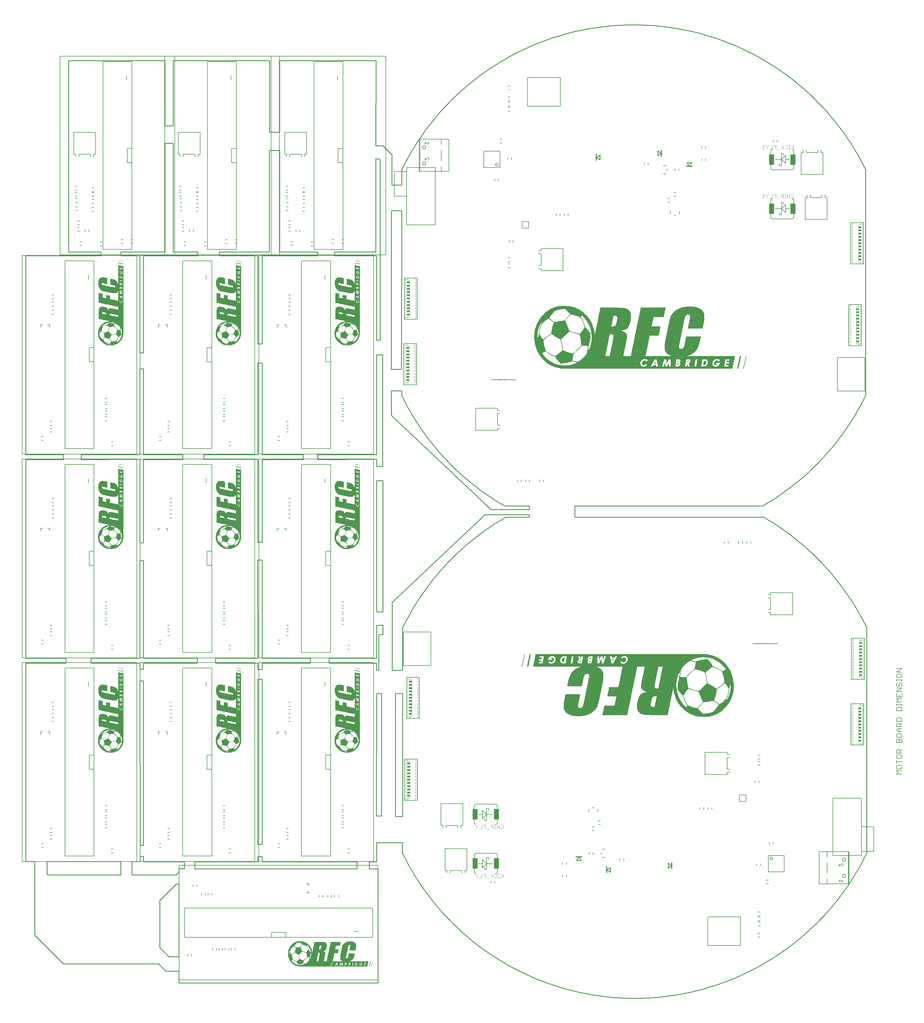
<source format=gbo>
G75*
%MOIN*%
%OFA0B0*%
%FSLAX25Y25*%
%IPPOS*%
%LPD*%
%AMOC8*
5,1,8,0,0,1.08239X$1,22.5*
%
%ADD10C,0.01000*%
%ADD11R,0.00100X0.83500*%
%ADD12R,0.00100X0.00600*%
%ADD13R,0.00100X0.00200*%
%ADD14R,0.00100X0.83900*%
%ADD15R,0.00100X0.84200*%
%ADD16R,0.00100X0.84700*%
%ADD17R,0.00100X0.00300*%
%ADD18R,0.00100X0.85300*%
%ADD19R,0.00100X0.85800*%
%ADD20R,0.00100X0.86200*%
%ADD21R,0.00100X0.86600*%
%ADD22R,0.00100X0.86900*%
%ADD23R,0.00100X0.00700*%
%ADD24R,0.00100X0.87200*%
%ADD25R,0.00100X0.43500*%
%ADD26R,0.00100X0.34400*%
%ADD27R,0.00100X0.07900*%
%ADD28R,0.00100X0.43400*%
%ADD29R,0.00100X0.02800*%
%ADD30R,0.00100X0.01700*%
%ADD31R,0.00100X0.02000*%
%ADD32R,0.00100X0.00900*%
%ADD33R,0.00100X0.02400*%
%ADD34R,0.00100X0.03400*%
%ADD35R,0.00100X0.02300*%
%ADD36R,0.00100X0.02600*%
%ADD37R,0.00100X0.04800*%
%ADD38R,0.00100X0.02100*%
%ADD39R,0.00100X0.01600*%
%ADD40R,0.00100X0.00800*%
%ADD41R,0.00100X0.03000*%
%ADD42R,0.00100X0.02500*%
%ADD43R,0.00100X0.04100*%
%ADD44R,0.00100X0.03200*%
%ADD45R,0.00100X0.02200*%
%ADD46R,0.00100X0.43600*%
%ADD47R,0.00100X0.01500*%
%ADD48R,0.00100X0.00500*%
%ADD49R,0.00100X0.03800*%
%ADD50R,0.00100X0.43700*%
%ADD51R,0.00100X0.03500*%
%ADD52R,0.00100X0.02900*%
%ADD53R,0.00100X0.06300*%
%ADD54R,0.00100X0.36900*%
%ADD55R,0.00100X0.01400*%
%ADD56R,0.00100X0.02700*%
%ADD57R,0.00100X0.00400*%
%ADD58R,0.00100X0.03300*%
%ADD59R,0.00100X0.04600*%
%ADD60R,0.00100X0.35800*%
%ADD61R,0.00100X0.03100*%
%ADD62R,0.00100X0.34800*%
%ADD63R,0.00100X0.01200*%
%ADD64R,0.00100X0.04300*%
%ADD65R,0.00100X0.34300*%
%ADD66R,0.00100X0.03900*%
%ADD67R,0.00100X0.33800*%
%ADD68R,0.00100X0.01300*%
%ADD69R,0.00100X0.03600*%
%ADD70R,0.00100X0.33500*%
%ADD71R,0.00100X0.01000*%
%ADD72R,0.00100X0.33100*%
%ADD73R,0.00100X0.00100*%
%ADD74R,0.00100X0.32700*%
%ADD75R,0.00100X0.05000*%
%ADD76R,0.00100X0.32500*%
%ADD77R,0.00100X0.01100*%
%ADD78R,0.00100X0.32200*%
%ADD79R,0.00100X0.05100*%
%ADD80R,0.00100X0.31900*%
%ADD81R,0.00100X0.31800*%
%ADD82R,0.00100X0.05200*%
%ADD83R,0.00100X0.31600*%
%ADD84R,0.00100X0.31400*%
%ADD85R,0.00100X0.05300*%
%ADD86R,0.00100X0.31200*%
%ADD87R,0.00100X0.04200*%
%ADD88R,0.00100X0.31000*%
%ADD89R,0.00100X0.30900*%
%ADD90R,0.00100X0.05400*%
%ADD91R,0.00100X0.31700*%
%ADD92R,0.00100X0.05900*%
%ADD93R,0.00100X0.01900*%
%ADD94R,0.00100X0.30500*%
%ADD95R,0.00100X0.30300*%
%ADD96R,0.00100X0.01800*%
%ADD97R,0.00100X0.08300*%
%ADD98R,0.00100X0.07700*%
%ADD99R,0.00100X0.30100*%
%ADD100R,0.00100X0.07100*%
%ADD101R,0.00100X0.07000*%
%ADD102R,0.00100X0.30000*%
%ADD103R,0.00100X0.07200*%
%ADD104R,0.00100X0.07300*%
%ADD105R,0.00100X0.07400*%
%ADD106R,0.00100X0.29900*%
%ADD107R,0.00100X0.03700*%
%ADD108R,0.00100X0.07600*%
%ADD109R,0.00100X0.04000*%
%ADD110R,0.00100X0.04500*%
%ADD111R,0.00100X0.30200*%
%ADD112R,0.00100X0.34000*%
%ADD113R,0.00100X0.07800*%
%ADD114R,0.00100X0.74400*%
%ADD115R,0.00100X0.74300*%
%ADD116R,0.00100X0.74200*%
%ADD117R,0.00100X0.08000*%
%ADD118R,0.00100X0.74100*%
%ADD119R,0.00100X0.08100*%
%ADD120R,0.00100X0.08200*%
%ADD121R,0.00100X0.74000*%
%ADD122R,0.00100X0.73900*%
%ADD123R,0.00100X0.73800*%
%ADD124R,0.00100X0.73700*%
%ADD125R,0.00100X0.08400*%
%ADD126R,0.00100X0.73600*%
%ADD127R,0.00100X0.08600*%
%ADD128R,0.00100X0.73500*%
%ADD129R,0.00100X0.73400*%
%ADD130R,0.00100X0.08800*%
%ADD131R,0.00100X0.73300*%
%ADD132R,0.00100X0.09200*%
%ADD133R,0.00100X0.09500*%
%ADD134R,0.00100X0.09900*%
%ADD135R,0.00100X0.06700*%
%ADD136R,0.00100X0.09800*%
%ADD137R,0.00100X0.08500*%
%ADD138R,0.00100X0.08900*%
%ADD139R,0.00100X0.06600*%
%ADD140R,0.00100X0.09400*%
%ADD141R,0.00100X0.09700*%
%ADD142R,0.00100X0.09600*%
%ADD143R,0.00100X0.10300*%
%ADD144R,0.00100X0.10700*%
%ADD145R,0.00100X0.11000*%
%ADD146R,0.00100X0.07500*%
%ADD147R,0.00100X0.11300*%
%ADD148R,0.00100X0.11600*%
%ADD149R,0.00100X0.12000*%
%ADD150R,0.00100X0.09300*%
%ADD151R,0.00100X0.12300*%
%ADD152R,0.00100X0.12500*%
%ADD153R,0.00100X0.06100*%
%ADD154R,0.00100X0.12800*%
%ADD155R,0.00100X0.05700*%
%ADD156R,0.00100X0.13000*%
%ADD157R,0.00100X0.13300*%
%ADD158R,0.00100X0.04700*%
%ADD159R,0.00100X0.13500*%
%ADD160R,0.00100X0.13600*%
%ADD161R,0.00100X0.13800*%
%ADD162R,0.00100X0.14100*%
%ADD163R,0.00100X0.14200*%
%ADD164R,0.00100X0.14400*%
%ADD165R,0.00100X0.14500*%
%ADD166R,0.00100X0.04400*%
%ADD167R,0.00100X0.14700*%
%ADD168R,0.00100X0.14800*%
%ADD169R,0.00100X0.15000*%
%ADD170R,0.00100X0.15100*%
%ADD171R,0.00100X0.15200*%
%ADD172R,0.00100X0.15300*%
%ADD173R,0.00100X0.15400*%
%ADD174R,0.00100X0.15500*%
%ADD175R,0.00100X0.15700*%
%ADD176R,0.00100X0.15800*%
%ADD177R,0.00100X0.06900*%
%ADD178R,0.00100X0.04900*%
%ADD179R,0.00100X0.08700*%
%ADD180R,0.00100X0.06400*%
%ADD181R,0.00100X0.06800*%
%ADD182R,0.00100X0.11700*%
%ADD183R,0.00100X0.14900*%
%ADD184R,0.00100X0.14600*%
%ADD185R,0.00100X0.14300*%
%ADD186R,0.00100X0.13900*%
%ADD187R,0.00100X0.13400*%
%ADD188R,0.00100X0.13100*%
%ADD189R,0.00100X0.09100*%
%ADD190R,0.00100X0.12700*%
%ADD191R,0.00100X0.13700*%
%ADD192R,0.00100X0.14000*%
%ADD193R,0.00100X0.15600*%
%ADD194R,0.00100X0.06500*%
%ADD195R,0.00100X0.06000*%
%ADD196R,0.00100X0.05800*%
%ADD197R,0.00100X0.12100*%
%ADD198R,0.00100X0.12200*%
%ADD199R,0.00100X0.05600*%
%ADD200R,0.00100X0.06200*%
%ADD201R,0.00100X0.15900*%
%ADD202R,0.00100X0.13200*%
%ADD203R,0.00100X0.11900*%
%ADD204R,0.00100X0.10600*%
%ADD205R,0.00100X0.10200*%
%ADD206R,0.00100X0.12400*%
%ADD207R,0.00100X0.11800*%
%ADD208R,0.00100X0.11500*%
%ADD209R,0.00100X0.10900*%
%ADD210R,0.00100X0.10400*%
%ADD211R,0.00100X0.05500*%
%ADD212R,0.83500X0.00100*%
%ADD213R,0.00600X0.00100*%
%ADD214R,0.00200X0.00100*%
%ADD215R,0.83900X0.00100*%
%ADD216R,0.84200X0.00100*%
%ADD217R,0.84700X0.00100*%
%ADD218R,0.00300X0.00100*%
%ADD219R,0.85300X0.00100*%
%ADD220R,0.85800X0.00100*%
%ADD221R,0.86200X0.00100*%
%ADD222R,0.86600X0.00100*%
%ADD223R,0.86900X0.00100*%
%ADD224R,0.00700X0.00100*%
%ADD225R,0.87200X0.00100*%
%ADD226R,0.43500X0.00100*%
%ADD227R,0.34400X0.00100*%
%ADD228R,0.07900X0.00100*%
%ADD229R,0.43400X0.00100*%
%ADD230R,0.02800X0.00100*%
%ADD231R,0.01700X0.00100*%
%ADD232R,0.02000X0.00100*%
%ADD233R,0.00900X0.00100*%
%ADD234R,0.02400X0.00100*%
%ADD235R,0.03400X0.00100*%
%ADD236R,0.02300X0.00100*%
%ADD237R,0.02600X0.00100*%
%ADD238R,0.04800X0.00100*%
%ADD239R,0.02100X0.00100*%
%ADD240R,0.01600X0.00100*%
%ADD241R,0.00800X0.00100*%
%ADD242R,0.03000X0.00100*%
%ADD243R,0.02500X0.00100*%
%ADD244R,0.04100X0.00100*%
%ADD245R,0.03200X0.00100*%
%ADD246R,0.02200X0.00100*%
%ADD247R,0.43600X0.00100*%
%ADD248R,0.01500X0.00100*%
%ADD249R,0.00500X0.00100*%
%ADD250R,0.03800X0.00100*%
%ADD251R,0.43700X0.00100*%
%ADD252R,0.03500X0.00100*%
%ADD253R,0.02900X0.00100*%
%ADD254R,0.06300X0.00100*%
%ADD255R,0.36900X0.00100*%
%ADD256R,0.01400X0.00100*%
%ADD257R,0.02700X0.00100*%
%ADD258R,0.00400X0.00100*%
%ADD259R,0.03300X0.00100*%
%ADD260R,0.04600X0.00100*%
%ADD261R,0.35800X0.00100*%
%ADD262R,0.03100X0.00100*%
%ADD263R,0.34800X0.00100*%
%ADD264R,0.01200X0.00100*%
%ADD265R,0.04300X0.00100*%
%ADD266R,0.34300X0.00100*%
%ADD267R,0.03900X0.00100*%
%ADD268R,0.33800X0.00100*%
%ADD269R,0.01300X0.00100*%
%ADD270R,0.03600X0.00100*%
%ADD271R,0.33500X0.00100*%
%ADD272R,0.01000X0.00100*%
%ADD273R,0.33100X0.00100*%
%ADD274R,0.32700X0.00100*%
%ADD275R,0.05000X0.00100*%
%ADD276R,0.32500X0.00100*%
%ADD277R,0.01100X0.00100*%
%ADD278R,0.32200X0.00100*%
%ADD279R,0.05100X0.00100*%
%ADD280R,0.31900X0.00100*%
%ADD281R,0.31800X0.00100*%
%ADD282R,0.05200X0.00100*%
%ADD283R,0.31600X0.00100*%
%ADD284R,0.31400X0.00100*%
%ADD285R,0.05300X0.00100*%
%ADD286R,0.31200X0.00100*%
%ADD287R,0.04200X0.00100*%
%ADD288R,0.31000X0.00100*%
%ADD289R,0.30900X0.00100*%
%ADD290R,0.05400X0.00100*%
%ADD291R,0.31700X0.00100*%
%ADD292R,0.05900X0.00100*%
%ADD293R,0.01900X0.00100*%
%ADD294R,0.30500X0.00100*%
%ADD295R,0.30300X0.00100*%
%ADD296R,0.01800X0.00100*%
%ADD297R,0.08300X0.00100*%
%ADD298R,0.07700X0.00100*%
%ADD299R,0.30100X0.00100*%
%ADD300R,0.07100X0.00100*%
%ADD301R,0.07000X0.00100*%
%ADD302R,0.30000X0.00100*%
%ADD303R,0.07200X0.00100*%
%ADD304R,0.07300X0.00100*%
%ADD305R,0.07400X0.00100*%
%ADD306R,0.29900X0.00100*%
%ADD307R,0.03700X0.00100*%
%ADD308R,0.07600X0.00100*%
%ADD309R,0.04000X0.00100*%
%ADD310R,0.04500X0.00100*%
%ADD311R,0.30200X0.00100*%
%ADD312R,0.34000X0.00100*%
%ADD313R,0.07800X0.00100*%
%ADD314R,0.74400X0.00100*%
%ADD315R,0.74300X0.00100*%
%ADD316R,0.74200X0.00100*%
%ADD317R,0.08000X0.00100*%
%ADD318R,0.74100X0.00100*%
%ADD319R,0.08100X0.00100*%
%ADD320R,0.08200X0.00100*%
%ADD321R,0.74000X0.00100*%
%ADD322R,0.73900X0.00100*%
%ADD323R,0.73800X0.00100*%
%ADD324R,0.73700X0.00100*%
%ADD325R,0.08400X0.00100*%
%ADD326R,0.73600X0.00100*%
%ADD327R,0.08600X0.00100*%
%ADD328R,0.73500X0.00100*%
%ADD329R,0.73400X0.00100*%
%ADD330R,0.08800X0.00100*%
%ADD331R,0.73300X0.00100*%
%ADD332R,0.09200X0.00100*%
%ADD333R,0.09500X0.00100*%
%ADD334R,0.09900X0.00100*%
%ADD335R,0.06700X0.00100*%
%ADD336R,0.09800X0.00100*%
%ADD337R,0.08500X0.00100*%
%ADD338R,0.08900X0.00100*%
%ADD339R,0.06600X0.00100*%
%ADD340R,0.09400X0.00100*%
%ADD341R,0.09700X0.00100*%
%ADD342R,0.09600X0.00100*%
%ADD343R,0.10300X0.00100*%
%ADD344R,0.10700X0.00100*%
%ADD345R,0.11000X0.00100*%
%ADD346R,0.07500X0.00100*%
%ADD347R,0.11300X0.00100*%
%ADD348R,0.11600X0.00100*%
%ADD349R,0.12000X0.00100*%
%ADD350R,0.09300X0.00100*%
%ADD351R,0.12300X0.00100*%
%ADD352R,0.12500X0.00100*%
%ADD353R,0.06100X0.00100*%
%ADD354R,0.12800X0.00100*%
%ADD355R,0.05700X0.00100*%
%ADD356R,0.13000X0.00100*%
%ADD357R,0.13300X0.00100*%
%ADD358R,0.04700X0.00100*%
%ADD359R,0.13500X0.00100*%
%ADD360R,0.13600X0.00100*%
%ADD361R,0.13800X0.00100*%
%ADD362R,0.14100X0.00100*%
%ADD363R,0.14200X0.00100*%
%ADD364R,0.14400X0.00100*%
%ADD365R,0.14500X0.00100*%
%ADD366R,0.04400X0.00100*%
%ADD367R,0.14700X0.00100*%
%ADD368R,0.14800X0.00100*%
%ADD369R,0.15000X0.00100*%
%ADD370R,0.15100X0.00100*%
%ADD371R,0.15200X0.00100*%
%ADD372R,0.15300X0.00100*%
%ADD373R,0.15400X0.00100*%
%ADD374R,0.15500X0.00100*%
%ADD375R,0.15700X0.00100*%
%ADD376R,0.15800X0.00100*%
%ADD377R,0.06900X0.00100*%
%ADD378R,0.04900X0.00100*%
%ADD379R,0.08700X0.00100*%
%ADD380R,0.06400X0.00100*%
%ADD381R,0.06800X0.00100*%
%ADD382R,0.11700X0.00100*%
%ADD383R,0.14900X0.00100*%
%ADD384R,0.14600X0.00100*%
%ADD385R,0.14300X0.00100*%
%ADD386R,0.13900X0.00100*%
%ADD387R,0.13400X0.00100*%
%ADD388R,0.13100X0.00100*%
%ADD389R,0.09100X0.00100*%
%ADD390R,0.12700X0.00100*%
%ADD391R,0.13700X0.00100*%
%ADD392R,0.14000X0.00100*%
%ADD393R,0.15600X0.00100*%
%ADD394R,0.06500X0.00100*%
%ADD395R,0.06000X0.00100*%
%ADD396R,0.05800X0.00100*%
%ADD397R,0.12100X0.00100*%
%ADD398R,0.12200X0.00100*%
%ADD399R,0.05600X0.00100*%
%ADD400R,0.06200X0.00100*%
%ADD401R,0.15900X0.00100*%
%ADD402R,0.13200X0.00100*%
%ADD403R,0.11900X0.00100*%
%ADD404R,0.10600X0.00100*%
%ADD405R,0.10200X0.00100*%
%ADD406R,0.12400X0.00100*%
%ADD407R,0.11800X0.00100*%
%ADD408R,0.11500X0.00100*%
%ADD409R,0.10900X0.00100*%
%ADD410R,0.10400X0.00100*%
%ADD411R,0.05500X0.00100*%
%ADD412R,2.08750X0.00250*%
%ADD413R,0.01500X0.00250*%
%ADD414R,0.00500X0.00250*%
%ADD415R,2.09750X0.00250*%
%ADD416R,2.10500X0.00250*%
%ADD417R,2.11750X0.00250*%
%ADD418R,0.00750X0.00250*%
%ADD419R,2.13250X0.00250*%
%ADD420R,2.14500X0.00250*%
%ADD421R,2.15500X0.00250*%
%ADD422R,2.16500X0.00250*%
%ADD423R,2.17250X0.00250*%
%ADD424R,0.01750X0.00250*%
%ADD425R,2.18000X0.00250*%
%ADD426R,1.08750X0.00250*%
%ADD427R,0.86000X0.00250*%
%ADD428R,0.19750X0.00250*%
%ADD429R,1.08500X0.00250*%
%ADD430R,0.07000X0.00250*%
%ADD431R,0.04250X0.00250*%
%ADD432R,0.05000X0.00250*%
%ADD433R,0.02250X0.00250*%
%ADD434R,0.06000X0.00250*%
%ADD435R,0.08500X0.00250*%
%ADD436R,0.05750X0.00250*%
%ADD437R,0.06500X0.00250*%
%ADD438R,0.12000X0.00250*%
%ADD439R,0.05250X0.00250*%
%ADD440R,0.04000X0.00250*%
%ADD441R,0.02000X0.00250*%
%ADD442R,0.07500X0.00250*%
%ADD443R,0.06250X0.00250*%
%ADD444R,0.10250X0.00250*%
%ADD445R,0.08000X0.00250*%
%ADD446R,0.05500X0.00250*%
%ADD447R,1.09000X0.00250*%
%ADD448R,0.03750X0.00250*%
%ADD449R,0.01250X0.00250*%
%ADD450R,0.09500X0.00250*%
%ADD451R,1.09250X0.00250*%
%ADD452R,0.08750X0.00250*%
%ADD453R,0.07250X0.00250*%
%ADD454R,0.15750X0.00250*%
%ADD455R,0.92250X0.00250*%
%ADD456R,0.03500X0.00250*%
%ADD457R,0.06750X0.00250*%
%ADD458R,0.01000X0.00250*%
%ADD459R,0.08250X0.00250*%
%ADD460R,0.11500X0.00250*%
%ADD461R,0.89500X0.00250*%
%ADD462R,0.07750X0.00250*%
%ADD463R,0.87000X0.00250*%
%ADD464R,0.03000X0.00250*%
%ADD465R,0.10750X0.00250*%
%ADD466R,0.85750X0.00250*%
%ADD467R,0.09750X0.00250*%
%ADD468R,0.84500X0.00250*%
%ADD469R,0.03250X0.00250*%
%ADD470R,0.09000X0.00250*%
%ADD471R,0.83750X0.00250*%
%ADD472R,0.02500X0.00250*%
%ADD473R,0.82750X0.00250*%
%ADD474R,0.00250X0.00250*%
%ADD475R,0.81750X0.00250*%
%ADD476R,0.12500X0.00250*%
%ADD477R,0.81250X0.00250*%
%ADD478R,0.02750X0.00250*%
%ADD479R,0.80500X0.00250*%
%ADD480R,0.12750X0.00250*%
%ADD481R,0.79750X0.00250*%
%ADD482R,0.79500X0.00250*%
%ADD483R,0.13000X0.00250*%
%ADD484R,0.79000X0.00250*%
%ADD485R,0.78500X0.00250*%
%ADD486R,0.13250X0.00250*%
%ADD487R,0.78000X0.00250*%
%ADD488R,0.10500X0.00250*%
%ADD489R,0.77500X0.00250*%
%ADD490R,0.77250X0.00250*%
%ADD491R,0.13500X0.00250*%
%ADD492R,0.79250X0.00250*%
%ADD493R,0.14750X0.00250*%
%ADD494R,0.04750X0.00250*%
%ADD495R,0.76250X0.00250*%
%ADD496R,0.75750X0.00250*%
%ADD497R,0.04500X0.00250*%
%ADD498R,0.20750X0.00250*%
%ADD499R,0.19250X0.00250*%
%ADD500R,0.75250X0.00250*%
%ADD501R,0.17750X0.00250*%
%ADD502R,0.17500X0.00250*%
%ADD503R,0.75000X0.00250*%
%ADD504R,0.18000X0.00250*%
%ADD505R,0.18250X0.00250*%
%ADD506R,0.18500X0.00250*%
%ADD507R,0.74750X0.00250*%
%ADD508R,0.09250X0.00250*%
%ADD509R,0.19000X0.00250*%
%ADD510R,0.10000X0.00250*%
%ADD511R,0.11250X0.00250*%
%ADD512R,0.75500X0.00250*%
%ADD513R,0.85000X0.00250*%
%ADD514R,0.19500X0.00250*%
%ADD515R,1.86000X0.00250*%
%ADD516R,1.85750X0.00250*%
%ADD517R,1.85500X0.00250*%
%ADD518R,0.20000X0.00250*%
%ADD519R,1.85250X0.00250*%
%ADD520R,0.20250X0.00250*%
%ADD521R,0.20500X0.00250*%
%ADD522R,1.85000X0.00250*%
%ADD523R,1.84750X0.00250*%
%ADD524R,1.84500X0.00250*%
%ADD525R,1.84250X0.00250*%
%ADD526R,0.21000X0.00250*%
%ADD527R,1.84000X0.00250*%
%ADD528R,0.21500X0.00250*%
%ADD529R,1.83750X0.00250*%
%ADD530R,1.83500X0.00250*%
%ADD531R,0.22000X0.00250*%
%ADD532R,1.83250X0.00250*%
%ADD533R,0.23000X0.00250*%
%ADD534R,0.23750X0.00250*%
%ADD535R,0.24750X0.00250*%
%ADD536R,0.16750X0.00250*%
%ADD537R,0.24500X0.00250*%
%ADD538R,0.21250X0.00250*%
%ADD539R,0.22250X0.00250*%
%ADD540R,0.16500X0.00250*%
%ADD541R,0.23500X0.00250*%
%ADD542R,0.24250X0.00250*%
%ADD543R,0.24000X0.00250*%
%ADD544R,0.25750X0.00250*%
%ADD545R,0.26750X0.00250*%
%ADD546R,0.27500X0.00250*%
%ADD547R,0.18750X0.00250*%
%ADD548R,0.28250X0.00250*%
%ADD549R,0.29000X0.00250*%
%ADD550R,0.30000X0.00250*%
%ADD551R,0.23250X0.00250*%
%ADD552R,0.30750X0.00250*%
%ADD553R,0.31250X0.00250*%
%ADD554R,0.15250X0.00250*%
%ADD555R,0.32000X0.00250*%
%ADD556R,0.14250X0.00250*%
%ADD557R,0.32500X0.00250*%
%ADD558R,0.33250X0.00250*%
%ADD559R,0.11750X0.00250*%
%ADD560R,0.33750X0.00250*%
%ADD561R,0.34000X0.00250*%
%ADD562R,0.34500X0.00250*%
%ADD563R,0.35250X0.00250*%
%ADD564R,0.35500X0.00250*%
%ADD565R,0.36000X0.00250*%
%ADD566R,0.36250X0.00250*%
%ADD567R,0.11000X0.00250*%
%ADD568R,0.36750X0.00250*%
%ADD569R,0.37000X0.00250*%
%ADD570R,0.37500X0.00250*%
%ADD571R,0.37750X0.00250*%
%ADD572R,0.38000X0.00250*%
%ADD573R,0.38250X0.00250*%
%ADD574R,0.38500X0.00250*%
%ADD575R,0.38750X0.00250*%
%ADD576R,0.39250X0.00250*%
%ADD577R,0.39500X0.00250*%
%ADD578R,0.17250X0.00250*%
%ADD579R,0.12250X0.00250*%
%ADD580R,0.21750X0.00250*%
%ADD581R,0.16000X0.00250*%
%ADD582R,0.17000X0.00250*%
%ADD583R,0.29250X0.00250*%
%ADD584R,0.37250X0.00250*%
%ADD585R,0.36500X0.00250*%
%ADD586R,0.35750X0.00250*%
%ADD587R,0.34750X0.00250*%
%ADD588R,0.33500X0.00250*%
%ADD589R,0.32750X0.00250*%
%ADD590R,0.22750X0.00250*%
%ADD591R,0.31750X0.00250*%
%ADD592R,0.34250X0.00250*%
%ADD593R,0.35000X0.00250*%
%ADD594R,0.39000X0.00250*%
%ADD595R,0.16250X0.00250*%
%ADD596R,0.15000X0.00250*%
%ADD597R,0.14500X0.00250*%
%ADD598R,0.30250X0.00250*%
%ADD599R,0.30500X0.00250*%
%ADD600R,0.14000X0.00250*%
%ADD601R,0.15500X0.00250*%
%ADD602R,0.39750X0.00250*%
%ADD603R,0.33000X0.00250*%
%ADD604R,0.29750X0.00250*%
%ADD605R,0.26500X0.00250*%
%ADD606R,0.25500X0.00250*%
%ADD607R,0.31000X0.00250*%
%ADD608R,0.29500X0.00250*%
%ADD609R,0.28750X0.00250*%
%ADD610R,0.27250X0.00250*%
%ADD611R,0.26000X0.00250*%
%ADD612R,0.13750X0.00250*%
%ADD613C,0.00000*%
%ADD614C,0.00600*%
%ADD615C,0.00800*%
%ADD616C,0.00500*%
%ADD617R,0.01181X0.08268*%
%ADD618C,0.01000*%
%ADD619C,0.00400*%
%ADD620R,0.06000X0.12600*%
%ADD621R,0.08268X0.01181*%
%ADD622C,0.00200*%
%ADD623R,0.03445X0.01969*%
%ADD624C,0.00700*%
D10*
X0054042Y0043461D02*
X0019042Y0078461D01*
X0019042Y0168475D01*
X0007930Y0168475D01*
X0007930Y0410926D01*
X0057042Y0410926D01*
X0057042Y0416961D01*
X0057042Y0416925D02*
X0007930Y0416925D01*
X0007930Y0659676D01*
X0053942Y0659676D01*
X0053942Y0665661D01*
X0007930Y0665675D01*
X0007930Y0908426D01*
X0099842Y0908461D01*
X0099842Y0913205D01*
X0060317Y0913205D01*
X0060317Y1146984D01*
X0178028Y1146984D01*
X0178028Y1067211D01*
X0187817Y1067211D01*
X0187842Y1067211D01*
X0187817Y1067211D02*
X0187817Y1146984D01*
X0305528Y1146984D01*
X0305528Y1059711D01*
X0317792Y1059711D01*
X0317792Y1059661D01*
X0305442Y1059661D01*
X0305492Y1059711D02*
X0317817Y1059711D01*
X0317817Y1146984D01*
X0435528Y1146984D01*
X0435442Y1043061D01*
X0443842Y1043061D01*
X0454942Y1031961D01*
X0454942Y0994861D01*
X0466827Y0994861D01*
X0466827Y1013506D01*
X0440742Y1025461D02*
X0440742Y0805661D01*
X0436242Y0805661D01*
X0436138Y0805761D02*
X0436138Y0908519D01*
X0384742Y0908519D01*
X0384842Y0908461D02*
X0384842Y0913261D01*
X0435428Y0913205D01*
X0435428Y1027061D01*
X0439142Y1027061D01*
X0440742Y1025461D01*
X0454342Y0963461D02*
X0454342Y0769761D01*
X0466742Y0769761D01*
X0466842Y0963461D01*
X0454942Y0963461D01*
X0364442Y0913205D02*
X0364442Y0908461D01*
X0296642Y0908419D01*
X0296680Y0908426D02*
X0296742Y0800961D01*
X0291138Y0800961D01*
X0291138Y0908519D01*
X0244242Y0908461D01*
X0244242Y0913261D01*
X0305428Y0913205D01*
X0305442Y1037161D01*
X0317842Y1037161D01*
X0317817Y0913205D01*
X0364442Y0913205D01*
X0436242Y0787561D02*
X0436138Y0665675D01*
X0364542Y0665675D01*
X0364542Y0659661D01*
X0364442Y0659661D02*
X0436138Y0659769D01*
X0436138Y0651361D01*
X0436142Y0651261D02*
X0436142Y0651161D01*
X0443742Y0651161D01*
X0443742Y0787561D01*
X0436342Y0787561D01*
X0454342Y0743461D02*
X0466827Y0743461D01*
X0466827Y0737916D01*
X0454342Y0743461D02*
X0454342Y0713461D01*
X0569492Y0604561D01*
X0569542Y0604561D02*
X0575642Y0598461D01*
X0622792Y0598461D01*
X0622792Y0602947D01*
X0592565Y0602947D01*
X0593809Y0589225D02*
X0622792Y0589225D01*
X0622792Y0592211D01*
X0568542Y0592211D01*
X0568542Y0592111D01*
X0568542Y0592211D02*
X0455342Y0485261D01*
X0455342Y0402161D01*
X0468042Y0402161D01*
X0468092Y0402161D01*
X0468042Y0402161D02*
X0468070Y0454256D01*
X0444042Y0457211D02*
X0444042Y0445961D01*
X0439042Y0445961D01*
X0438992Y0402261D01*
X0436142Y0402311D01*
X0436142Y0411019D01*
X0436138Y0411019D01*
X0378442Y0411061D01*
X0378442Y0416925D01*
X0378442Y0416961D01*
X0378442Y0416925D02*
X0436138Y0416925D01*
X0436138Y0457211D01*
X0444042Y0457211D01*
X0444042Y0473461D02*
X0436142Y0473461D01*
X0436142Y0634061D01*
X0443942Y0634061D01*
X0444042Y0473461D01*
X0442242Y0373861D02*
X0442242Y0224161D01*
X0436042Y0224161D01*
X0436242Y0373811D01*
X0436242Y0373861D02*
X0442242Y0373861D01*
X0459442Y0373761D02*
X0459442Y0223461D01*
X0468042Y0223461D01*
X0468042Y0373761D01*
X0459442Y0373761D01*
X0468042Y0373761D02*
X0468070Y0373761D01*
X0355142Y0410926D02*
X0296680Y0410926D01*
X0296680Y0403161D01*
X0291142Y0403161D01*
X0291138Y0403161D02*
X0296642Y0403161D01*
X0291138Y0403161D02*
X0291138Y0411019D01*
X0239542Y0411019D01*
X0239542Y0416961D01*
X0291138Y0416925D01*
X0291042Y0536961D01*
X0296680Y0536961D01*
X0296680Y0416925D01*
X0355142Y0416961D01*
X0355142Y0410926D01*
X0296642Y0391261D02*
X0296542Y0391261D01*
X0291142Y0391261D01*
X0291142Y0189561D01*
X0296742Y0189561D01*
X0296542Y0391261D01*
X0239542Y0410961D02*
X0239542Y0411019D01*
X0217442Y0410961D02*
X0151680Y0410926D01*
X0151642Y0410926D01*
X0151642Y0403461D01*
X0147442Y0403461D01*
X0147442Y0411019D01*
X0147388Y0411019D01*
X0087642Y0411061D01*
X0087642Y0416961D01*
X0087742Y0416861D02*
X0087742Y0410961D01*
X0087742Y0416861D02*
X0147388Y0416925D01*
X0147442Y0536161D01*
X0147342Y0536161D01*
X0147442Y0536161D02*
X0151642Y0536161D01*
X0151680Y0416925D01*
X0217442Y0416925D01*
X0217442Y0416961D01*
X0217442Y0416925D02*
X0217442Y0410961D01*
X0151742Y0389361D02*
X0151642Y0188111D01*
X0147542Y0188111D01*
X0147442Y0389361D01*
X0151742Y0389361D01*
X0057042Y0410961D02*
X0057042Y0416925D01*
X0147342Y0557911D02*
X0147388Y0557911D01*
X0151680Y0557911D01*
X0151680Y0659676D01*
X0199642Y0659676D01*
X0199642Y0665661D01*
X0151680Y0665675D01*
X0151642Y0770461D01*
X0147342Y0770461D01*
X0147388Y0665675D01*
X0075742Y0665675D01*
X0075742Y0659661D01*
X0075642Y0659661D02*
X0147388Y0659769D01*
X0147388Y0557911D01*
X0075642Y0659661D02*
X0075642Y0665661D01*
X0053942Y0659676D02*
X0053942Y0659661D01*
X0147342Y0789861D02*
X0151680Y0789861D01*
X0151680Y0908526D01*
X0217842Y0908461D01*
X0217842Y0913205D01*
X0187817Y0913205D01*
X0187842Y1046061D01*
X0178042Y1046061D01*
X0177928Y0913205D01*
X0124042Y0913161D01*
X0124042Y0908461D01*
X0124042Y0908419D02*
X0147388Y0908419D01*
X0147388Y0789861D01*
X0151642Y0789861D01*
X0225242Y0665675D02*
X0225242Y0659761D01*
X0291138Y0659769D01*
X0291138Y0558461D01*
X0291042Y0558461D01*
X0291138Y0558461D02*
X0296742Y0558461D01*
X0296680Y0659676D01*
X0346642Y0659676D01*
X0346642Y0665661D01*
X0296680Y0665675D01*
X0296680Y0777711D01*
X0291142Y0777711D01*
X0291138Y0665675D01*
X0225242Y0665675D01*
X0296680Y0777711D02*
X0296742Y0777711D01*
X0346642Y0659676D02*
X0346642Y0659661D01*
X0364442Y0659661D02*
X0364442Y0665661D01*
X0296742Y0536961D02*
X0296680Y0536961D01*
X0436138Y0191661D02*
X0436138Y0168175D01*
X0427242Y0168175D01*
X0427242Y0159561D01*
X0427242Y0159573D02*
X0437957Y0159573D01*
X0437857Y0020111D01*
X0437851Y0020114D02*
X0195006Y0020114D01*
X0195006Y0034711D01*
X0179042Y0034711D01*
X0170292Y0043461D01*
X0054042Y0043461D01*
X0035292Y0152211D02*
X0124042Y0152211D01*
X0124042Y0168461D01*
X0034042Y0168461D01*
X0034042Y0153461D01*
X0035292Y0152211D01*
X0137792Y0152211D02*
X0191542Y0152211D01*
X0191542Y0152161D01*
X0195006Y0155625D01*
X0195006Y0159773D01*
X0201542Y0159773D01*
X0201542Y0168175D01*
X0151642Y0168175D01*
X0151592Y0174961D01*
X0147488Y0174961D01*
X0147488Y0168475D01*
X0137792Y0168461D01*
X0137792Y0152211D01*
X0171542Y0120961D02*
X0171542Y0063461D01*
X0182792Y0052211D01*
X0195092Y0052211D01*
X0195042Y0140961D01*
X0191542Y0140961D01*
X0171542Y0120961D01*
X0214442Y0159761D02*
X0214542Y0159661D01*
X0412342Y0159661D01*
X0412342Y0168161D01*
X0296680Y0168175D01*
X0296680Y0174561D01*
X0291142Y0174561D01*
X0291142Y0168175D01*
X0291138Y0168175D01*
X0214342Y0168161D01*
X0214342Y0160111D01*
X0214442Y0159761D01*
X0291142Y0168161D02*
X0291142Y0168175D01*
X0296742Y0174461D02*
X0296680Y0174561D01*
X0427242Y0168161D02*
X0427242Y0159661D01*
X0427242Y0159573D02*
X0427242Y0159861D01*
X0436142Y0191661D02*
X0468070Y0191661D01*
X0468070Y0178666D01*
X0680339Y0169976D02*
X0686048Y0169976D01*
X0683292Y0174110D01*
X0680339Y0169976D01*
X0717642Y0158461D02*
X0721776Y0155508D01*
X0721776Y0161217D01*
X0717642Y0158461D01*
X0792307Y0160705D02*
X0796441Y0163461D01*
X0792307Y0166413D01*
X0792307Y0160705D01*
X0468070Y0454256D02*
X0471426Y0460950D01*
X0474940Y0467562D01*
X0478610Y0474089D01*
X0482435Y0480527D01*
X0486411Y0486872D01*
X0490537Y0493121D01*
X0494810Y0499270D01*
X0499229Y0505316D01*
X0503790Y0511255D01*
X0508491Y0517083D01*
X0513329Y0522799D01*
X0518301Y0528398D01*
X0523405Y0533876D01*
X0528638Y0539233D01*
X0533997Y0544463D01*
X0539479Y0549564D01*
X0545080Y0554533D01*
X0550798Y0559368D01*
X0556630Y0564066D01*
X0562571Y0568624D01*
X0568619Y0573039D01*
X0574770Y0577309D01*
X0581022Y0581432D01*
X0587369Y0585404D01*
X0593809Y0589225D01*
X0678342Y0589261D02*
X0908769Y0589225D01*
X0907525Y0602947D02*
X0678342Y0602861D01*
X0678342Y0589261D01*
X0678342Y0589225D01*
X0468069Y0178666D02*
X0471501Y0171824D01*
X0475099Y0165067D01*
X0478860Y0158400D01*
X0482781Y0151826D01*
X0486861Y0145350D01*
X0491098Y0138975D01*
X0495488Y0132704D01*
X0500029Y0126542D01*
X0504718Y0120492D01*
X0509554Y0114558D01*
X0514532Y0108743D01*
X0519649Y0103051D01*
X0524904Y0097485D01*
X0530292Y0092048D01*
X0535811Y0086744D01*
X0541457Y0081575D01*
X0547227Y0076545D01*
X0553118Y0071657D01*
X0559125Y0066913D01*
X0565247Y0062317D01*
X0571478Y0057871D01*
X0577815Y0053578D01*
X0584255Y0049440D01*
X0590793Y0045460D01*
X0597426Y0041639D01*
X0604150Y0037981D01*
X0610961Y0034488D01*
X0617855Y0031161D01*
X0624827Y0028003D01*
X0631875Y0025015D01*
X0638993Y0022199D01*
X0646177Y0019557D01*
X0653423Y0017090D01*
X0660727Y0014800D01*
X0668085Y0012689D01*
X0675491Y0010756D01*
X0682943Y0009005D01*
X0690435Y0007435D01*
X0697963Y0006047D01*
X0705522Y0004843D01*
X0713108Y0003823D01*
X0720717Y0002987D01*
X0728344Y0002337D01*
X0735984Y0001872D01*
X0743634Y0001593D01*
X0751288Y0001500D01*
X0758942Y0001593D01*
X0766592Y0001872D01*
X0774232Y0002337D01*
X0781859Y0002987D01*
X0789468Y0003823D01*
X0797054Y0004843D01*
X0804613Y0006047D01*
X0812141Y0007435D01*
X0819633Y0009005D01*
X0827085Y0010756D01*
X0834491Y0012689D01*
X0841849Y0014800D01*
X0849153Y0017090D01*
X0856399Y0019557D01*
X0863583Y0022199D01*
X0870701Y0025015D01*
X0877749Y0028003D01*
X0884721Y0031161D01*
X0891615Y0034488D01*
X0898426Y0037981D01*
X0905150Y0041639D01*
X0911783Y0045460D01*
X0918321Y0049440D01*
X0924761Y0053578D01*
X0931098Y0057871D01*
X0937329Y0062317D01*
X0943451Y0066913D01*
X0949458Y0071657D01*
X0955349Y0076545D01*
X0961119Y0081575D01*
X0966765Y0086744D01*
X0972284Y0092048D01*
X0977672Y0097485D01*
X0982927Y0103051D01*
X0988044Y0108743D01*
X0993022Y0114558D01*
X0997858Y0120492D01*
X1002547Y0126542D01*
X1007088Y0132704D01*
X1011478Y0138975D01*
X1015715Y0145350D01*
X1019795Y0151826D01*
X1023716Y0158400D01*
X1027477Y0165067D01*
X1031075Y0171824D01*
X1034507Y0178666D01*
X1034507Y0454256D01*
X1033264Y0737916D02*
X1033264Y1013506D01*
X0820994Y1022195D02*
X0818042Y1018061D01*
X0815286Y1022195D01*
X0820994Y1022195D01*
X0783691Y1033711D02*
X0779557Y1030955D01*
X0779557Y1036663D01*
X0783691Y1033711D01*
X0709026Y1031467D02*
X0704892Y1028711D01*
X0709026Y1025758D01*
X0709026Y1031467D01*
X1033264Y0737916D02*
X1029908Y0731222D01*
X1026394Y0724610D01*
X1022724Y0718083D01*
X1018899Y0711645D01*
X1014923Y0705300D01*
X1010797Y0699051D01*
X1006524Y0692902D01*
X1002105Y0686856D01*
X0997544Y0680917D01*
X0992843Y0675089D01*
X0988005Y0669373D01*
X0983033Y0663774D01*
X0977929Y0658296D01*
X0972696Y0652939D01*
X0967337Y0647709D01*
X0961855Y0642608D01*
X0956254Y0637639D01*
X0950536Y0632804D01*
X0944704Y0628106D01*
X0938763Y0623548D01*
X0932715Y0619133D01*
X0926564Y0614863D01*
X0920312Y0610740D01*
X0913965Y0606768D01*
X0907525Y0602947D01*
X1033264Y1013506D02*
X1029832Y1020348D01*
X1026234Y1027105D01*
X1022473Y1033772D01*
X1018552Y1040346D01*
X1014472Y1046822D01*
X1010235Y1053197D01*
X1005845Y1059468D01*
X1001304Y1065630D01*
X0996615Y1071680D01*
X0991779Y1077614D01*
X0986801Y1083429D01*
X0981684Y1089121D01*
X0976429Y1094687D01*
X0971041Y1100124D01*
X0965522Y1105428D01*
X0959876Y1110597D01*
X0954106Y1115627D01*
X0948215Y1120515D01*
X0942208Y1125259D01*
X0936086Y1129855D01*
X0929855Y1134301D01*
X0923518Y1138594D01*
X0917078Y1142732D01*
X0910540Y1146712D01*
X0903907Y1150533D01*
X0897183Y1154191D01*
X0890372Y1157684D01*
X0883478Y1161011D01*
X0876506Y1164169D01*
X0869458Y1167157D01*
X0862340Y1169973D01*
X0855156Y1172615D01*
X0847910Y1175082D01*
X0840606Y1177372D01*
X0833248Y1179483D01*
X0825842Y1181416D01*
X0818390Y1183167D01*
X0810898Y1184737D01*
X0803370Y1186125D01*
X0795811Y1187329D01*
X0788225Y1188349D01*
X0780616Y1189185D01*
X0772989Y1189835D01*
X0765349Y1190300D01*
X0757699Y1190579D01*
X0750045Y1190672D01*
X0742391Y1190579D01*
X0734741Y1190300D01*
X0727101Y1189835D01*
X0719474Y1189185D01*
X0711865Y1188349D01*
X0704279Y1187329D01*
X0696720Y1186125D01*
X0689192Y1184737D01*
X0681700Y1183167D01*
X0674248Y1181416D01*
X0666842Y1179483D01*
X0659484Y1177372D01*
X0652180Y1175082D01*
X0644934Y1172615D01*
X0637750Y1169973D01*
X0630632Y1167157D01*
X0623584Y1164169D01*
X0616612Y1161011D01*
X0609718Y1157684D01*
X0602907Y1154191D01*
X0596183Y1150533D01*
X0589550Y1146712D01*
X0583012Y1142732D01*
X0576572Y1138594D01*
X0570235Y1134301D01*
X0564004Y1129855D01*
X0557882Y1125259D01*
X0551875Y1120515D01*
X0545984Y1115627D01*
X0540214Y1110597D01*
X0534568Y1105428D01*
X0529049Y1100124D01*
X0523661Y1094687D01*
X0518406Y1089121D01*
X0513289Y1083429D01*
X0508311Y1077614D01*
X0503475Y1071680D01*
X0498786Y1065630D01*
X0494245Y1059468D01*
X0489855Y1053197D01*
X0485618Y1046822D01*
X0481538Y1040346D01*
X0477617Y1033772D01*
X0473856Y1027105D01*
X0470258Y1020348D01*
X0466826Y1013506D01*
X0466826Y0737916D02*
X0470182Y0731222D01*
X0473696Y0724609D01*
X0477366Y0718082D01*
X0481191Y0711645D01*
X0485167Y0705300D01*
X0489293Y0699051D01*
X0493566Y0692902D01*
X0497985Y0686856D01*
X0502546Y0680917D01*
X0507247Y0675089D01*
X0512085Y0669373D01*
X0517057Y0663775D01*
X0522161Y0658296D01*
X0527394Y0652940D01*
X0532753Y0647709D01*
X0538235Y0642608D01*
X0543836Y0637639D01*
X0549554Y0632804D01*
X0555386Y0628106D01*
X0561327Y0623549D01*
X0567375Y0619133D01*
X0573526Y0614863D01*
X0579777Y0610741D01*
X0586124Y0606768D01*
X0592564Y0602947D01*
X0908769Y0589225D02*
X0915209Y0585404D01*
X0921556Y0581431D01*
X0927807Y0577309D01*
X0933958Y0573039D01*
X0940006Y0568623D01*
X0945947Y0564066D01*
X0951779Y0559368D01*
X0957497Y0554533D01*
X0963098Y0549564D01*
X0968580Y0544463D01*
X0973939Y0539232D01*
X0979172Y0533876D01*
X0984276Y0528397D01*
X0989248Y0522799D01*
X0994086Y0517083D01*
X0998787Y0511255D01*
X1003348Y0505316D01*
X1007767Y0499270D01*
X1012040Y0493121D01*
X1016166Y0486872D01*
X1020142Y0480527D01*
X1023967Y0474090D01*
X1027637Y0467563D01*
X1031151Y0460950D01*
X1034507Y0454256D01*
D11*
X0415992Y0356461D03*
X0270992Y0356461D03*
X0127242Y0356461D03*
X0127242Y0605211D03*
X0270992Y0605211D03*
X0415992Y0605211D03*
X0415992Y0853961D03*
X0270992Y0853961D03*
X0127242Y0853961D03*
D12*
X0124642Y0858011D03*
X0125542Y0862711D03*
X0125642Y0862711D03*
X0125742Y0862711D03*
X0125742Y0864411D03*
X0125642Y0864411D03*
X0123842Y0863911D03*
X0123742Y0863911D03*
X0125242Y0869111D03*
X0125142Y0869211D03*
X0125042Y0869211D03*
X0124942Y0869211D03*
X0124842Y0869211D03*
X0126042Y0873711D03*
X0123742Y0874111D03*
X0126942Y0898411D03*
X0127042Y0898411D03*
X0127142Y0898411D03*
X0127242Y0898411D03*
X0126842Y0898511D03*
X0126742Y0898511D03*
X0126642Y0898511D03*
X0126542Y0898511D03*
X0126242Y0898611D03*
X0126142Y0898611D03*
X0126042Y0898611D03*
X0125742Y0898711D03*
X0125642Y0898711D03*
X0125542Y0898711D03*
X0125342Y0898811D03*
X0125242Y0898811D03*
X0125142Y0898811D03*
X0125042Y0898811D03*
X0124842Y0898911D03*
X0124742Y0898911D03*
X0124642Y0898911D03*
X0124542Y0898911D03*
X0124342Y0899011D03*
X0124242Y0899011D03*
X0124142Y0899011D03*
X0124042Y0899011D03*
X0123842Y0899111D03*
X0123742Y0899111D03*
X0123642Y0899111D03*
X0123542Y0899111D03*
X0123342Y0899211D03*
X0123242Y0899211D03*
X0123142Y0899211D03*
X0122842Y0899311D03*
X0122742Y0899311D03*
X0122642Y0899311D03*
X0122542Y0899311D03*
X0122342Y0899411D03*
X0122242Y0899411D03*
X0122142Y0899411D03*
X0121842Y0899511D03*
X0121742Y0899511D03*
X0121642Y0899511D03*
X0121342Y0899611D03*
X0121242Y0899611D03*
X0121142Y0899611D03*
X0107142Y0823811D03*
X0112842Y0811911D03*
X0112942Y0803811D03*
X0110842Y0801411D03*
X0105042Y0802811D03*
X0102942Y0806611D03*
X0103042Y0806711D03*
X0104242Y0808311D03*
X0246692Y0806611D03*
X0246792Y0806711D03*
X0247992Y0808311D03*
X0248792Y0802811D03*
X0254592Y0801411D03*
X0256692Y0803811D03*
X0256592Y0811911D03*
X0250892Y0823811D03*
X0268392Y0858011D03*
X0269292Y0862711D03*
X0269392Y0862711D03*
X0269492Y0862711D03*
X0269492Y0864411D03*
X0269392Y0864411D03*
X0267592Y0863911D03*
X0267492Y0863911D03*
X0268992Y0869111D03*
X0268892Y0869211D03*
X0268792Y0869211D03*
X0268692Y0869211D03*
X0268592Y0869211D03*
X0269792Y0873711D03*
X0267492Y0874111D03*
X0270692Y0898411D03*
X0270792Y0898411D03*
X0270892Y0898411D03*
X0270992Y0898411D03*
X0270592Y0898511D03*
X0270492Y0898511D03*
X0270392Y0898511D03*
X0270292Y0898511D03*
X0269992Y0898611D03*
X0269892Y0898611D03*
X0269792Y0898611D03*
X0269492Y0898711D03*
X0269392Y0898711D03*
X0269292Y0898711D03*
X0269092Y0898811D03*
X0268992Y0898811D03*
X0268892Y0898811D03*
X0268792Y0898811D03*
X0268592Y0898911D03*
X0268492Y0898911D03*
X0268392Y0898911D03*
X0268292Y0898911D03*
X0268092Y0899011D03*
X0267992Y0899011D03*
X0267892Y0899011D03*
X0267792Y0899011D03*
X0267592Y0899111D03*
X0267492Y0899111D03*
X0267392Y0899111D03*
X0267292Y0899111D03*
X0267092Y0899211D03*
X0266992Y0899211D03*
X0266892Y0899211D03*
X0266592Y0899311D03*
X0266492Y0899311D03*
X0266392Y0899311D03*
X0266292Y0899311D03*
X0266092Y0899411D03*
X0265992Y0899411D03*
X0265892Y0899411D03*
X0265592Y0899511D03*
X0265492Y0899511D03*
X0265392Y0899511D03*
X0265092Y0899611D03*
X0264992Y0899611D03*
X0264892Y0899611D03*
X0395892Y0823811D03*
X0401592Y0811911D03*
X0401692Y0803811D03*
X0399592Y0801411D03*
X0393792Y0802811D03*
X0391692Y0806611D03*
X0391792Y0806711D03*
X0392992Y0808311D03*
X0413392Y0858011D03*
X0414292Y0862711D03*
X0414392Y0862711D03*
X0414492Y0862711D03*
X0414492Y0864411D03*
X0414392Y0864411D03*
X0412592Y0863911D03*
X0412492Y0863911D03*
X0413992Y0869111D03*
X0413892Y0869211D03*
X0413792Y0869211D03*
X0413692Y0869211D03*
X0413592Y0869211D03*
X0414792Y0873711D03*
X0412492Y0874111D03*
X0415692Y0898411D03*
X0415792Y0898411D03*
X0415892Y0898411D03*
X0415992Y0898411D03*
X0415592Y0898511D03*
X0415492Y0898511D03*
X0415392Y0898511D03*
X0415292Y0898511D03*
X0414992Y0898611D03*
X0414892Y0898611D03*
X0414792Y0898611D03*
X0414492Y0898711D03*
X0414392Y0898711D03*
X0414292Y0898711D03*
X0414092Y0898811D03*
X0413992Y0898811D03*
X0413892Y0898811D03*
X0413792Y0898811D03*
X0413592Y0898911D03*
X0413492Y0898911D03*
X0413392Y0898911D03*
X0413292Y0898911D03*
X0413092Y0899011D03*
X0412992Y0899011D03*
X0412892Y0899011D03*
X0412792Y0899011D03*
X0412592Y0899111D03*
X0412492Y0899111D03*
X0412392Y0899111D03*
X0412292Y0899111D03*
X0412092Y0899211D03*
X0411992Y0899211D03*
X0411892Y0899211D03*
X0411592Y0899311D03*
X0411492Y0899311D03*
X0411392Y0899311D03*
X0411292Y0899311D03*
X0411092Y0899411D03*
X0410992Y0899411D03*
X0410892Y0899411D03*
X0410592Y0899511D03*
X0410492Y0899511D03*
X0410392Y0899511D03*
X0410092Y0899611D03*
X0409992Y0899611D03*
X0409892Y0899611D03*
X0409892Y0650861D03*
X0409992Y0650861D03*
X0410092Y0650861D03*
X0410392Y0650761D03*
X0410492Y0650761D03*
X0410592Y0650761D03*
X0410892Y0650661D03*
X0410992Y0650661D03*
X0411092Y0650661D03*
X0411292Y0650561D03*
X0411392Y0650561D03*
X0411492Y0650561D03*
X0411592Y0650561D03*
X0411892Y0650461D03*
X0411992Y0650461D03*
X0412092Y0650461D03*
X0412292Y0650361D03*
X0412392Y0650361D03*
X0412492Y0650361D03*
X0412592Y0650361D03*
X0412792Y0650261D03*
X0412892Y0650261D03*
X0412992Y0650261D03*
X0413092Y0650261D03*
X0413292Y0650161D03*
X0413392Y0650161D03*
X0413492Y0650161D03*
X0413592Y0650161D03*
X0413792Y0650061D03*
X0413892Y0650061D03*
X0413992Y0650061D03*
X0414092Y0650061D03*
X0414292Y0649961D03*
X0414392Y0649961D03*
X0414492Y0649961D03*
X0414792Y0649861D03*
X0414892Y0649861D03*
X0414992Y0649861D03*
X0415292Y0649761D03*
X0415392Y0649761D03*
X0415492Y0649761D03*
X0415592Y0649761D03*
X0415692Y0649661D03*
X0415792Y0649661D03*
X0415892Y0649661D03*
X0415992Y0649661D03*
X0412492Y0625361D03*
X0414792Y0624961D03*
X0413892Y0620461D03*
X0413792Y0620461D03*
X0413692Y0620461D03*
X0413592Y0620461D03*
X0413992Y0620361D03*
X0414392Y0615661D03*
X0414492Y0615661D03*
X0414492Y0613961D03*
X0414392Y0613961D03*
X0414292Y0613961D03*
X0412592Y0615161D03*
X0412492Y0615161D03*
X0413392Y0609261D03*
X0395892Y0575061D03*
X0401592Y0563161D03*
X0401692Y0555061D03*
X0399592Y0552661D03*
X0393792Y0554061D03*
X0391692Y0557861D03*
X0391792Y0557961D03*
X0392992Y0559561D03*
X0270992Y0649661D03*
X0270892Y0649661D03*
X0270792Y0649661D03*
X0270692Y0649661D03*
X0270592Y0649761D03*
X0270492Y0649761D03*
X0270392Y0649761D03*
X0270292Y0649761D03*
X0269992Y0649861D03*
X0269892Y0649861D03*
X0269792Y0649861D03*
X0269492Y0649961D03*
X0269392Y0649961D03*
X0269292Y0649961D03*
X0269092Y0650061D03*
X0268992Y0650061D03*
X0268892Y0650061D03*
X0268792Y0650061D03*
X0268592Y0650161D03*
X0268492Y0650161D03*
X0268392Y0650161D03*
X0268292Y0650161D03*
X0268092Y0650261D03*
X0267992Y0650261D03*
X0267892Y0650261D03*
X0267792Y0650261D03*
X0267592Y0650361D03*
X0267492Y0650361D03*
X0267392Y0650361D03*
X0267292Y0650361D03*
X0267092Y0650461D03*
X0266992Y0650461D03*
X0266892Y0650461D03*
X0266592Y0650561D03*
X0266492Y0650561D03*
X0266392Y0650561D03*
X0266292Y0650561D03*
X0266092Y0650661D03*
X0265992Y0650661D03*
X0265892Y0650661D03*
X0265592Y0650761D03*
X0265492Y0650761D03*
X0265392Y0650761D03*
X0265092Y0650861D03*
X0264992Y0650861D03*
X0264892Y0650861D03*
X0267492Y0625361D03*
X0269792Y0624961D03*
X0268892Y0620461D03*
X0268792Y0620461D03*
X0268692Y0620461D03*
X0268592Y0620461D03*
X0268992Y0620361D03*
X0269392Y0615661D03*
X0269492Y0615661D03*
X0269492Y0613961D03*
X0269392Y0613961D03*
X0269292Y0613961D03*
X0267592Y0615161D03*
X0267492Y0615161D03*
X0268392Y0609261D03*
X0250892Y0575061D03*
X0256592Y0563161D03*
X0256692Y0555061D03*
X0254592Y0552661D03*
X0248792Y0554061D03*
X0246692Y0557861D03*
X0246792Y0557961D03*
X0247992Y0559561D03*
X0124642Y0609261D03*
X0125542Y0613961D03*
X0125642Y0613961D03*
X0125742Y0613961D03*
X0125742Y0615661D03*
X0125642Y0615661D03*
X0123842Y0615161D03*
X0123742Y0615161D03*
X0125242Y0620361D03*
X0125142Y0620461D03*
X0125042Y0620461D03*
X0124942Y0620461D03*
X0124842Y0620461D03*
X0126042Y0624961D03*
X0123742Y0625361D03*
X0126942Y0649661D03*
X0127042Y0649661D03*
X0127142Y0649661D03*
X0127242Y0649661D03*
X0126842Y0649761D03*
X0126742Y0649761D03*
X0126642Y0649761D03*
X0126542Y0649761D03*
X0126242Y0649861D03*
X0126142Y0649861D03*
X0126042Y0649861D03*
X0125742Y0649961D03*
X0125642Y0649961D03*
X0125542Y0649961D03*
X0125342Y0650061D03*
X0125242Y0650061D03*
X0125142Y0650061D03*
X0125042Y0650061D03*
X0124842Y0650161D03*
X0124742Y0650161D03*
X0124642Y0650161D03*
X0124542Y0650161D03*
X0124342Y0650261D03*
X0124242Y0650261D03*
X0124142Y0650261D03*
X0124042Y0650261D03*
X0123842Y0650361D03*
X0123742Y0650361D03*
X0123642Y0650361D03*
X0123542Y0650361D03*
X0123342Y0650461D03*
X0123242Y0650461D03*
X0123142Y0650461D03*
X0122842Y0650561D03*
X0122742Y0650561D03*
X0122642Y0650561D03*
X0122542Y0650561D03*
X0122342Y0650661D03*
X0122242Y0650661D03*
X0122142Y0650661D03*
X0121842Y0650761D03*
X0121742Y0650761D03*
X0121642Y0650761D03*
X0121342Y0650861D03*
X0121242Y0650861D03*
X0121142Y0650861D03*
X0107142Y0575061D03*
X0112842Y0563161D03*
X0112942Y0555061D03*
X0110842Y0552661D03*
X0105042Y0554061D03*
X0102942Y0557861D03*
X0103042Y0557961D03*
X0104242Y0559561D03*
X0121142Y0402111D03*
X0121242Y0402111D03*
X0121342Y0402111D03*
X0121642Y0402011D03*
X0121742Y0402011D03*
X0121842Y0402011D03*
X0122142Y0401911D03*
X0122242Y0401911D03*
X0122342Y0401911D03*
X0122542Y0401811D03*
X0122642Y0401811D03*
X0122742Y0401811D03*
X0122842Y0401811D03*
X0123142Y0401711D03*
X0123242Y0401711D03*
X0123342Y0401711D03*
X0123542Y0401611D03*
X0123642Y0401611D03*
X0123742Y0401611D03*
X0123842Y0401611D03*
X0124042Y0401511D03*
X0124142Y0401511D03*
X0124242Y0401511D03*
X0124342Y0401511D03*
X0124542Y0401411D03*
X0124642Y0401411D03*
X0124742Y0401411D03*
X0124842Y0401411D03*
X0125042Y0401311D03*
X0125142Y0401311D03*
X0125242Y0401311D03*
X0125342Y0401311D03*
X0125542Y0401211D03*
X0125642Y0401211D03*
X0125742Y0401211D03*
X0126042Y0401111D03*
X0126142Y0401111D03*
X0126242Y0401111D03*
X0126542Y0401011D03*
X0126642Y0401011D03*
X0126742Y0401011D03*
X0126842Y0401011D03*
X0126942Y0400911D03*
X0127042Y0400911D03*
X0127142Y0400911D03*
X0127242Y0400911D03*
X0123742Y0376611D03*
X0126042Y0376211D03*
X0125142Y0371711D03*
X0125042Y0371711D03*
X0124942Y0371711D03*
X0124842Y0371711D03*
X0125242Y0371611D03*
X0125642Y0366911D03*
X0125742Y0366911D03*
X0125742Y0365211D03*
X0125642Y0365211D03*
X0125542Y0365211D03*
X0123842Y0366411D03*
X0123742Y0366411D03*
X0124642Y0360511D03*
X0107142Y0326311D03*
X0112842Y0314411D03*
X0112942Y0306311D03*
X0110842Y0303911D03*
X0105042Y0305311D03*
X0102942Y0309111D03*
X0103042Y0309211D03*
X0104242Y0310811D03*
X0246692Y0309111D03*
X0246792Y0309211D03*
X0247992Y0310811D03*
X0248792Y0305311D03*
X0254592Y0303911D03*
X0256692Y0306311D03*
X0256592Y0314411D03*
X0250892Y0326311D03*
X0268392Y0360511D03*
X0269292Y0365211D03*
X0269392Y0365211D03*
X0269492Y0365211D03*
X0269492Y0366911D03*
X0269392Y0366911D03*
X0267592Y0366411D03*
X0267492Y0366411D03*
X0268992Y0371611D03*
X0268892Y0371711D03*
X0268792Y0371711D03*
X0268692Y0371711D03*
X0268592Y0371711D03*
X0269792Y0376211D03*
X0267492Y0376611D03*
X0270692Y0400911D03*
X0270792Y0400911D03*
X0270892Y0400911D03*
X0270992Y0400911D03*
X0270592Y0401011D03*
X0270492Y0401011D03*
X0270392Y0401011D03*
X0270292Y0401011D03*
X0269992Y0401111D03*
X0269892Y0401111D03*
X0269792Y0401111D03*
X0269492Y0401211D03*
X0269392Y0401211D03*
X0269292Y0401211D03*
X0269092Y0401311D03*
X0268992Y0401311D03*
X0268892Y0401311D03*
X0268792Y0401311D03*
X0268592Y0401411D03*
X0268492Y0401411D03*
X0268392Y0401411D03*
X0268292Y0401411D03*
X0268092Y0401511D03*
X0267992Y0401511D03*
X0267892Y0401511D03*
X0267792Y0401511D03*
X0267592Y0401611D03*
X0267492Y0401611D03*
X0267392Y0401611D03*
X0267292Y0401611D03*
X0267092Y0401711D03*
X0266992Y0401711D03*
X0266892Y0401711D03*
X0266592Y0401811D03*
X0266492Y0401811D03*
X0266392Y0401811D03*
X0266292Y0401811D03*
X0266092Y0401911D03*
X0265992Y0401911D03*
X0265892Y0401911D03*
X0265592Y0402011D03*
X0265492Y0402011D03*
X0265392Y0402011D03*
X0265092Y0402111D03*
X0264992Y0402111D03*
X0264892Y0402111D03*
X0395892Y0326311D03*
X0401592Y0314411D03*
X0401692Y0306311D03*
X0399592Y0303911D03*
X0393792Y0305311D03*
X0391692Y0309111D03*
X0391792Y0309211D03*
X0392992Y0310811D03*
X0413392Y0360511D03*
X0414292Y0365211D03*
X0414392Y0365211D03*
X0414492Y0365211D03*
X0414492Y0366911D03*
X0414392Y0366911D03*
X0412592Y0366411D03*
X0412492Y0366411D03*
X0413992Y0371611D03*
X0413892Y0371711D03*
X0413792Y0371711D03*
X0413692Y0371711D03*
X0413592Y0371711D03*
X0414792Y0376211D03*
X0412492Y0376611D03*
X0415692Y0400911D03*
X0415792Y0400911D03*
X0415892Y0400911D03*
X0415992Y0400911D03*
X0415592Y0401011D03*
X0415492Y0401011D03*
X0415392Y0401011D03*
X0415292Y0401011D03*
X0414992Y0401111D03*
X0414892Y0401111D03*
X0414792Y0401111D03*
X0414492Y0401211D03*
X0414392Y0401211D03*
X0414292Y0401211D03*
X0414092Y0401311D03*
X0413992Y0401311D03*
X0413892Y0401311D03*
X0413792Y0401311D03*
X0413592Y0401411D03*
X0413492Y0401411D03*
X0413392Y0401411D03*
X0413292Y0401411D03*
X0413092Y0401511D03*
X0412992Y0401511D03*
X0412892Y0401511D03*
X0412792Y0401511D03*
X0412592Y0401611D03*
X0412492Y0401611D03*
X0412392Y0401611D03*
X0412292Y0401611D03*
X0412092Y0401711D03*
X0411992Y0401711D03*
X0411892Y0401711D03*
X0411592Y0401811D03*
X0411492Y0401811D03*
X0411392Y0401811D03*
X0411292Y0401811D03*
X0411092Y0401911D03*
X0410992Y0401911D03*
X0410892Y0401911D03*
X0410592Y0402011D03*
X0410492Y0402011D03*
X0410392Y0402011D03*
X0410092Y0402111D03*
X0409992Y0402111D03*
X0409892Y0402111D03*
D13*
X0410392Y0404811D03*
X0410492Y0404811D03*
X0410892Y0404711D03*
X0410992Y0404711D03*
X0411292Y0404611D03*
X0411392Y0404611D03*
X0411492Y0404611D03*
X0411892Y0404511D03*
X0411992Y0404511D03*
X0412292Y0404411D03*
X0412392Y0404411D03*
X0412492Y0404411D03*
X0412792Y0404311D03*
X0412892Y0404311D03*
X0412992Y0404311D03*
X0413292Y0404211D03*
X0413392Y0404211D03*
X0413492Y0404211D03*
X0413792Y0404111D03*
X0413892Y0404111D03*
X0413992Y0404111D03*
X0414292Y0404011D03*
X0414392Y0404011D03*
X0414792Y0403911D03*
X0414892Y0403911D03*
X0415292Y0403811D03*
X0415392Y0403811D03*
X0415792Y0403711D03*
X0415892Y0403711D03*
X0415992Y0403711D03*
X0410092Y0404911D03*
X0409992Y0404911D03*
X0409892Y0404911D03*
X0413992Y0376211D03*
X0414092Y0376211D03*
X0412192Y0371811D03*
X0413592Y0367111D03*
X0413692Y0367111D03*
X0413192Y0366311D03*
X0413392Y0365311D03*
X0413492Y0365311D03*
X0413592Y0365311D03*
X0395392Y0339811D03*
X0394392Y0325811D03*
X0394192Y0325711D03*
X0394092Y0325711D03*
X0393892Y0325611D03*
X0393792Y0325611D03*
X0393692Y0325611D03*
X0393592Y0325511D03*
X0393492Y0325511D03*
X0393392Y0325511D03*
X0393292Y0325411D03*
X0390992Y0317811D03*
X0391592Y0317311D03*
X0391692Y0317211D03*
X0392192Y0316811D03*
X0392292Y0316711D03*
X0392392Y0316611D03*
X0402492Y0314611D03*
X0402592Y0314611D03*
X0402792Y0314711D03*
X0402892Y0314711D03*
X0402992Y0314711D03*
X0403192Y0314811D03*
X0403292Y0314811D03*
X0403392Y0314811D03*
X0403492Y0314811D03*
X0403592Y0314811D03*
X0403892Y0314911D03*
X0403992Y0314911D03*
X0404092Y0314911D03*
X0404492Y0315011D03*
X0404592Y0315011D03*
X0404692Y0315011D03*
X0404792Y0315011D03*
X0405192Y0315111D03*
X0405292Y0315111D03*
X0405392Y0315111D03*
X0405892Y0315211D03*
X0405992Y0315211D03*
X0406092Y0315211D03*
X0406192Y0315211D03*
X0406492Y0315311D03*
X0406592Y0315311D03*
X0406692Y0315311D03*
X0407992Y0321311D03*
X0406592Y0327611D03*
X0406492Y0327611D03*
X0413592Y0314411D03*
X0413792Y0314311D03*
X0398592Y0303911D03*
X0398492Y0303911D03*
X0398392Y0303911D03*
X0398292Y0303911D03*
X0398192Y0303911D03*
X0398092Y0303911D03*
X0397992Y0303911D03*
X0397892Y0303911D03*
X0397792Y0303911D03*
X0397592Y0304011D03*
X0397492Y0304011D03*
X0397392Y0304011D03*
X0397292Y0304011D03*
X0396992Y0304111D03*
X0396892Y0304111D03*
X0396692Y0304211D03*
X0396592Y0304211D03*
X0396492Y0304211D03*
X0396292Y0304311D03*
X0396192Y0304311D03*
X0395992Y0304411D03*
X0395892Y0304411D03*
X0395792Y0304411D03*
X0395592Y0304511D03*
X0394892Y0304811D03*
X0394692Y0304911D03*
X0394492Y0305011D03*
X0394292Y0305111D03*
X0270992Y0403711D03*
X0270892Y0403711D03*
X0270792Y0403711D03*
X0270392Y0403811D03*
X0270292Y0403811D03*
X0269892Y0403911D03*
X0269792Y0403911D03*
X0269392Y0404011D03*
X0269292Y0404011D03*
X0268992Y0404111D03*
X0268892Y0404111D03*
X0268792Y0404111D03*
X0268492Y0404211D03*
X0268392Y0404211D03*
X0268292Y0404211D03*
X0267992Y0404311D03*
X0267892Y0404311D03*
X0267792Y0404311D03*
X0267492Y0404411D03*
X0267392Y0404411D03*
X0267292Y0404411D03*
X0266992Y0404511D03*
X0266892Y0404511D03*
X0266492Y0404611D03*
X0266392Y0404611D03*
X0266292Y0404611D03*
X0265992Y0404711D03*
X0265892Y0404711D03*
X0265492Y0404811D03*
X0265392Y0404811D03*
X0265092Y0404911D03*
X0264992Y0404911D03*
X0264892Y0404911D03*
X0268992Y0376211D03*
X0269092Y0376211D03*
X0267192Y0371811D03*
X0268592Y0367111D03*
X0268692Y0367111D03*
X0268192Y0366311D03*
X0268392Y0365311D03*
X0268492Y0365311D03*
X0268592Y0365311D03*
X0250392Y0339811D03*
X0249392Y0325811D03*
X0249192Y0325711D03*
X0249092Y0325711D03*
X0248892Y0325611D03*
X0248792Y0325611D03*
X0248692Y0325611D03*
X0248592Y0325511D03*
X0248492Y0325511D03*
X0248392Y0325511D03*
X0248292Y0325411D03*
X0245992Y0317811D03*
X0246592Y0317311D03*
X0246692Y0317211D03*
X0247192Y0316811D03*
X0247292Y0316711D03*
X0247392Y0316611D03*
X0257492Y0314611D03*
X0257592Y0314611D03*
X0257792Y0314711D03*
X0257892Y0314711D03*
X0257992Y0314711D03*
X0258192Y0314811D03*
X0258292Y0314811D03*
X0258392Y0314811D03*
X0258492Y0314811D03*
X0258592Y0314811D03*
X0258892Y0314911D03*
X0258992Y0314911D03*
X0259092Y0314911D03*
X0259492Y0315011D03*
X0259592Y0315011D03*
X0259692Y0315011D03*
X0259792Y0315011D03*
X0260192Y0315111D03*
X0260292Y0315111D03*
X0260392Y0315111D03*
X0260892Y0315211D03*
X0260992Y0315211D03*
X0261092Y0315211D03*
X0261192Y0315211D03*
X0261492Y0315311D03*
X0261592Y0315311D03*
X0261692Y0315311D03*
X0262992Y0321311D03*
X0261592Y0327611D03*
X0261492Y0327611D03*
X0268592Y0314411D03*
X0268792Y0314311D03*
X0253592Y0303911D03*
X0253492Y0303911D03*
X0253392Y0303911D03*
X0253292Y0303911D03*
X0253192Y0303911D03*
X0253092Y0303911D03*
X0252992Y0303911D03*
X0252892Y0303911D03*
X0252792Y0303911D03*
X0252592Y0304011D03*
X0252492Y0304011D03*
X0252392Y0304011D03*
X0252292Y0304011D03*
X0251992Y0304111D03*
X0251892Y0304111D03*
X0251692Y0304211D03*
X0251592Y0304211D03*
X0251492Y0304211D03*
X0251292Y0304311D03*
X0251192Y0304311D03*
X0250992Y0304411D03*
X0250892Y0304411D03*
X0250792Y0304411D03*
X0250592Y0304511D03*
X0249892Y0304811D03*
X0249692Y0304911D03*
X0249492Y0305011D03*
X0249292Y0305111D03*
X0125042Y0314311D03*
X0124842Y0314411D03*
X0117942Y0315311D03*
X0117842Y0315311D03*
X0117742Y0315311D03*
X0117442Y0315211D03*
X0117342Y0315211D03*
X0117242Y0315211D03*
X0117142Y0315211D03*
X0116642Y0315111D03*
X0116542Y0315111D03*
X0116442Y0315111D03*
X0116042Y0315011D03*
X0115942Y0315011D03*
X0115842Y0315011D03*
X0115742Y0315011D03*
X0115342Y0314911D03*
X0115242Y0314911D03*
X0115142Y0314911D03*
X0114842Y0314811D03*
X0114742Y0314811D03*
X0114642Y0314811D03*
X0114542Y0314811D03*
X0114442Y0314811D03*
X0114242Y0314711D03*
X0114142Y0314711D03*
X0114042Y0314711D03*
X0113842Y0314611D03*
X0113742Y0314611D03*
X0119242Y0321311D03*
X0117842Y0327611D03*
X0117742Y0327611D03*
X0105642Y0325811D03*
X0105442Y0325711D03*
X0105342Y0325711D03*
X0105142Y0325611D03*
X0105042Y0325611D03*
X0104942Y0325611D03*
X0104842Y0325511D03*
X0104742Y0325511D03*
X0104642Y0325511D03*
X0104542Y0325411D03*
X0102242Y0317811D03*
X0102842Y0317311D03*
X0102942Y0317211D03*
X0103442Y0316811D03*
X0103542Y0316711D03*
X0103642Y0316611D03*
X0105542Y0305111D03*
X0105742Y0305011D03*
X0105942Y0304911D03*
X0106142Y0304811D03*
X0106842Y0304511D03*
X0107042Y0304411D03*
X0107142Y0304411D03*
X0107242Y0304411D03*
X0107442Y0304311D03*
X0107542Y0304311D03*
X0107742Y0304211D03*
X0107842Y0304211D03*
X0107942Y0304211D03*
X0108142Y0304111D03*
X0108242Y0304111D03*
X0108542Y0304011D03*
X0108642Y0304011D03*
X0108742Y0304011D03*
X0108842Y0304011D03*
X0109042Y0303911D03*
X0109142Y0303911D03*
X0109242Y0303911D03*
X0109342Y0303911D03*
X0109442Y0303911D03*
X0109542Y0303911D03*
X0109642Y0303911D03*
X0109742Y0303911D03*
X0109842Y0303911D03*
X0106642Y0339811D03*
X0124642Y0365311D03*
X0124742Y0365311D03*
X0124842Y0365311D03*
X0124442Y0366311D03*
X0124842Y0367111D03*
X0124942Y0367111D03*
X0123442Y0371811D03*
X0125242Y0376211D03*
X0125342Y0376211D03*
X0127042Y0403711D03*
X0127142Y0403711D03*
X0127242Y0403711D03*
X0126642Y0403811D03*
X0126542Y0403811D03*
X0126142Y0403911D03*
X0126042Y0403911D03*
X0125642Y0404011D03*
X0125542Y0404011D03*
X0125242Y0404111D03*
X0125142Y0404111D03*
X0125042Y0404111D03*
X0124742Y0404211D03*
X0124642Y0404211D03*
X0124542Y0404211D03*
X0124242Y0404311D03*
X0124142Y0404311D03*
X0124042Y0404311D03*
X0123742Y0404411D03*
X0123642Y0404411D03*
X0123542Y0404411D03*
X0123242Y0404511D03*
X0123142Y0404511D03*
X0122742Y0404611D03*
X0122642Y0404611D03*
X0122542Y0404611D03*
X0122242Y0404711D03*
X0122142Y0404711D03*
X0121742Y0404811D03*
X0121642Y0404811D03*
X0121342Y0404911D03*
X0121242Y0404911D03*
X0121142Y0404911D03*
X0109842Y0552661D03*
X0109742Y0552661D03*
X0109642Y0552661D03*
X0109542Y0552661D03*
X0109442Y0552661D03*
X0109342Y0552661D03*
X0109242Y0552661D03*
X0109142Y0552661D03*
X0109042Y0552661D03*
X0108842Y0552761D03*
X0108742Y0552761D03*
X0108642Y0552761D03*
X0108542Y0552761D03*
X0108242Y0552861D03*
X0108142Y0552861D03*
X0107942Y0552961D03*
X0107842Y0552961D03*
X0107742Y0552961D03*
X0107542Y0553061D03*
X0107442Y0553061D03*
X0107242Y0553161D03*
X0107142Y0553161D03*
X0107042Y0553161D03*
X0106842Y0553261D03*
X0106142Y0553561D03*
X0105942Y0553661D03*
X0105742Y0553761D03*
X0105542Y0553861D03*
X0103642Y0565361D03*
X0103542Y0565461D03*
X0103442Y0565561D03*
X0102942Y0565961D03*
X0102842Y0566061D03*
X0102242Y0566561D03*
X0104542Y0574161D03*
X0104642Y0574261D03*
X0104742Y0574261D03*
X0104842Y0574261D03*
X0104942Y0574361D03*
X0105042Y0574361D03*
X0105142Y0574361D03*
X0105342Y0574461D03*
X0105442Y0574461D03*
X0105642Y0574561D03*
X0117742Y0576361D03*
X0117842Y0576361D03*
X0119242Y0570061D03*
X0117942Y0564061D03*
X0117842Y0564061D03*
X0117742Y0564061D03*
X0117442Y0563961D03*
X0117342Y0563961D03*
X0117242Y0563961D03*
X0117142Y0563961D03*
X0116642Y0563861D03*
X0116542Y0563861D03*
X0116442Y0563861D03*
X0116042Y0563761D03*
X0115942Y0563761D03*
X0115842Y0563761D03*
X0115742Y0563761D03*
X0115342Y0563661D03*
X0115242Y0563661D03*
X0115142Y0563661D03*
X0114842Y0563561D03*
X0114742Y0563561D03*
X0114642Y0563561D03*
X0114542Y0563561D03*
X0114442Y0563561D03*
X0114242Y0563461D03*
X0114142Y0563461D03*
X0114042Y0563461D03*
X0113842Y0563361D03*
X0113742Y0563361D03*
X0124842Y0563161D03*
X0125042Y0563061D03*
X0106642Y0588561D03*
X0124642Y0614061D03*
X0124742Y0614061D03*
X0124842Y0614061D03*
X0124442Y0615061D03*
X0124842Y0615861D03*
X0124942Y0615861D03*
X0123442Y0620561D03*
X0125242Y0624961D03*
X0125342Y0624961D03*
X0127042Y0652461D03*
X0127142Y0652461D03*
X0127242Y0652461D03*
X0126642Y0652561D03*
X0126542Y0652561D03*
X0126142Y0652661D03*
X0126042Y0652661D03*
X0125642Y0652761D03*
X0125542Y0652761D03*
X0125242Y0652861D03*
X0125142Y0652861D03*
X0125042Y0652861D03*
X0124742Y0652961D03*
X0124642Y0652961D03*
X0124542Y0652961D03*
X0124242Y0653061D03*
X0124142Y0653061D03*
X0124042Y0653061D03*
X0123742Y0653161D03*
X0123642Y0653161D03*
X0123542Y0653161D03*
X0123242Y0653261D03*
X0123142Y0653261D03*
X0122742Y0653361D03*
X0122642Y0653361D03*
X0122542Y0653361D03*
X0122242Y0653461D03*
X0122142Y0653461D03*
X0121742Y0653561D03*
X0121642Y0653561D03*
X0121342Y0653661D03*
X0121242Y0653661D03*
X0121142Y0653661D03*
X0248292Y0574161D03*
X0248392Y0574261D03*
X0248492Y0574261D03*
X0248592Y0574261D03*
X0248692Y0574361D03*
X0248792Y0574361D03*
X0248892Y0574361D03*
X0249092Y0574461D03*
X0249192Y0574461D03*
X0249392Y0574561D03*
X0245992Y0566561D03*
X0246592Y0566061D03*
X0246692Y0565961D03*
X0247192Y0565561D03*
X0247292Y0565461D03*
X0247392Y0565361D03*
X0257492Y0563361D03*
X0257592Y0563361D03*
X0257792Y0563461D03*
X0257892Y0563461D03*
X0257992Y0563461D03*
X0258192Y0563561D03*
X0258292Y0563561D03*
X0258392Y0563561D03*
X0258492Y0563561D03*
X0258592Y0563561D03*
X0258892Y0563661D03*
X0258992Y0563661D03*
X0259092Y0563661D03*
X0259492Y0563761D03*
X0259592Y0563761D03*
X0259692Y0563761D03*
X0259792Y0563761D03*
X0260192Y0563861D03*
X0260292Y0563861D03*
X0260392Y0563861D03*
X0260892Y0563961D03*
X0260992Y0563961D03*
X0261092Y0563961D03*
X0261192Y0563961D03*
X0261492Y0564061D03*
X0261592Y0564061D03*
X0261692Y0564061D03*
X0262992Y0570061D03*
X0261592Y0576361D03*
X0261492Y0576361D03*
X0250392Y0588561D03*
X0268392Y0614061D03*
X0268492Y0614061D03*
X0268592Y0614061D03*
X0268192Y0615061D03*
X0268592Y0615861D03*
X0268692Y0615861D03*
X0267192Y0620561D03*
X0268992Y0624961D03*
X0269092Y0624961D03*
X0270792Y0652461D03*
X0270892Y0652461D03*
X0270992Y0652461D03*
X0270392Y0652561D03*
X0270292Y0652561D03*
X0269892Y0652661D03*
X0269792Y0652661D03*
X0269392Y0652761D03*
X0269292Y0652761D03*
X0268992Y0652861D03*
X0268892Y0652861D03*
X0268792Y0652861D03*
X0268492Y0652961D03*
X0268392Y0652961D03*
X0268292Y0652961D03*
X0267992Y0653061D03*
X0267892Y0653061D03*
X0267792Y0653061D03*
X0267492Y0653161D03*
X0267392Y0653161D03*
X0267292Y0653161D03*
X0266992Y0653261D03*
X0266892Y0653261D03*
X0266492Y0653361D03*
X0266392Y0653361D03*
X0266292Y0653361D03*
X0265992Y0653461D03*
X0265892Y0653461D03*
X0265492Y0653561D03*
X0265392Y0653561D03*
X0265092Y0653661D03*
X0264992Y0653661D03*
X0264892Y0653661D03*
X0268592Y0563161D03*
X0268792Y0563061D03*
X0253592Y0552661D03*
X0253492Y0552661D03*
X0253392Y0552661D03*
X0253292Y0552661D03*
X0253192Y0552661D03*
X0253092Y0552661D03*
X0252992Y0552661D03*
X0252892Y0552661D03*
X0252792Y0552661D03*
X0252592Y0552761D03*
X0252492Y0552761D03*
X0252392Y0552761D03*
X0252292Y0552761D03*
X0251992Y0552861D03*
X0251892Y0552861D03*
X0251692Y0552961D03*
X0251592Y0552961D03*
X0251492Y0552961D03*
X0251292Y0553061D03*
X0251192Y0553061D03*
X0250992Y0553161D03*
X0250892Y0553161D03*
X0250792Y0553161D03*
X0250592Y0553261D03*
X0249892Y0553561D03*
X0249692Y0553661D03*
X0249492Y0553761D03*
X0249292Y0553861D03*
X0390992Y0566561D03*
X0391592Y0566061D03*
X0391692Y0565961D03*
X0392192Y0565561D03*
X0392292Y0565461D03*
X0392392Y0565361D03*
X0393292Y0574161D03*
X0393392Y0574261D03*
X0393492Y0574261D03*
X0393592Y0574261D03*
X0393692Y0574361D03*
X0393792Y0574361D03*
X0393892Y0574361D03*
X0394092Y0574461D03*
X0394192Y0574461D03*
X0394392Y0574561D03*
X0406492Y0576361D03*
X0406592Y0576361D03*
X0407992Y0570061D03*
X0406692Y0564061D03*
X0406592Y0564061D03*
X0406492Y0564061D03*
X0406192Y0563961D03*
X0406092Y0563961D03*
X0405992Y0563961D03*
X0405892Y0563961D03*
X0405392Y0563861D03*
X0405292Y0563861D03*
X0405192Y0563861D03*
X0404792Y0563761D03*
X0404692Y0563761D03*
X0404592Y0563761D03*
X0404492Y0563761D03*
X0404092Y0563661D03*
X0403992Y0563661D03*
X0403892Y0563661D03*
X0403592Y0563561D03*
X0403492Y0563561D03*
X0403392Y0563561D03*
X0403292Y0563561D03*
X0403192Y0563561D03*
X0402992Y0563461D03*
X0402892Y0563461D03*
X0402792Y0563461D03*
X0402592Y0563361D03*
X0402492Y0563361D03*
X0413592Y0563161D03*
X0413792Y0563061D03*
X0398592Y0552661D03*
X0398492Y0552661D03*
X0398392Y0552661D03*
X0398292Y0552661D03*
X0398192Y0552661D03*
X0398092Y0552661D03*
X0397992Y0552661D03*
X0397892Y0552661D03*
X0397792Y0552661D03*
X0397592Y0552761D03*
X0397492Y0552761D03*
X0397392Y0552761D03*
X0397292Y0552761D03*
X0396992Y0552861D03*
X0396892Y0552861D03*
X0396692Y0552961D03*
X0396592Y0552961D03*
X0396492Y0552961D03*
X0396292Y0553061D03*
X0396192Y0553061D03*
X0395992Y0553161D03*
X0395892Y0553161D03*
X0395792Y0553161D03*
X0395592Y0553261D03*
X0394892Y0553561D03*
X0394692Y0553661D03*
X0394492Y0553761D03*
X0394292Y0553861D03*
X0395392Y0588561D03*
X0413392Y0614061D03*
X0413492Y0614061D03*
X0413592Y0614061D03*
X0413192Y0615061D03*
X0413592Y0615861D03*
X0413692Y0615861D03*
X0412192Y0620561D03*
X0413992Y0624961D03*
X0414092Y0624961D03*
X0415792Y0652461D03*
X0415892Y0652461D03*
X0415992Y0652461D03*
X0415392Y0652561D03*
X0415292Y0652561D03*
X0414892Y0652661D03*
X0414792Y0652661D03*
X0414392Y0652761D03*
X0414292Y0652761D03*
X0413992Y0652861D03*
X0413892Y0652861D03*
X0413792Y0652861D03*
X0413492Y0652961D03*
X0413392Y0652961D03*
X0413292Y0652961D03*
X0412992Y0653061D03*
X0412892Y0653061D03*
X0412792Y0653061D03*
X0412492Y0653161D03*
X0412392Y0653161D03*
X0412292Y0653161D03*
X0411992Y0653261D03*
X0411892Y0653261D03*
X0411492Y0653361D03*
X0411392Y0653361D03*
X0411292Y0653361D03*
X0410992Y0653461D03*
X0410892Y0653461D03*
X0410492Y0653561D03*
X0410392Y0653561D03*
X0410092Y0653661D03*
X0409992Y0653661D03*
X0409892Y0653661D03*
X0398592Y0801411D03*
X0398492Y0801411D03*
X0398392Y0801411D03*
X0398292Y0801411D03*
X0398192Y0801411D03*
X0398092Y0801411D03*
X0397992Y0801411D03*
X0397892Y0801411D03*
X0397792Y0801411D03*
X0397592Y0801511D03*
X0397492Y0801511D03*
X0397392Y0801511D03*
X0397292Y0801511D03*
X0396992Y0801611D03*
X0396892Y0801611D03*
X0396692Y0801711D03*
X0396592Y0801711D03*
X0396492Y0801711D03*
X0396292Y0801811D03*
X0396192Y0801811D03*
X0395992Y0801911D03*
X0395892Y0801911D03*
X0395792Y0801911D03*
X0395592Y0802011D03*
X0394892Y0802311D03*
X0394692Y0802411D03*
X0394492Y0802511D03*
X0394292Y0802611D03*
X0392392Y0814111D03*
X0392292Y0814211D03*
X0392192Y0814311D03*
X0391692Y0814711D03*
X0391592Y0814811D03*
X0390992Y0815311D03*
X0393292Y0822911D03*
X0393392Y0823011D03*
X0393492Y0823011D03*
X0393592Y0823011D03*
X0393692Y0823111D03*
X0393792Y0823111D03*
X0393892Y0823111D03*
X0394092Y0823211D03*
X0394192Y0823211D03*
X0394392Y0823311D03*
X0406492Y0825111D03*
X0406592Y0825111D03*
X0407992Y0818811D03*
X0406692Y0812811D03*
X0406592Y0812811D03*
X0406492Y0812811D03*
X0406192Y0812711D03*
X0406092Y0812711D03*
X0405992Y0812711D03*
X0405892Y0812711D03*
X0405392Y0812611D03*
X0405292Y0812611D03*
X0405192Y0812611D03*
X0404792Y0812511D03*
X0404692Y0812511D03*
X0404592Y0812511D03*
X0404492Y0812511D03*
X0404092Y0812411D03*
X0403992Y0812411D03*
X0403892Y0812411D03*
X0403592Y0812311D03*
X0403492Y0812311D03*
X0403392Y0812311D03*
X0403292Y0812311D03*
X0403192Y0812311D03*
X0402992Y0812211D03*
X0402892Y0812211D03*
X0402792Y0812211D03*
X0402592Y0812111D03*
X0402492Y0812111D03*
X0413592Y0811911D03*
X0413792Y0811811D03*
X0395392Y0837311D03*
X0413392Y0862811D03*
X0413492Y0862811D03*
X0413592Y0862811D03*
X0413192Y0863811D03*
X0413592Y0864611D03*
X0413692Y0864611D03*
X0412192Y0869311D03*
X0413992Y0873711D03*
X0414092Y0873711D03*
X0415792Y0901211D03*
X0415892Y0901211D03*
X0415992Y0901211D03*
X0415392Y0901311D03*
X0415292Y0901311D03*
X0414892Y0901411D03*
X0414792Y0901411D03*
X0414392Y0901511D03*
X0414292Y0901511D03*
X0413992Y0901611D03*
X0413892Y0901611D03*
X0413792Y0901611D03*
X0413492Y0901711D03*
X0413392Y0901711D03*
X0413292Y0901711D03*
X0412992Y0901811D03*
X0412892Y0901811D03*
X0412792Y0901811D03*
X0412492Y0901911D03*
X0412392Y0901911D03*
X0412292Y0901911D03*
X0411992Y0902011D03*
X0411892Y0902011D03*
X0411492Y0902111D03*
X0411392Y0902111D03*
X0411292Y0902111D03*
X0410992Y0902211D03*
X0410892Y0902211D03*
X0410492Y0902311D03*
X0410392Y0902311D03*
X0410092Y0902411D03*
X0409992Y0902411D03*
X0409892Y0902411D03*
X0270992Y0901211D03*
X0270892Y0901211D03*
X0270792Y0901211D03*
X0270392Y0901311D03*
X0270292Y0901311D03*
X0269892Y0901411D03*
X0269792Y0901411D03*
X0269392Y0901511D03*
X0269292Y0901511D03*
X0268992Y0901611D03*
X0268892Y0901611D03*
X0268792Y0901611D03*
X0268492Y0901711D03*
X0268392Y0901711D03*
X0268292Y0901711D03*
X0267992Y0901811D03*
X0267892Y0901811D03*
X0267792Y0901811D03*
X0267492Y0901911D03*
X0267392Y0901911D03*
X0267292Y0901911D03*
X0266992Y0902011D03*
X0266892Y0902011D03*
X0266492Y0902111D03*
X0266392Y0902111D03*
X0266292Y0902111D03*
X0265992Y0902211D03*
X0265892Y0902211D03*
X0265492Y0902311D03*
X0265392Y0902311D03*
X0265092Y0902411D03*
X0264992Y0902411D03*
X0264892Y0902411D03*
X0268992Y0873711D03*
X0269092Y0873711D03*
X0267192Y0869311D03*
X0268592Y0864611D03*
X0268692Y0864611D03*
X0268192Y0863811D03*
X0268392Y0862811D03*
X0268492Y0862811D03*
X0268592Y0862811D03*
X0250392Y0837311D03*
X0249392Y0823311D03*
X0249192Y0823211D03*
X0249092Y0823211D03*
X0248892Y0823111D03*
X0248792Y0823111D03*
X0248692Y0823111D03*
X0248592Y0823011D03*
X0248492Y0823011D03*
X0248392Y0823011D03*
X0248292Y0822911D03*
X0245992Y0815311D03*
X0246592Y0814811D03*
X0246692Y0814711D03*
X0247192Y0814311D03*
X0247292Y0814211D03*
X0247392Y0814111D03*
X0257492Y0812111D03*
X0257592Y0812111D03*
X0257792Y0812211D03*
X0257892Y0812211D03*
X0257992Y0812211D03*
X0258192Y0812311D03*
X0258292Y0812311D03*
X0258392Y0812311D03*
X0258492Y0812311D03*
X0258592Y0812311D03*
X0258892Y0812411D03*
X0258992Y0812411D03*
X0259092Y0812411D03*
X0259492Y0812511D03*
X0259592Y0812511D03*
X0259692Y0812511D03*
X0259792Y0812511D03*
X0260192Y0812611D03*
X0260292Y0812611D03*
X0260392Y0812611D03*
X0260892Y0812711D03*
X0260992Y0812711D03*
X0261092Y0812711D03*
X0261192Y0812711D03*
X0261492Y0812811D03*
X0261592Y0812811D03*
X0261692Y0812811D03*
X0262992Y0818811D03*
X0261592Y0825111D03*
X0261492Y0825111D03*
X0268592Y0811911D03*
X0268792Y0811811D03*
X0253592Y0801411D03*
X0253492Y0801411D03*
X0253392Y0801411D03*
X0253292Y0801411D03*
X0253192Y0801411D03*
X0253092Y0801411D03*
X0252992Y0801411D03*
X0252892Y0801411D03*
X0252792Y0801411D03*
X0252592Y0801511D03*
X0252492Y0801511D03*
X0252392Y0801511D03*
X0252292Y0801511D03*
X0251992Y0801611D03*
X0251892Y0801611D03*
X0251692Y0801711D03*
X0251592Y0801711D03*
X0251492Y0801711D03*
X0251292Y0801811D03*
X0251192Y0801811D03*
X0250992Y0801911D03*
X0250892Y0801911D03*
X0250792Y0801911D03*
X0250592Y0802011D03*
X0249892Y0802311D03*
X0249692Y0802411D03*
X0249492Y0802511D03*
X0249292Y0802611D03*
X0125042Y0811811D03*
X0124842Y0811911D03*
X0117942Y0812811D03*
X0117842Y0812811D03*
X0117742Y0812811D03*
X0117442Y0812711D03*
X0117342Y0812711D03*
X0117242Y0812711D03*
X0117142Y0812711D03*
X0116642Y0812611D03*
X0116542Y0812611D03*
X0116442Y0812611D03*
X0116042Y0812511D03*
X0115942Y0812511D03*
X0115842Y0812511D03*
X0115742Y0812511D03*
X0115342Y0812411D03*
X0115242Y0812411D03*
X0115142Y0812411D03*
X0114842Y0812311D03*
X0114742Y0812311D03*
X0114642Y0812311D03*
X0114542Y0812311D03*
X0114442Y0812311D03*
X0114242Y0812211D03*
X0114142Y0812211D03*
X0114042Y0812211D03*
X0113842Y0812111D03*
X0113742Y0812111D03*
X0119242Y0818811D03*
X0117842Y0825111D03*
X0117742Y0825111D03*
X0105642Y0823311D03*
X0105442Y0823211D03*
X0105342Y0823211D03*
X0105142Y0823111D03*
X0105042Y0823111D03*
X0104942Y0823111D03*
X0104842Y0823011D03*
X0104742Y0823011D03*
X0104642Y0823011D03*
X0104542Y0822911D03*
X0102242Y0815311D03*
X0102842Y0814811D03*
X0102942Y0814711D03*
X0103442Y0814311D03*
X0103542Y0814211D03*
X0103642Y0814111D03*
X0105542Y0802611D03*
X0105742Y0802511D03*
X0105942Y0802411D03*
X0106142Y0802311D03*
X0106842Y0802011D03*
X0107042Y0801911D03*
X0107142Y0801911D03*
X0107242Y0801911D03*
X0107442Y0801811D03*
X0107542Y0801811D03*
X0107742Y0801711D03*
X0107842Y0801711D03*
X0107942Y0801711D03*
X0108142Y0801611D03*
X0108242Y0801611D03*
X0108542Y0801511D03*
X0108642Y0801511D03*
X0108742Y0801511D03*
X0108842Y0801511D03*
X0109042Y0801411D03*
X0109142Y0801411D03*
X0109242Y0801411D03*
X0109342Y0801411D03*
X0109442Y0801411D03*
X0109542Y0801411D03*
X0109642Y0801411D03*
X0109742Y0801411D03*
X0109842Y0801411D03*
X0106642Y0837311D03*
X0124642Y0862811D03*
X0124742Y0862811D03*
X0124842Y0862811D03*
X0124442Y0863811D03*
X0124842Y0864611D03*
X0124942Y0864611D03*
X0123442Y0869311D03*
X0125242Y0873711D03*
X0125342Y0873711D03*
X0127042Y0901211D03*
X0127142Y0901211D03*
X0127242Y0901211D03*
X0126642Y0901311D03*
X0126542Y0901311D03*
X0126142Y0901411D03*
X0126042Y0901411D03*
X0125642Y0901511D03*
X0125542Y0901511D03*
X0125242Y0901611D03*
X0125142Y0901611D03*
X0125042Y0901611D03*
X0124742Y0901711D03*
X0124642Y0901711D03*
X0124542Y0901711D03*
X0124242Y0901811D03*
X0124142Y0901811D03*
X0124042Y0901811D03*
X0123742Y0901911D03*
X0123642Y0901911D03*
X0123542Y0901911D03*
X0123242Y0902011D03*
X0123142Y0902011D03*
X0122742Y0902111D03*
X0122642Y0902111D03*
X0122542Y0902111D03*
X0122242Y0902211D03*
X0122142Y0902211D03*
X0121742Y0902311D03*
X0121642Y0902311D03*
X0121342Y0902411D03*
X0121242Y0902411D03*
X0121142Y0902411D03*
D14*
X0127142Y0853761D03*
X0270892Y0853761D03*
X0415892Y0853761D03*
X0415892Y0605011D03*
X0270892Y0605011D03*
X0127142Y0605011D03*
X0127142Y0356261D03*
X0270892Y0356261D03*
X0415892Y0356261D03*
D15*
X0415792Y0356211D03*
X0270792Y0356211D03*
X0127042Y0356211D03*
X0127042Y0604961D03*
X0270792Y0604961D03*
X0415792Y0604961D03*
X0415792Y0853711D03*
X0270792Y0853711D03*
X0127042Y0853711D03*
D16*
X0126942Y0853461D03*
X0270692Y0853461D03*
X0415692Y0853461D03*
X0415692Y0604711D03*
X0270692Y0604711D03*
X0126942Y0604711D03*
X0126942Y0355961D03*
X0270692Y0355961D03*
X0415692Y0355961D03*
D17*
X0412992Y0360561D03*
X0413692Y0365261D03*
X0413792Y0365261D03*
X0413892Y0365261D03*
X0413092Y0366261D03*
X0413892Y0367061D03*
X0414192Y0371461D03*
X0412592Y0371761D03*
X0414192Y0376161D03*
X0412692Y0376461D03*
X0414292Y0390261D03*
X0415492Y0403761D03*
X0415592Y0403761D03*
X0415692Y0403761D03*
X0415192Y0403861D03*
X0415092Y0403861D03*
X0414992Y0403861D03*
X0414692Y0403961D03*
X0414592Y0403961D03*
X0414492Y0403961D03*
X0414192Y0404061D03*
X0414092Y0404061D03*
X0413692Y0404161D03*
X0413592Y0404161D03*
X0413192Y0404261D03*
X0413092Y0404261D03*
X0412692Y0404361D03*
X0412592Y0404361D03*
X0412192Y0404461D03*
X0412092Y0404461D03*
X0411792Y0404561D03*
X0411692Y0404561D03*
X0411592Y0404561D03*
X0411192Y0404661D03*
X0411092Y0404661D03*
X0410792Y0404761D03*
X0410692Y0404761D03*
X0410592Y0404761D03*
X0410292Y0404861D03*
X0410192Y0404861D03*
X0405792Y0327761D03*
X0405692Y0327761D03*
X0405592Y0327761D03*
X0406092Y0327661D03*
X0406192Y0327661D03*
X0406292Y0327661D03*
X0406392Y0327661D03*
X0406692Y0327661D03*
X0404892Y0324461D03*
X0404992Y0324361D03*
X0405092Y0324261D03*
X0405492Y0323961D03*
X0407292Y0322161D03*
X0407392Y0322061D03*
X0407492Y0321961D03*
X0407592Y0321761D03*
X0407692Y0321661D03*
X0407792Y0321561D03*
X0407892Y0321461D03*
X0408092Y0321161D03*
X0406792Y0315361D03*
X0406392Y0315261D03*
X0406292Y0315261D03*
X0405792Y0315161D03*
X0405692Y0315161D03*
X0405592Y0315161D03*
X0405492Y0315161D03*
X0405092Y0315061D03*
X0404992Y0315061D03*
X0404892Y0315061D03*
X0404392Y0314961D03*
X0404292Y0314961D03*
X0404192Y0314961D03*
X0403792Y0314861D03*
X0403692Y0314861D03*
X0403092Y0314761D03*
X0402692Y0314661D03*
X0402392Y0314561D03*
X0402292Y0314561D03*
X0402192Y0314561D03*
X0401992Y0314461D03*
X0401892Y0314461D03*
X0400292Y0307961D03*
X0400592Y0307561D03*
X0399292Y0303861D03*
X0399192Y0303861D03*
X0399092Y0303861D03*
X0398992Y0303861D03*
X0398892Y0303861D03*
X0398792Y0303861D03*
X0398692Y0303861D03*
X0397692Y0303961D03*
X0397192Y0304061D03*
X0397092Y0304061D03*
X0396792Y0304161D03*
X0396392Y0304261D03*
X0396092Y0304361D03*
X0395692Y0304461D03*
X0395492Y0304561D03*
X0395392Y0304561D03*
X0395292Y0304661D03*
X0395192Y0304661D03*
X0395092Y0304761D03*
X0394992Y0304761D03*
X0394792Y0304861D03*
X0394592Y0304961D03*
X0394392Y0305061D03*
X0394192Y0305161D03*
X0392092Y0316861D03*
X0391992Y0316961D03*
X0391892Y0317061D03*
X0391792Y0317161D03*
X0391492Y0317361D03*
X0391392Y0317461D03*
X0391292Y0317561D03*
X0391192Y0317661D03*
X0391092Y0317761D03*
X0390892Y0317861D03*
X0390792Y0317961D03*
X0390692Y0318061D03*
X0390592Y0318161D03*
X0390492Y0318261D03*
X0390192Y0318461D03*
X0390092Y0318561D03*
X0389992Y0318661D03*
X0389892Y0318761D03*
X0389792Y0318861D03*
X0389592Y0318961D03*
X0391192Y0324261D03*
X0391292Y0324361D03*
X0391392Y0324361D03*
X0391492Y0324461D03*
X0391592Y0324561D03*
X0391692Y0324561D03*
X0391792Y0324661D03*
X0391892Y0324661D03*
X0391992Y0324761D03*
X0392092Y0324761D03*
X0392192Y0324861D03*
X0392392Y0324961D03*
X0392492Y0325061D03*
X0392592Y0325061D03*
X0392692Y0325161D03*
X0392792Y0325161D03*
X0392892Y0325261D03*
X0392992Y0325261D03*
X0393092Y0325361D03*
X0393192Y0325361D03*
X0393992Y0325661D03*
X0394292Y0325761D03*
X0394492Y0325861D03*
X0394592Y0325861D03*
X0394692Y0325861D03*
X0394792Y0325961D03*
X0394892Y0325961D03*
X0394992Y0325961D03*
X0395092Y0326061D03*
X0395192Y0326061D03*
X0413492Y0314461D03*
X0413692Y0314361D03*
X0413892Y0314261D03*
X0413992Y0314161D03*
X0408292Y0308261D03*
X0408192Y0308061D03*
X0408092Y0307961D03*
X0407792Y0307561D03*
X0270692Y0403761D03*
X0270592Y0403761D03*
X0270492Y0403761D03*
X0270192Y0403861D03*
X0270092Y0403861D03*
X0269992Y0403861D03*
X0269692Y0403961D03*
X0269592Y0403961D03*
X0269492Y0403961D03*
X0269192Y0404061D03*
X0269092Y0404061D03*
X0268692Y0404161D03*
X0268592Y0404161D03*
X0268192Y0404261D03*
X0268092Y0404261D03*
X0267692Y0404361D03*
X0267592Y0404361D03*
X0267192Y0404461D03*
X0267092Y0404461D03*
X0266792Y0404561D03*
X0266692Y0404561D03*
X0266592Y0404561D03*
X0266192Y0404661D03*
X0266092Y0404661D03*
X0265792Y0404761D03*
X0265692Y0404761D03*
X0265592Y0404761D03*
X0265292Y0404861D03*
X0265192Y0404861D03*
X0269292Y0390261D03*
X0267692Y0376461D03*
X0269192Y0376161D03*
X0267592Y0371761D03*
X0269192Y0371461D03*
X0268892Y0367061D03*
X0268092Y0366261D03*
X0268692Y0365261D03*
X0268792Y0365261D03*
X0268892Y0365261D03*
X0267992Y0360561D03*
X0261692Y0327661D03*
X0261392Y0327661D03*
X0261292Y0327661D03*
X0261192Y0327661D03*
X0261092Y0327661D03*
X0260792Y0327761D03*
X0260692Y0327761D03*
X0260592Y0327761D03*
X0259892Y0324461D03*
X0259992Y0324361D03*
X0260092Y0324261D03*
X0260492Y0323961D03*
X0262292Y0322161D03*
X0262392Y0322061D03*
X0262492Y0321961D03*
X0262592Y0321761D03*
X0262692Y0321661D03*
X0262792Y0321561D03*
X0262892Y0321461D03*
X0263092Y0321161D03*
X0261792Y0315361D03*
X0261392Y0315261D03*
X0261292Y0315261D03*
X0260792Y0315161D03*
X0260692Y0315161D03*
X0260592Y0315161D03*
X0260492Y0315161D03*
X0260092Y0315061D03*
X0259992Y0315061D03*
X0259892Y0315061D03*
X0259392Y0314961D03*
X0259292Y0314961D03*
X0259192Y0314961D03*
X0258792Y0314861D03*
X0258692Y0314861D03*
X0258092Y0314761D03*
X0257692Y0314661D03*
X0257392Y0314561D03*
X0257292Y0314561D03*
X0257192Y0314561D03*
X0256992Y0314461D03*
X0256892Y0314461D03*
X0255292Y0307961D03*
X0255592Y0307561D03*
X0254292Y0303861D03*
X0254192Y0303861D03*
X0254092Y0303861D03*
X0253992Y0303861D03*
X0253892Y0303861D03*
X0253792Y0303861D03*
X0253692Y0303861D03*
X0252692Y0303961D03*
X0252192Y0304061D03*
X0252092Y0304061D03*
X0251792Y0304161D03*
X0251392Y0304261D03*
X0251092Y0304361D03*
X0250692Y0304461D03*
X0250492Y0304561D03*
X0250392Y0304561D03*
X0250292Y0304661D03*
X0250192Y0304661D03*
X0250092Y0304761D03*
X0249992Y0304761D03*
X0249792Y0304861D03*
X0249592Y0304961D03*
X0249392Y0305061D03*
X0249192Y0305161D03*
X0247092Y0316861D03*
X0246992Y0316961D03*
X0246892Y0317061D03*
X0246792Y0317161D03*
X0246492Y0317361D03*
X0246392Y0317461D03*
X0246292Y0317561D03*
X0246192Y0317661D03*
X0246092Y0317761D03*
X0245892Y0317861D03*
X0245792Y0317961D03*
X0245692Y0318061D03*
X0245592Y0318161D03*
X0245492Y0318261D03*
X0245192Y0318461D03*
X0245092Y0318561D03*
X0244992Y0318661D03*
X0244892Y0318761D03*
X0244792Y0318861D03*
X0244592Y0318961D03*
X0246192Y0324261D03*
X0246292Y0324361D03*
X0246392Y0324361D03*
X0246492Y0324461D03*
X0246592Y0324561D03*
X0246692Y0324561D03*
X0246792Y0324661D03*
X0246892Y0324661D03*
X0246992Y0324761D03*
X0247092Y0324761D03*
X0247192Y0324861D03*
X0247392Y0324961D03*
X0247492Y0325061D03*
X0247592Y0325061D03*
X0247692Y0325161D03*
X0247792Y0325161D03*
X0247892Y0325261D03*
X0247992Y0325261D03*
X0248092Y0325361D03*
X0248192Y0325361D03*
X0248992Y0325661D03*
X0249292Y0325761D03*
X0249492Y0325861D03*
X0249592Y0325861D03*
X0249692Y0325861D03*
X0249792Y0325961D03*
X0249892Y0325961D03*
X0249992Y0325961D03*
X0250092Y0326061D03*
X0250192Y0326061D03*
X0268492Y0314461D03*
X0268692Y0314361D03*
X0268892Y0314261D03*
X0268992Y0314161D03*
X0263292Y0308261D03*
X0263192Y0308061D03*
X0263092Y0307961D03*
X0262792Y0307561D03*
X0125242Y0314161D03*
X0125142Y0314261D03*
X0124942Y0314361D03*
X0124742Y0314461D03*
X0118042Y0315361D03*
X0117642Y0315261D03*
X0117542Y0315261D03*
X0117042Y0315161D03*
X0116942Y0315161D03*
X0116842Y0315161D03*
X0116742Y0315161D03*
X0116342Y0315061D03*
X0116242Y0315061D03*
X0116142Y0315061D03*
X0115642Y0314961D03*
X0115542Y0314961D03*
X0115442Y0314961D03*
X0115042Y0314861D03*
X0114942Y0314861D03*
X0114342Y0314761D03*
X0113942Y0314661D03*
X0113642Y0314561D03*
X0113542Y0314561D03*
X0113442Y0314561D03*
X0113242Y0314461D03*
X0113142Y0314461D03*
X0111542Y0307961D03*
X0111842Y0307561D03*
X0110542Y0303861D03*
X0110442Y0303861D03*
X0110342Y0303861D03*
X0110242Y0303861D03*
X0110142Y0303861D03*
X0110042Y0303861D03*
X0109942Y0303861D03*
X0108942Y0303961D03*
X0108442Y0304061D03*
X0108342Y0304061D03*
X0108042Y0304161D03*
X0107642Y0304261D03*
X0107342Y0304361D03*
X0106942Y0304461D03*
X0106742Y0304561D03*
X0106642Y0304561D03*
X0106542Y0304661D03*
X0106442Y0304661D03*
X0106342Y0304761D03*
X0106242Y0304761D03*
X0106042Y0304861D03*
X0105842Y0304961D03*
X0105642Y0305061D03*
X0105442Y0305161D03*
X0103342Y0316861D03*
X0103242Y0316961D03*
X0103142Y0317061D03*
X0103042Y0317161D03*
X0102742Y0317361D03*
X0102642Y0317461D03*
X0102542Y0317561D03*
X0102442Y0317661D03*
X0102342Y0317761D03*
X0102142Y0317861D03*
X0102042Y0317961D03*
X0101942Y0318061D03*
X0101842Y0318161D03*
X0101742Y0318261D03*
X0101442Y0318461D03*
X0101342Y0318561D03*
X0101242Y0318661D03*
X0101142Y0318761D03*
X0101042Y0318861D03*
X0100842Y0318961D03*
X0102442Y0324261D03*
X0102542Y0324361D03*
X0102642Y0324361D03*
X0102742Y0324461D03*
X0102842Y0324561D03*
X0102942Y0324561D03*
X0103042Y0324661D03*
X0103142Y0324661D03*
X0103242Y0324761D03*
X0103342Y0324761D03*
X0103442Y0324861D03*
X0103642Y0324961D03*
X0103742Y0325061D03*
X0103842Y0325061D03*
X0103942Y0325161D03*
X0104042Y0325161D03*
X0104142Y0325261D03*
X0104242Y0325261D03*
X0104342Y0325361D03*
X0104442Y0325361D03*
X0105242Y0325661D03*
X0105542Y0325761D03*
X0105742Y0325861D03*
X0105842Y0325861D03*
X0105942Y0325861D03*
X0106042Y0325961D03*
X0106142Y0325961D03*
X0106242Y0325961D03*
X0106342Y0326061D03*
X0106442Y0326061D03*
X0116142Y0324461D03*
X0116242Y0324361D03*
X0116342Y0324261D03*
X0116742Y0323961D03*
X0118542Y0322161D03*
X0118642Y0322061D03*
X0118742Y0321961D03*
X0118842Y0321761D03*
X0118942Y0321661D03*
X0119042Y0321561D03*
X0119142Y0321461D03*
X0119342Y0321161D03*
X0117942Y0327661D03*
X0117642Y0327661D03*
X0117542Y0327661D03*
X0117442Y0327661D03*
X0117342Y0327661D03*
X0117042Y0327761D03*
X0116942Y0327761D03*
X0116842Y0327761D03*
X0119542Y0308261D03*
X0119442Y0308061D03*
X0119342Y0307961D03*
X0119042Y0307561D03*
X0124242Y0360561D03*
X0124942Y0365261D03*
X0125042Y0365261D03*
X0125142Y0365261D03*
X0124342Y0366261D03*
X0125142Y0367061D03*
X0125442Y0371461D03*
X0123842Y0371761D03*
X0125442Y0376161D03*
X0123942Y0376461D03*
X0125542Y0390261D03*
X0126742Y0403761D03*
X0126842Y0403761D03*
X0126942Y0403761D03*
X0126442Y0403861D03*
X0126342Y0403861D03*
X0126242Y0403861D03*
X0125942Y0403961D03*
X0125842Y0403961D03*
X0125742Y0403961D03*
X0125442Y0404061D03*
X0125342Y0404061D03*
X0124942Y0404161D03*
X0124842Y0404161D03*
X0124442Y0404261D03*
X0124342Y0404261D03*
X0123942Y0404361D03*
X0123842Y0404361D03*
X0123442Y0404461D03*
X0123342Y0404461D03*
X0123042Y0404561D03*
X0122942Y0404561D03*
X0122842Y0404561D03*
X0122442Y0404661D03*
X0122342Y0404661D03*
X0122042Y0404761D03*
X0121942Y0404761D03*
X0121842Y0404761D03*
X0121542Y0404861D03*
X0121442Y0404861D03*
X0110542Y0552611D03*
X0110442Y0552611D03*
X0110342Y0552611D03*
X0110242Y0552611D03*
X0110142Y0552611D03*
X0110042Y0552611D03*
X0109942Y0552611D03*
X0108942Y0552711D03*
X0108442Y0552811D03*
X0108342Y0552811D03*
X0108042Y0552911D03*
X0107642Y0553011D03*
X0107342Y0553111D03*
X0106942Y0553211D03*
X0106742Y0553311D03*
X0106642Y0553311D03*
X0106542Y0553411D03*
X0106442Y0553411D03*
X0106342Y0553511D03*
X0106242Y0553511D03*
X0106042Y0553611D03*
X0105842Y0553711D03*
X0105642Y0553811D03*
X0105442Y0553911D03*
X0111542Y0556711D03*
X0111842Y0556311D03*
X0113142Y0563211D03*
X0113242Y0563211D03*
X0113442Y0563311D03*
X0113542Y0563311D03*
X0113642Y0563311D03*
X0113942Y0563411D03*
X0114342Y0563511D03*
X0114942Y0563611D03*
X0115042Y0563611D03*
X0115442Y0563711D03*
X0115542Y0563711D03*
X0115642Y0563711D03*
X0116142Y0563811D03*
X0116242Y0563811D03*
X0116342Y0563811D03*
X0116742Y0563911D03*
X0116842Y0563911D03*
X0116942Y0563911D03*
X0117042Y0563911D03*
X0117542Y0564011D03*
X0117642Y0564011D03*
X0118042Y0564111D03*
X0119342Y0569911D03*
X0119142Y0570211D03*
X0119042Y0570311D03*
X0118942Y0570411D03*
X0118842Y0570511D03*
X0118742Y0570711D03*
X0118642Y0570811D03*
X0118542Y0570911D03*
X0116742Y0572711D03*
X0116342Y0573011D03*
X0116242Y0573111D03*
X0116142Y0573211D03*
X0116842Y0576511D03*
X0116942Y0576511D03*
X0117042Y0576511D03*
X0117342Y0576411D03*
X0117442Y0576411D03*
X0117542Y0576411D03*
X0117642Y0576411D03*
X0117942Y0576411D03*
X0106442Y0574811D03*
X0106342Y0574811D03*
X0106242Y0574711D03*
X0106142Y0574711D03*
X0106042Y0574711D03*
X0105942Y0574611D03*
X0105842Y0574611D03*
X0105742Y0574611D03*
X0105542Y0574511D03*
X0105242Y0574411D03*
X0104442Y0574111D03*
X0104342Y0574111D03*
X0104242Y0574011D03*
X0104142Y0574011D03*
X0104042Y0573911D03*
X0103942Y0573911D03*
X0103842Y0573811D03*
X0103742Y0573811D03*
X0103642Y0573711D03*
X0103442Y0573611D03*
X0103342Y0573511D03*
X0103242Y0573511D03*
X0103142Y0573411D03*
X0103042Y0573411D03*
X0102942Y0573311D03*
X0102842Y0573311D03*
X0102742Y0573211D03*
X0102642Y0573111D03*
X0102542Y0573111D03*
X0102442Y0573011D03*
X0100842Y0567711D03*
X0101042Y0567611D03*
X0101142Y0567511D03*
X0101242Y0567411D03*
X0101342Y0567311D03*
X0101442Y0567211D03*
X0101742Y0567011D03*
X0101842Y0566911D03*
X0101942Y0566811D03*
X0102042Y0566711D03*
X0102142Y0566611D03*
X0102342Y0566511D03*
X0102442Y0566411D03*
X0102542Y0566311D03*
X0102642Y0566211D03*
X0102742Y0566111D03*
X0103042Y0565911D03*
X0103142Y0565811D03*
X0103242Y0565711D03*
X0103342Y0565611D03*
X0119042Y0556311D03*
X0119342Y0556711D03*
X0119442Y0556811D03*
X0119542Y0557011D03*
X0124742Y0563211D03*
X0124942Y0563111D03*
X0125142Y0563011D03*
X0125242Y0562911D03*
X0124242Y0609311D03*
X0124942Y0614011D03*
X0125042Y0614011D03*
X0125142Y0614011D03*
X0124342Y0615011D03*
X0125142Y0615811D03*
X0125442Y0620211D03*
X0123842Y0620511D03*
X0125442Y0624911D03*
X0123942Y0625211D03*
X0125542Y0639011D03*
X0126742Y0652511D03*
X0126842Y0652511D03*
X0126942Y0652511D03*
X0126442Y0652611D03*
X0126342Y0652611D03*
X0126242Y0652611D03*
X0125942Y0652711D03*
X0125842Y0652711D03*
X0125742Y0652711D03*
X0125442Y0652811D03*
X0125342Y0652811D03*
X0124942Y0652911D03*
X0124842Y0652911D03*
X0124442Y0653011D03*
X0124342Y0653011D03*
X0123942Y0653111D03*
X0123842Y0653111D03*
X0123442Y0653211D03*
X0123342Y0653211D03*
X0123042Y0653311D03*
X0122942Y0653311D03*
X0122842Y0653311D03*
X0122442Y0653411D03*
X0122342Y0653411D03*
X0122042Y0653511D03*
X0121942Y0653511D03*
X0121842Y0653511D03*
X0121542Y0653611D03*
X0121442Y0653611D03*
X0246192Y0573011D03*
X0246292Y0573111D03*
X0246392Y0573111D03*
X0246492Y0573211D03*
X0246592Y0573311D03*
X0246692Y0573311D03*
X0246792Y0573411D03*
X0246892Y0573411D03*
X0246992Y0573511D03*
X0247092Y0573511D03*
X0247192Y0573611D03*
X0247392Y0573711D03*
X0247492Y0573811D03*
X0247592Y0573811D03*
X0247692Y0573911D03*
X0247792Y0573911D03*
X0247892Y0574011D03*
X0247992Y0574011D03*
X0248092Y0574111D03*
X0248192Y0574111D03*
X0248992Y0574411D03*
X0249292Y0574511D03*
X0249492Y0574611D03*
X0249592Y0574611D03*
X0249692Y0574611D03*
X0249792Y0574711D03*
X0249892Y0574711D03*
X0249992Y0574711D03*
X0250092Y0574811D03*
X0250192Y0574811D03*
X0244792Y0567611D03*
X0244892Y0567511D03*
X0244992Y0567411D03*
X0245092Y0567311D03*
X0245192Y0567211D03*
X0245492Y0567011D03*
X0245592Y0566911D03*
X0245692Y0566811D03*
X0245792Y0566711D03*
X0245892Y0566611D03*
X0246092Y0566511D03*
X0246192Y0566411D03*
X0246292Y0566311D03*
X0246392Y0566211D03*
X0246492Y0566111D03*
X0246792Y0565911D03*
X0246892Y0565811D03*
X0246992Y0565711D03*
X0247092Y0565611D03*
X0244592Y0567711D03*
X0256892Y0563211D03*
X0256992Y0563211D03*
X0257192Y0563311D03*
X0257292Y0563311D03*
X0257392Y0563311D03*
X0257692Y0563411D03*
X0258092Y0563511D03*
X0258692Y0563611D03*
X0258792Y0563611D03*
X0259192Y0563711D03*
X0259292Y0563711D03*
X0259392Y0563711D03*
X0259892Y0563811D03*
X0259992Y0563811D03*
X0260092Y0563811D03*
X0260492Y0563911D03*
X0260592Y0563911D03*
X0260692Y0563911D03*
X0260792Y0563911D03*
X0261292Y0564011D03*
X0261392Y0564011D03*
X0261792Y0564111D03*
X0263092Y0569911D03*
X0262892Y0570211D03*
X0262792Y0570311D03*
X0262692Y0570411D03*
X0262592Y0570511D03*
X0262492Y0570711D03*
X0262392Y0570811D03*
X0262292Y0570911D03*
X0260492Y0572711D03*
X0260092Y0573011D03*
X0259992Y0573111D03*
X0259892Y0573211D03*
X0260592Y0576511D03*
X0260692Y0576511D03*
X0260792Y0576511D03*
X0261092Y0576411D03*
X0261192Y0576411D03*
X0261292Y0576411D03*
X0261392Y0576411D03*
X0261692Y0576411D03*
X0268492Y0563211D03*
X0268692Y0563111D03*
X0268892Y0563011D03*
X0268992Y0562911D03*
X0263292Y0557011D03*
X0263192Y0556811D03*
X0263092Y0556711D03*
X0262792Y0556311D03*
X0255592Y0556311D03*
X0255292Y0556711D03*
X0254292Y0552611D03*
X0254192Y0552611D03*
X0254092Y0552611D03*
X0253992Y0552611D03*
X0253892Y0552611D03*
X0253792Y0552611D03*
X0253692Y0552611D03*
X0252692Y0552711D03*
X0252192Y0552811D03*
X0252092Y0552811D03*
X0251792Y0552911D03*
X0251392Y0553011D03*
X0251092Y0553111D03*
X0250692Y0553211D03*
X0250492Y0553311D03*
X0250392Y0553311D03*
X0250292Y0553411D03*
X0250192Y0553411D03*
X0250092Y0553511D03*
X0249992Y0553511D03*
X0249792Y0553611D03*
X0249592Y0553711D03*
X0249392Y0553811D03*
X0249192Y0553911D03*
X0267992Y0609311D03*
X0268692Y0614011D03*
X0268792Y0614011D03*
X0268892Y0614011D03*
X0268092Y0615011D03*
X0268892Y0615811D03*
X0269192Y0620211D03*
X0267592Y0620511D03*
X0269192Y0624911D03*
X0267692Y0625211D03*
X0269292Y0639011D03*
X0270492Y0652511D03*
X0270592Y0652511D03*
X0270692Y0652511D03*
X0270192Y0652611D03*
X0270092Y0652611D03*
X0269992Y0652611D03*
X0269692Y0652711D03*
X0269592Y0652711D03*
X0269492Y0652711D03*
X0269192Y0652811D03*
X0269092Y0652811D03*
X0268692Y0652911D03*
X0268592Y0652911D03*
X0268192Y0653011D03*
X0268092Y0653011D03*
X0267692Y0653111D03*
X0267592Y0653111D03*
X0267192Y0653211D03*
X0267092Y0653211D03*
X0266792Y0653311D03*
X0266692Y0653311D03*
X0266592Y0653311D03*
X0266192Y0653411D03*
X0266092Y0653411D03*
X0265792Y0653511D03*
X0265692Y0653511D03*
X0265592Y0653511D03*
X0265292Y0653611D03*
X0265192Y0653611D03*
X0254292Y0801361D03*
X0254192Y0801361D03*
X0254092Y0801361D03*
X0253992Y0801361D03*
X0253892Y0801361D03*
X0253792Y0801361D03*
X0253692Y0801361D03*
X0252692Y0801461D03*
X0252192Y0801561D03*
X0252092Y0801561D03*
X0251792Y0801661D03*
X0251392Y0801761D03*
X0251092Y0801861D03*
X0250692Y0801961D03*
X0250492Y0802061D03*
X0250392Y0802061D03*
X0250292Y0802161D03*
X0250192Y0802161D03*
X0250092Y0802261D03*
X0249992Y0802261D03*
X0249792Y0802361D03*
X0249592Y0802461D03*
X0249392Y0802561D03*
X0249192Y0802661D03*
X0255292Y0805461D03*
X0255592Y0805061D03*
X0256892Y0811961D03*
X0256992Y0811961D03*
X0257192Y0812061D03*
X0257292Y0812061D03*
X0257392Y0812061D03*
X0257692Y0812161D03*
X0258092Y0812261D03*
X0258692Y0812361D03*
X0258792Y0812361D03*
X0259192Y0812461D03*
X0259292Y0812461D03*
X0259392Y0812461D03*
X0259892Y0812561D03*
X0259992Y0812561D03*
X0260092Y0812561D03*
X0260492Y0812661D03*
X0260592Y0812661D03*
X0260692Y0812661D03*
X0260792Y0812661D03*
X0261292Y0812761D03*
X0261392Y0812761D03*
X0261792Y0812861D03*
X0263092Y0818661D03*
X0262892Y0818961D03*
X0262792Y0819061D03*
X0262692Y0819161D03*
X0262592Y0819261D03*
X0262492Y0819461D03*
X0262392Y0819561D03*
X0262292Y0819661D03*
X0260492Y0821461D03*
X0260092Y0821761D03*
X0259992Y0821861D03*
X0259892Y0821961D03*
X0260592Y0825261D03*
X0260692Y0825261D03*
X0260792Y0825261D03*
X0261092Y0825161D03*
X0261192Y0825161D03*
X0261292Y0825161D03*
X0261392Y0825161D03*
X0261692Y0825161D03*
X0250192Y0823561D03*
X0250092Y0823561D03*
X0249992Y0823461D03*
X0249892Y0823461D03*
X0249792Y0823461D03*
X0249692Y0823361D03*
X0249592Y0823361D03*
X0249492Y0823361D03*
X0249292Y0823261D03*
X0248992Y0823161D03*
X0248192Y0822861D03*
X0248092Y0822861D03*
X0247992Y0822761D03*
X0247892Y0822761D03*
X0247792Y0822661D03*
X0247692Y0822661D03*
X0247592Y0822561D03*
X0247492Y0822561D03*
X0247392Y0822461D03*
X0247192Y0822361D03*
X0247092Y0822261D03*
X0246992Y0822261D03*
X0246892Y0822161D03*
X0246792Y0822161D03*
X0246692Y0822061D03*
X0246592Y0822061D03*
X0246492Y0821961D03*
X0246392Y0821861D03*
X0246292Y0821861D03*
X0246192Y0821761D03*
X0244592Y0816461D03*
X0244792Y0816361D03*
X0244892Y0816261D03*
X0244992Y0816161D03*
X0245092Y0816061D03*
X0245192Y0815961D03*
X0245492Y0815761D03*
X0245592Y0815661D03*
X0245692Y0815561D03*
X0245792Y0815461D03*
X0245892Y0815361D03*
X0246092Y0815261D03*
X0246192Y0815161D03*
X0246292Y0815061D03*
X0246392Y0814961D03*
X0246492Y0814861D03*
X0246792Y0814661D03*
X0246892Y0814561D03*
X0246992Y0814461D03*
X0247092Y0814361D03*
X0262792Y0805061D03*
X0263092Y0805461D03*
X0263192Y0805561D03*
X0263292Y0805761D03*
X0268492Y0811961D03*
X0268692Y0811861D03*
X0268892Y0811761D03*
X0268992Y0811661D03*
X0267992Y0858061D03*
X0268692Y0862761D03*
X0268792Y0862761D03*
X0268892Y0862761D03*
X0268092Y0863761D03*
X0268892Y0864561D03*
X0269192Y0868961D03*
X0267592Y0869261D03*
X0269192Y0873661D03*
X0267692Y0873961D03*
X0269292Y0887761D03*
X0270492Y0901261D03*
X0270592Y0901261D03*
X0270692Y0901261D03*
X0270192Y0901361D03*
X0270092Y0901361D03*
X0269992Y0901361D03*
X0269692Y0901461D03*
X0269592Y0901461D03*
X0269492Y0901461D03*
X0269192Y0901561D03*
X0269092Y0901561D03*
X0268692Y0901661D03*
X0268592Y0901661D03*
X0268192Y0901761D03*
X0268092Y0901761D03*
X0267692Y0901861D03*
X0267592Y0901861D03*
X0267192Y0901961D03*
X0267092Y0901961D03*
X0266792Y0902061D03*
X0266692Y0902061D03*
X0266592Y0902061D03*
X0266192Y0902161D03*
X0266092Y0902161D03*
X0265792Y0902261D03*
X0265692Y0902261D03*
X0265592Y0902261D03*
X0265292Y0902361D03*
X0265192Y0902361D03*
X0391192Y0821761D03*
X0391292Y0821861D03*
X0391392Y0821861D03*
X0391492Y0821961D03*
X0391592Y0822061D03*
X0391692Y0822061D03*
X0391792Y0822161D03*
X0391892Y0822161D03*
X0391992Y0822261D03*
X0392092Y0822261D03*
X0392192Y0822361D03*
X0392392Y0822461D03*
X0392492Y0822561D03*
X0392592Y0822561D03*
X0392692Y0822661D03*
X0392792Y0822661D03*
X0392892Y0822761D03*
X0392992Y0822761D03*
X0393092Y0822861D03*
X0393192Y0822861D03*
X0393992Y0823161D03*
X0394292Y0823261D03*
X0394492Y0823361D03*
X0394592Y0823361D03*
X0394692Y0823361D03*
X0394792Y0823461D03*
X0394892Y0823461D03*
X0394992Y0823461D03*
X0395092Y0823561D03*
X0395192Y0823561D03*
X0389792Y0816361D03*
X0389892Y0816261D03*
X0389992Y0816161D03*
X0390092Y0816061D03*
X0390192Y0815961D03*
X0390492Y0815761D03*
X0390592Y0815661D03*
X0390692Y0815561D03*
X0390792Y0815461D03*
X0390892Y0815361D03*
X0391092Y0815261D03*
X0391192Y0815161D03*
X0391292Y0815061D03*
X0391392Y0814961D03*
X0391492Y0814861D03*
X0391792Y0814661D03*
X0391892Y0814561D03*
X0391992Y0814461D03*
X0392092Y0814361D03*
X0389592Y0816461D03*
X0401892Y0811961D03*
X0401992Y0811961D03*
X0402192Y0812061D03*
X0402292Y0812061D03*
X0402392Y0812061D03*
X0402692Y0812161D03*
X0403092Y0812261D03*
X0403692Y0812361D03*
X0403792Y0812361D03*
X0404192Y0812461D03*
X0404292Y0812461D03*
X0404392Y0812461D03*
X0404892Y0812561D03*
X0404992Y0812561D03*
X0405092Y0812561D03*
X0405492Y0812661D03*
X0405592Y0812661D03*
X0405692Y0812661D03*
X0405792Y0812661D03*
X0406292Y0812761D03*
X0406392Y0812761D03*
X0406792Y0812861D03*
X0408092Y0818661D03*
X0407892Y0818961D03*
X0407792Y0819061D03*
X0407692Y0819161D03*
X0407592Y0819261D03*
X0407492Y0819461D03*
X0407392Y0819561D03*
X0407292Y0819661D03*
X0405492Y0821461D03*
X0405092Y0821761D03*
X0404992Y0821861D03*
X0404892Y0821961D03*
X0405592Y0825261D03*
X0405692Y0825261D03*
X0405792Y0825261D03*
X0406092Y0825161D03*
X0406192Y0825161D03*
X0406292Y0825161D03*
X0406392Y0825161D03*
X0406692Y0825161D03*
X0413492Y0811961D03*
X0413692Y0811861D03*
X0413892Y0811761D03*
X0413992Y0811661D03*
X0408292Y0805761D03*
X0408192Y0805561D03*
X0408092Y0805461D03*
X0407792Y0805061D03*
X0400592Y0805061D03*
X0400292Y0805461D03*
X0399292Y0801361D03*
X0399192Y0801361D03*
X0399092Y0801361D03*
X0398992Y0801361D03*
X0398892Y0801361D03*
X0398792Y0801361D03*
X0398692Y0801361D03*
X0397692Y0801461D03*
X0397192Y0801561D03*
X0397092Y0801561D03*
X0396792Y0801661D03*
X0396392Y0801761D03*
X0396092Y0801861D03*
X0395692Y0801961D03*
X0395492Y0802061D03*
X0395392Y0802061D03*
X0395292Y0802161D03*
X0395192Y0802161D03*
X0395092Y0802261D03*
X0394992Y0802261D03*
X0394792Y0802361D03*
X0394592Y0802461D03*
X0394392Y0802561D03*
X0394192Y0802661D03*
X0412992Y0858061D03*
X0413692Y0862761D03*
X0413792Y0862761D03*
X0413892Y0862761D03*
X0413092Y0863761D03*
X0413892Y0864561D03*
X0414192Y0868961D03*
X0412592Y0869261D03*
X0414192Y0873661D03*
X0412692Y0873961D03*
X0414292Y0887761D03*
X0415492Y0901261D03*
X0415592Y0901261D03*
X0415692Y0901261D03*
X0415192Y0901361D03*
X0415092Y0901361D03*
X0414992Y0901361D03*
X0414692Y0901461D03*
X0414592Y0901461D03*
X0414492Y0901461D03*
X0414192Y0901561D03*
X0414092Y0901561D03*
X0413692Y0901661D03*
X0413592Y0901661D03*
X0413192Y0901761D03*
X0413092Y0901761D03*
X0412692Y0901861D03*
X0412592Y0901861D03*
X0412192Y0901961D03*
X0412092Y0901961D03*
X0411792Y0902061D03*
X0411692Y0902061D03*
X0411592Y0902061D03*
X0411192Y0902161D03*
X0411092Y0902161D03*
X0410792Y0902261D03*
X0410692Y0902261D03*
X0410592Y0902261D03*
X0410292Y0902361D03*
X0410192Y0902361D03*
X0410192Y0653611D03*
X0410292Y0653611D03*
X0410592Y0653511D03*
X0410692Y0653511D03*
X0410792Y0653511D03*
X0411092Y0653411D03*
X0411192Y0653411D03*
X0411592Y0653311D03*
X0411692Y0653311D03*
X0411792Y0653311D03*
X0412092Y0653211D03*
X0412192Y0653211D03*
X0412592Y0653111D03*
X0412692Y0653111D03*
X0413092Y0653011D03*
X0413192Y0653011D03*
X0413592Y0652911D03*
X0413692Y0652911D03*
X0414092Y0652811D03*
X0414192Y0652811D03*
X0414492Y0652711D03*
X0414592Y0652711D03*
X0414692Y0652711D03*
X0414992Y0652611D03*
X0415092Y0652611D03*
X0415192Y0652611D03*
X0415492Y0652511D03*
X0415592Y0652511D03*
X0415692Y0652511D03*
X0414292Y0639011D03*
X0412692Y0625211D03*
X0414192Y0624911D03*
X0412592Y0620511D03*
X0414192Y0620211D03*
X0413892Y0615811D03*
X0413092Y0615011D03*
X0413692Y0614011D03*
X0413792Y0614011D03*
X0413892Y0614011D03*
X0412992Y0609311D03*
X0406692Y0576411D03*
X0406392Y0576411D03*
X0406292Y0576411D03*
X0406192Y0576411D03*
X0406092Y0576411D03*
X0405792Y0576511D03*
X0405692Y0576511D03*
X0405592Y0576511D03*
X0404892Y0573211D03*
X0404992Y0573111D03*
X0405092Y0573011D03*
X0405492Y0572711D03*
X0407292Y0570911D03*
X0407392Y0570811D03*
X0407492Y0570711D03*
X0407592Y0570511D03*
X0407692Y0570411D03*
X0407792Y0570311D03*
X0407892Y0570211D03*
X0408092Y0569911D03*
X0406792Y0564111D03*
X0406392Y0564011D03*
X0406292Y0564011D03*
X0405792Y0563911D03*
X0405692Y0563911D03*
X0405592Y0563911D03*
X0405492Y0563911D03*
X0405092Y0563811D03*
X0404992Y0563811D03*
X0404892Y0563811D03*
X0404392Y0563711D03*
X0404292Y0563711D03*
X0404192Y0563711D03*
X0403792Y0563611D03*
X0403692Y0563611D03*
X0403092Y0563511D03*
X0402692Y0563411D03*
X0402392Y0563311D03*
X0402292Y0563311D03*
X0402192Y0563311D03*
X0401992Y0563211D03*
X0401892Y0563211D03*
X0400292Y0556711D03*
X0400592Y0556311D03*
X0399292Y0552611D03*
X0399192Y0552611D03*
X0399092Y0552611D03*
X0398992Y0552611D03*
X0398892Y0552611D03*
X0398792Y0552611D03*
X0398692Y0552611D03*
X0397692Y0552711D03*
X0397192Y0552811D03*
X0397092Y0552811D03*
X0396792Y0552911D03*
X0396392Y0553011D03*
X0396092Y0553111D03*
X0395692Y0553211D03*
X0395492Y0553311D03*
X0395392Y0553311D03*
X0395292Y0553411D03*
X0395192Y0553411D03*
X0395092Y0553511D03*
X0394992Y0553511D03*
X0394792Y0553611D03*
X0394592Y0553711D03*
X0394392Y0553811D03*
X0394192Y0553911D03*
X0392092Y0565611D03*
X0391992Y0565711D03*
X0391892Y0565811D03*
X0391792Y0565911D03*
X0391492Y0566111D03*
X0391392Y0566211D03*
X0391292Y0566311D03*
X0391192Y0566411D03*
X0391092Y0566511D03*
X0390892Y0566611D03*
X0390792Y0566711D03*
X0390692Y0566811D03*
X0390592Y0566911D03*
X0390492Y0567011D03*
X0390192Y0567211D03*
X0390092Y0567311D03*
X0389992Y0567411D03*
X0389892Y0567511D03*
X0389792Y0567611D03*
X0389592Y0567711D03*
X0391192Y0573011D03*
X0391292Y0573111D03*
X0391392Y0573111D03*
X0391492Y0573211D03*
X0391592Y0573311D03*
X0391692Y0573311D03*
X0391792Y0573411D03*
X0391892Y0573411D03*
X0391992Y0573511D03*
X0392092Y0573511D03*
X0392192Y0573611D03*
X0392392Y0573711D03*
X0392492Y0573811D03*
X0392592Y0573811D03*
X0392692Y0573911D03*
X0392792Y0573911D03*
X0392892Y0574011D03*
X0392992Y0574011D03*
X0393092Y0574111D03*
X0393192Y0574111D03*
X0393992Y0574411D03*
X0394292Y0574511D03*
X0394492Y0574611D03*
X0394592Y0574611D03*
X0394692Y0574611D03*
X0394792Y0574711D03*
X0394892Y0574711D03*
X0394992Y0574711D03*
X0395092Y0574811D03*
X0395192Y0574811D03*
X0408292Y0557011D03*
X0408192Y0556811D03*
X0408092Y0556711D03*
X0407792Y0556311D03*
X0413492Y0563211D03*
X0413692Y0563111D03*
X0413892Y0563011D03*
X0413992Y0562911D03*
X0125242Y0811661D03*
X0125142Y0811761D03*
X0124942Y0811861D03*
X0124742Y0811961D03*
X0118042Y0812861D03*
X0117642Y0812761D03*
X0117542Y0812761D03*
X0117042Y0812661D03*
X0116942Y0812661D03*
X0116842Y0812661D03*
X0116742Y0812661D03*
X0116342Y0812561D03*
X0116242Y0812561D03*
X0116142Y0812561D03*
X0115642Y0812461D03*
X0115542Y0812461D03*
X0115442Y0812461D03*
X0115042Y0812361D03*
X0114942Y0812361D03*
X0114342Y0812261D03*
X0113942Y0812161D03*
X0113642Y0812061D03*
X0113542Y0812061D03*
X0113442Y0812061D03*
X0113242Y0811961D03*
X0113142Y0811961D03*
X0111542Y0805461D03*
X0111842Y0805061D03*
X0110542Y0801361D03*
X0110442Y0801361D03*
X0110342Y0801361D03*
X0110242Y0801361D03*
X0110142Y0801361D03*
X0110042Y0801361D03*
X0109942Y0801361D03*
X0108942Y0801461D03*
X0108442Y0801561D03*
X0108342Y0801561D03*
X0108042Y0801661D03*
X0107642Y0801761D03*
X0107342Y0801861D03*
X0106942Y0801961D03*
X0106742Y0802061D03*
X0106642Y0802061D03*
X0106542Y0802161D03*
X0106442Y0802161D03*
X0106342Y0802261D03*
X0106242Y0802261D03*
X0106042Y0802361D03*
X0105842Y0802461D03*
X0105642Y0802561D03*
X0105442Y0802661D03*
X0103342Y0814361D03*
X0103242Y0814461D03*
X0103142Y0814561D03*
X0103042Y0814661D03*
X0102742Y0814861D03*
X0102642Y0814961D03*
X0102542Y0815061D03*
X0102442Y0815161D03*
X0102342Y0815261D03*
X0102142Y0815361D03*
X0102042Y0815461D03*
X0101942Y0815561D03*
X0101842Y0815661D03*
X0101742Y0815761D03*
X0101442Y0815961D03*
X0101342Y0816061D03*
X0101242Y0816161D03*
X0101142Y0816261D03*
X0101042Y0816361D03*
X0100842Y0816461D03*
X0102442Y0821761D03*
X0102542Y0821861D03*
X0102642Y0821861D03*
X0102742Y0821961D03*
X0102842Y0822061D03*
X0102942Y0822061D03*
X0103042Y0822161D03*
X0103142Y0822161D03*
X0103242Y0822261D03*
X0103342Y0822261D03*
X0103442Y0822361D03*
X0103642Y0822461D03*
X0103742Y0822561D03*
X0103842Y0822561D03*
X0103942Y0822661D03*
X0104042Y0822661D03*
X0104142Y0822761D03*
X0104242Y0822761D03*
X0104342Y0822861D03*
X0104442Y0822861D03*
X0105242Y0823161D03*
X0105542Y0823261D03*
X0105742Y0823361D03*
X0105842Y0823361D03*
X0105942Y0823361D03*
X0106042Y0823461D03*
X0106142Y0823461D03*
X0106242Y0823461D03*
X0106342Y0823561D03*
X0106442Y0823561D03*
X0116142Y0821961D03*
X0116242Y0821861D03*
X0116342Y0821761D03*
X0116742Y0821461D03*
X0118542Y0819661D03*
X0118642Y0819561D03*
X0118742Y0819461D03*
X0118842Y0819261D03*
X0118942Y0819161D03*
X0119042Y0819061D03*
X0119142Y0818961D03*
X0119342Y0818661D03*
X0117942Y0825161D03*
X0117642Y0825161D03*
X0117542Y0825161D03*
X0117442Y0825161D03*
X0117342Y0825161D03*
X0117042Y0825261D03*
X0116942Y0825261D03*
X0116842Y0825261D03*
X0119542Y0805761D03*
X0119442Y0805561D03*
X0119342Y0805461D03*
X0119042Y0805061D03*
X0124242Y0858061D03*
X0124942Y0862761D03*
X0125042Y0862761D03*
X0125142Y0862761D03*
X0124342Y0863761D03*
X0125142Y0864561D03*
X0125442Y0868961D03*
X0123842Y0869261D03*
X0125442Y0873661D03*
X0123942Y0873961D03*
X0125542Y0887761D03*
X0126742Y0901261D03*
X0126842Y0901261D03*
X0126942Y0901261D03*
X0126442Y0901361D03*
X0126342Y0901361D03*
X0126242Y0901361D03*
X0125942Y0901461D03*
X0125842Y0901461D03*
X0125742Y0901461D03*
X0125442Y0901561D03*
X0125342Y0901561D03*
X0124942Y0901661D03*
X0124842Y0901661D03*
X0124442Y0901761D03*
X0124342Y0901761D03*
X0123942Y0901861D03*
X0123842Y0901861D03*
X0123442Y0901961D03*
X0123342Y0901961D03*
X0123042Y0902061D03*
X0122942Y0902061D03*
X0122842Y0902061D03*
X0122442Y0902161D03*
X0122342Y0902161D03*
X0122042Y0902261D03*
X0121942Y0902261D03*
X0121842Y0902261D03*
X0121542Y0902361D03*
X0121442Y0902361D03*
D18*
X0126842Y0853161D03*
X0270592Y0853161D03*
X0415592Y0853161D03*
X0415592Y0604411D03*
X0270592Y0604411D03*
X0126842Y0604411D03*
X0126842Y0355661D03*
X0270592Y0355661D03*
X0415592Y0355661D03*
D19*
X0415492Y0355411D03*
X0270492Y0355411D03*
X0126742Y0355411D03*
X0126742Y0604161D03*
X0270492Y0604161D03*
X0415492Y0604161D03*
X0415492Y0852911D03*
X0270492Y0852911D03*
X0126742Y0852911D03*
D20*
X0126642Y0852711D03*
X0270392Y0852711D03*
X0415392Y0852711D03*
X0415392Y0603961D03*
X0270392Y0603961D03*
X0126642Y0603961D03*
X0126642Y0355211D03*
X0270392Y0355211D03*
X0415392Y0355211D03*
D21*
X0415292Y0355111D03*
X0270292Y0355111D03*
X0126542Y0355111D03*
X0126542Y0603861D03*
X0270292Y0603861D03*
X0415292Y0603861D03*
X0415292Y0852611D03*
X0270292Y0852611D03*
X0126542Y0852611D03*
D22*
X0126442Y0852461D03*
X0270192Y0852461D03*
X0415192Y0852461D03*
X0415192Y0603711D03*
X0270192Y0603711D03*
X0126442Y0603711D03*
X0126442Y0354961D03*
X0270192Y0354961D03*
X0415192Y0354961D03*
D23*
X0412092Y0355361D03*
X0413492Y0360461D03*
X0414592Y0366861D03*
X0414692Y0366861D03*
X0414892Y0376261D03*
X0412192Y0384661D03*
X0412092Y0390561D03*
X0414592Y0401161D03*
X0414692Y0401161D03*
X0415092Y0401061D03*
X0415192Y0401061D03*
X0414192Y0401261D03*
X0413692Y0401361D03*
X0413192Y0401461D03*
X0412692Y0401561D03*
X0412192Y0401661D03*
X0411792Y0401761D03*
X0411692Y0401761D03*
X0411192Y0401861D03*
X0410792Y0401961D03*
X0410692Y0401961D03*
X0410292Y0402061D03*
X0410192Y0402061D03*
X0395992Y0326261D03*
X0390792Y0323861D03*
X0407092Y0315561D03*
X0409492Y0310461D03*
X0409392Y0310261D03*
X0409292Y0310061D03*
X0399792Y0303961D03*
X0399692Y0303961D03*
X0264492Y0310461D03*
X0264392Y0310261D03*
X0264292Y0310061D03*
X0262092Y0315561D03*
X0254792Y0303961D03*
X0254692Y0303961D03*
X0245792Y0323861D03*
X0250992Y0326261D03*
X0267092Y0355361D03*
X0268492Y0360461D03*
X0269592Y0366861D03*
X0269692Y0366861D03*
X0269892Y0376261D03*
X0267192Y0384661D03*
X0267092Y0390561D03*
X0269592Y0401161D03*
X0269692Y0401161D03*
X0270092Y0401061D03*
X0270192Y0401061D03*
X0269192Y0401261D03*
X0268692Y0401361D03*
X0268192Y0401461D03*
X0267692Y0401561D03*
X0267192Y0401661D03*
X0266792Y0401761D03*
X0266692Y0401761D03*
X0266192Y0401861D03*
X0265792Y0401961D03*
X0265692Y0401961D03*
X0265292Y0402061D03*
X0265192Y0402061D03*
X0126442Y0401061D03*
X0126342Y0401061D03*
X0125942Y0401161D03*
X0125842Y0401161D03*
X0125442Y0401261D03*
X0124942Y0401361D03*
X0124442Y0401461D03*
X0123942Y0401561D03*
X0123442Y0401661D03*
X0123042Y0401761D03*
X0122942Y0401761D03*
X0122442Y0401861D03*
X0122042Y0401961D03*
X0121942Y0401961D03*
X0121542Y0402061D03*
X0121442Y0402061D03*
X0123342Y0390561D03*
X0123442Y0384661D03*
X0126142Y0376261D03*
X0125942Y0366861D03*
X0125842Y0366861D03*
X0124742Y0360461D03*
X0123342Y0355361D03*
X0107242Y0326261D03*
X0102042Y0323861D03*
X0118342Y0315561D03*
X0120742Y0310461D03*
X0120642Y0310261D03*
X0120542Y0310061D03*
X0111042Y0303961D03*
X0110942Y0303961D03*
X0110942Y0552711D03*
X0111042Y0552711D03*
X0120542Y0558811D03*
X0120642Y0559011D03*
X0120742Y0559211D03*
X0118342Y0564311D03*
X0107242Y0575011D03*
X0102042Y0572611D03*
X0123342Y0604111D03*
X0124742Y0609211D03*
X0125842Y0615611D03*
X0125942Y0615611D03*
X0126142Y0625011D03*
X0123442Y0633411D03*
X0123342Y0639311D03*
X0125842Y0649911D03*
X0125942Y0649911D03*
X0126342Y0649811D03*
X0126442Y0649811D03*
X0125442Y0650011D03*
X0124942Y0650111D03*
X0124442Y0650211D03*
X0123942Y0650311D03*
X0123442Y0650411D03*
X0123042Y0650511D03*
X0122942Y0650511D03*
X0122442Y0650611D03*
X0122042Y0650711D03*
X0121942Y0650711D03*
X0121542Y0650811D03*
X0121442Y0650811D03*
X0245792Y0572611D03*
X0250992Y0575011D03*
X0262092Y0564311D03*
X0264492Y0559211D03*
X0264392Y0559011D03*
X0264292Y0558811D03*
X0254792Y0552711D03*
X0254692Y0552711D03*
X0267092Y0604111D03*
X0268492Y0609211D03*
X0269592Y0615611D03*
X0269692Y0615611D03*
X0269892Y0625011D03*
X0267192Y0633411D03*
X0267092Y0639311D03*
X0269592Y0649911D03*
X0269692Y0649911D03*
X0270092Y0649811D03*
X0270192Y0649811D03*
X0269192Y0650011D03*
X0268692Y0650111D03*
X0268192Y0650211D03*
X0267692Y0650311D03*
X0267192Y0650411D03*
X0266792Y0650511D03*
X0266692Y0650511D03*
X0266192Y0650611D03*
X0265792Y0650711D03*
X0265692Y0650711D03*
X0265292Y0650811D03*
X0265192Y0650811D03*
X0390792Y0572611D03*
X0395992Y0575011D03*
X0407092Y0564311D03*
X0409492Y0559211D03*
X0409392Y0559011D03*
X0409292Y0558811D03*
X0399792Y0552711D03*
X0399692Y0552711D03*
X0412092Y0604111D03*
X0413492Y0609211D03*
X0414592Y0615611D03*
X0414692Y0615611D03*
X0414892Y0625011D03*
X0412192Y0633411D03*
X0412092Y0639311D03*
X0414592Y0649911D03*
X0414692Y0649911D03*
X0415092Y0649811D03*
X0415192Y0649811D03*
X0414192Y0650011D03*
X0413692Y0650111D03*
X0413192Y0650211D03*
X0412692Y0650311D03*
X0412192Y0650411D03*
X0411792Y0650511D03*
X0411692Y0650511D03*
X0411192Y0650611D03*
X0410792Y0650711D03*
X0410692Y0650711D03*
X0410292Y0650811D03*
X0410192Y0650811D03*
X0399792Y0801461D03*
X0399692Y0801461D03*
X0409292Y0807561D03*
X0409392Y0807761D03*
X0409492Y0807961D03*
X0407092Y0813061D03*
X0395992Y0823761D03*
X0390792Y0821361D03*
X0412092Y0852861D03*
X0413492Y0857961D03*
X0414592Y0864361D03*
X0414692Y0864361D03*
X0414892Y0873761D03*
X0412192Y0882161D03*
X0412092Y0888061D03*
X0414592Y0898661D03*
X0414692Y0898661D03*
X0415092Y0898561D03*
X0415192Y0898561D03*
X0414192Y0898761D03*
X0413692Y0898861D03*
X0413192Y0898961D03*
X0412692Y0899061D03*
X0412192Y0899161D03*
X0411792Y0899261D03*
X0411692Y0899261D03*
X0411192Y0899361D03*
X0410792Y0899461D03*
X0410692Y0899461D03*
X0410292Y0899561D03*
X0410192Y0899561D03*
X0270192Y0898561D03*
X0270092Y0898561D03*
X0269692Y0898661D03*
X0269592Y0898661D03*
X0269192Y0898761D03*
X0268692Y0898861D03*
X0268192Y0898961D03*
X0267692Y0899061D03*
X0267192Y0899161D03*
X0266792Y0899261D03*
X0266692Y0899261D03*
X0266192Y0899361D03*
X0265792Y0899461D03*
X0265692Y0899461D03*
X0265292Y0899561D03*
X0265192Y0899561D03*
X0267092Y0888061D03*
X0267192Y0882161D03*
X0269892Y0873761D03*
X0269692Y0864361D03*
X0269592Y0864361D03*
X0268492Y0857961D03*
X0267092Y0852861D03*
X0250992Y0823761D03*
X0245792Y0821361D03*
X0262092Y0813061D03*
X0264492Y0807961D03*
X0264392Y0807761D03*
X0264292Y0807561D03*
X0254792Y0801461D03*
X0254692Y0801461D03*
X0120742Y0807961D03*
X0120642Y0807761D03*
X0120542Y0807561D03*
X0118342Y0813061D03*
X0111042Y0801461D03*
X0110942Y0801461D03*
X0102042Y0821361D03*
X0107242Y0823761D03*
X0123342Y0852861D03*
X0124742Y0857961D03*
X0125842Y0864361D03*
X0125942Y0864361D03*
X0126142Y0873761D03*
X0123442Y0882161D03*
X0123342Y0888061D03*
X0125842Y0898661D03*
X0125942Y0898661D03*
X0126342Y0898561D03*
X0126442Y0898561D03*
X0125442Y0898761D03*
X0124942Y0898861D03*
X0124442Y0898961D03*
X0123942Y0899061D03*
X0123442Y0899161D03*
X0123042Y0899261D03*
X0122942Y0899261D03*
X0122442Y0899361D03*
X0122042Y0899461D03*
X0121942Y0899461D03*
X0121542Y0899561D03*
X0121442Y0899561D03*
D24*
X0126342Y0852311D03*
X0270092Y0852311D03*
X0415092Y0852311D03*
X0415092Y0603561D03*
X0270092Y0603561D03*
X0126342Y0603561D03*
X0126342Y0354811D03*
X0270092Y0354811D03*
X0415092Y0354811D03*
D25*
X0414992Y0332761D03*
X0269992Y0332761D03*
X0126242Y0332761D03*
X0126242Y0581511D03*
X0269992Y0581511D03*
X0414992Y0581511D03*
X0414992Y0830261D03*
X0269992Y0830261D03*
X0126242Y0830261D03*
D26*
X0126242Y0870011D03*
X0269992Y0870011D03*
X0414992Y0870011D03*
X0414992Y0621261D03*
X0269992Y0621261D03*
X0126242Y0621261D03*
X0126242Y0372511D03*
X0269992Y0372511D03*
X0414992Y0372511D03*
D27*
X0409792Y0372361D03*
X0414992Y0394461D03*
X0411392Y0395261D03*
X0409292Y0316561D03*
X0411092Y0316261D03*
X0411192Y0316261D03*
X0398692Y0313761D03*
X0396292Y0314161D03*
X0396192Y0314161D03*
X0396092Y0314161D03*
X0266192Y0316261D03*
X0266092Y0316261D03*
X0264292Y0316561D03*
X0253692Y0313761D03*
X0251292Y0314161D03*
X0251192Y0314161D03*
X0251092Y0314161D03*
X0264792Y0372361D03*
X0269992Y0394461D03*
X0266392Y0395261D03*
X0126242Y0394461D03*
X0122642Y0395261D03*
X0121042Y0372361D03*
X0120542Y0316561D03*
X0122342Y0316261D03*
X0122442Y0316261D03*
X0109942Y0313761D03*
X0107542Y0314161D03*
X0107442Y0314161D03*
X0107342Y0314161D03*
X0109942Y0562511D03*
X0107542Y0562911D03*
X0107442Y0562911D03*
X0107342Y0562911D03*
X0120542Y0565311D03*
X0122342Y0565011D03*
X0122442Y0565011D03*
X0121042Y0621111D03*
X0126242Y0643211D03*
X0122642Y0644011D03*
X0251092Y0562911D03*
X0251192Y0562911D03*
X0251292Y0562911D03*
X0253692Y0562511D03*
X0264292Y0565311D03*
X0266092Y0565011D03*
X0266192Y0565011D03*
X0264792Y0621111D03*
X0269992Y0643211D03*
X0266392Y0644011D03*
X0396092Y0562911D03*
X0396192Y0562911D03*
X0396292Y0562911D03*
X0398692Y0562511D03*
X0409292Y0565311D03*
X0411092Y0565011D03*
X0411192Y0565011D03*
X0409792Y0621111D03*
X0414992Y0643211D03*
X0411392Y0644011D03*
X0398692Y0811261D03*
X0396292Y0811661D03*
X0396192Y0811661D03*
X0396092Y0811661D03*
X0409292Y0814061D03*
X0411092Y0813761D03*
X0411192Y0813761D03*
X0409792Y0869861D03*
X0414992Y0891961D03*
X0411392Y0892761D03*
X0269992Y0891961D03*
X0266392Y0892761D03*
X0264792Y0869861D03*
X0264292Y0814061D03*
X0266092Y0813761D03*
X0266192Y0813761D03*
X0253692Y0811261D03*
X0251292Y0811661D03*
X0251192Y0811661D03*
X0251092Y0811661D03*
X0122442Y0813761D03*
X0122342Y0813761D03*
X0120542Y0814061D03*
X0109942Y0811261D03*
X0107542Y0811661D03*
X0107442Y0811661D03*
X0107342Y0811661D03*
X0121042Y0869861D03*
X0126242Y0891961D03*
X0122642Y0892761D03*
D28*
X0126142Y0829911D03*
X0126042Y0829711D03*
X0269792Y0829711D03*
X0269892Y0829911D03*
X0414792Y0829711D03*
X0414892Y0829911D03*
X0414892Y0581161D03*
X0414792Y0580961D03*
X0269892Y0581161D03*
X0269792Y0580961D03*
X0126142Y0581161D03*
X0126042Y0580961D03*
X0126142Y0332411D03*
X0126042Y0332211D03*
X0269792Y0332211D03*
X0269892Y0332411D03*
X0414792Y0332211D03*
X0414892Y0332411D03*
D29*
X0404792Y0325811D03*
X0397392Y0326511D03*
X0393492Y0304511D03*
X0393592Y0304411D03*
X0412792Y0308611D03*
X0414892Y0357111D03*
X0413892Y0357611D03*
X0413492Y0363011D03*
X0413392Y0363011D03*
X0413292Y0363011D03*
X0411992Y0369511D03*
X0411892Y0369511D03*
X0411792Y0369511D03*
X0411692Y0369511D03*
X0411592Y0369511D03*
X0411492Y0369511D03*
X0411792Y0374211D03*
X0411892Y0374211D03*
X0411992Y0374211D03*
X0412692Y0374111D03*
X0412792Y0374111D03*
X0412892Y0374011D03*
X0413092Y0374011D03*
X0414592Y0373811D03*
X0414692Y0373711D03*
X0413892Y0378511D03*
X0413792Y0378511D03*
X0413692Y0378511D03*
X0413192Y0378611D03*
X0411592Y0378911D03*
X0412192Y0387511D03*
X0414192Y0387211D03*
X0414492Y0392911D03*
X0412292Y0393311D03*
X0411792Y0393411D03*
X0269492Y0392911D03*
X0267292Y0393311D03*
X0266792Y0393411D03*
X0267192Y0387511D03*
X0269192Y0387211D03*
X0268192Y0378611D03*
X0268692Y0378511D03*
X0268792Y0378511D03*
X0268892Y0378511D03*
X0266592Y0378911D03*
X0266792Y0374211D03*
X0266892Y0374211D03*
X0266992Y0374211D03*
X0267692Y0374111D03*
X0267792Y0374111D03*
X0267892Y0374011D03*
X0268092Y0374011D03*
X0269592Y0373811D03*
X0269692Y0373711D03*
X0266992Y0369511D03*
X0266892Y0369511D03*
X0266792Y0369511D03*
X0266692Y0369511D03*
X0266592Y0369511D03*
X0266492Y0369511D03*
X0268292Y0363011D03*
X0268392Y0363011D03*
X0268492Y0363011D03*
X0268892Y0357611D03*
X0269892Y0357111D03*
X0259792Y0325811D03*
X0252392Y0326511D03*
X0248492Y0304511D03*
X0248592Y0304411D03*
X0267792Y0308611D03*
X0124042Y0308611D03*
X0116042Y0325811D03*
X0108642Y0326511D03*
X0104742Y0304511D03*
X0104842Y0304411D03*
X0126142Y0357111D03*
X0125142Y0357611D03*
X0124742Y0363011D03*
X0124642Y0363011D03*
X0124542Y0363011D03*
X0123242Y0369511D03*
X0123142Y0369511D03*
X0123042Y0369511D03*
X0122942Y0369511D03*
X0122842Y0369511D03*
X0122742Y0369511D03*
X0123042Y0374211D03*
X0123142Y0374211D03*
X0123242Y0374211D03*
X0123942Y0374111D03*
X0124042Y0374111D03*
X0124142Y0374011D03*
X0124342Y0374011D03*
X0125842Y0373811D03*
X0125942Y0373711D03*
X0125142Y0378511D03*
X0125042Y0378511D03*
X0124942Y0378511D03*
X0124442Y0378611D03*
X0122842Y0378911D03*
X0123442Y0387511D03*
X0125442Y0387211D03*
X0125742Y0392911D03*
X0123542Y0393311D03*
X0123042Y0393411D03*
X0104842Y0553161D03*
X0104742Y0553261D03*
X0116042Y0574561D03*
X0108642Y0575261D03*
X0124042Y0557361D03*
X0126142Y0605861D03*
X0125142Y0606361D03*
X0124742Y0611761D03*
X0124642Y0611761D03*
X0124542Y0611761D03*
X0123242Y0618261D03*
X0123142Y0618261D03*
X0123042Y0618261D03*
X0122942Y0618261D03*
X0122842Y0618261D03*
X0122742Y0618261D03*
X0123042Y0622961D03*
X0123142Y0622961D03*
X0123242Y0622961D03*
X0123942Y0622861D03*
X0124042Y0622861D03*
X0124142Y0622761D03*
X0124342Y0622761D03*
X0125842Y0622561D03*
X0125942Y0622461D03*
X0125142Y0627261D03*
X0125042Y0627261D03*
X0124942Y0627261D03*
X0124442Y0627361D03*
X0122842Y0627661D03*
X0123442Y0636261D03*
X0125442Y0635961D03*
X0125742Y0641661D03*
X0123542Y0642061D03*
X0123042Y0642161D03*
X0248492Y0553261D03*
X0248592Y0553161D03*
X0267792Y0557361D03*
X0259792Y0574561D03*
X0252392Y0575261D03*
X0268892Y0606361D03*
X0269892Y0605861D03*
X0268492Y0611761D03*
X0268392Y0611761D03*
X0268292Y0611761D03*
X0266992Y0618261D03*
X0266892Y0618261D03*
X0266792Y0618261D03*
X0266692Y0618261D03*
X0266592Y0618261D03*
X0266492Y0618261D03*
X0266792Y0622961D03*
X0266892Y0622961D03*
X0266992Y0622961D03*
X0267692Y0622861D03*
X0267792Y0622861D03*
X0267892Y0622761D03*
X0268092Y0622761D03*
X0269592Y0622561D03*
X0269692Y0622461D03*
X0268892Y0627261D03*
X0268792Y0627261D03*
X0268692Y0627261D03*
X0268192Y0627361D03*
X0266592Y0627661D03*
X0267192Y0636261D03*
X0269192Y0635961D03*
X0269492Y0641661D03*
X0267292Y0642061D03*
X0266792Y0642161D03*
X0397392Y0575261D03*
X0404792Y0574561D03*
X0412792Y0557361D03*
X0393592Y0553161D03*
X0393492Y0553261D03*
X0414892Y0605861D03*
X0413892Y0606361D03*
X0413492Y0611761D03*
X0413392Y0611761D03*
X0413292Y0611761D03*
X0411992Y0618261D03*
X0411892Y0618261D03*
X0411792Y0618261D03*
X0411692Y0618261D03*
X0411592Y0618261D03*
X0411492Y0618261D03*
X0411792Y0622961D03*
X0411892Y0622961D03*
X0411992Y0622961D03*
X0412692Y0622861D03*
X0412792Y0622861D03*
X0412892Y0622761D03*
X0413092Y0622761D03*
X0414592Y0622561D03*
X0414692Y0622461D03*
X0413892Y0627261D03*
X0413792Y0627261D03*
X0413692Y0627261D03*
X0413192Y0627361D03*
X0411592Y0627661D03*
X0412192Y0636261D03*
X0414192Y0635961D03*
X0414492Y0641661D03*
X0412292Y0642061D03*
X0411792Y0642161D03*
X0393592Y0801911D03*
X0393492Y0802011D03*
X0412792Y0806111D03*
X0404792Y0823311D03*
X0397392Y0824011D03*
X0413892Y0855111D03*
X0414892Y0854611D03*
X0413492Y0860511D03*
X0413392Y0860511D03*
X0413292Y0860511D03*
X0411992Y0867011D03*
X0411892Y0867011D03*
X0411792Y0867011D03*
X0411692Y0867011D03*
X0411592Y0867011D03*
X0411492Y0867011D03*
X0411792Y0871711D03*
X0411892Y0871711D03*
X0411992Y0871711D03*
X0412692Y0871611D03*
X0412792Y0871611D03*
X0412892Y0871511D03*
X0413092Y0871511D03*
X0414592Y0871311D03*
X0414692Y0871211D03*
X0413892Y0876011D03*
X0413792Y0876011D03*
X0413692Y0876011D03*
X0413192Y0876111D03*
X0411592Y0876411D03*
X0412192Y0885011D03*
X0414192Y0884711D03*
X0414492Y0890411D03*
X0412292Y0890811D03*
X0411792Y0890911D03*
X0269492Y0890411D03*
X0267292Y0890811D03*
X0266792Y0890911D03*
X0267192Y0885011D03*
X0269192Y0884711D03*
X0268192Y0876111D03*
X0268692Y0876011D03*
X0268792Y0876011D03*
X0268892Y0876011D03*
X0266592Y0876411D03*
X0266792Y0871711D03*
X0266892Y0871711D03*
X0266992Y0871711D03*
X0267692Y0871611D03*
X0267792Y0871611D03*
X0267892Y0871511D03*
X0268092Y0871511D03*
X0269592Y0871311D03*
X0269692Y0871211D03*
X0266992Y0867011D03*
X0266892Y0867011D03*
X0266792Y0867011D03*
X0266692Y0867011D03*
X0266592Y0867011D03*
X0266492Y0867011D03*
X0268292Y0860511D03*
X0268392Y0860511D03*
X0268492Y0860511D03*
X0268892Y0855111D03*
X0269892Y0854611D03*
X0259792Y0823311D03*
X0252392Y0824011D03*
X0267792Y0806111D03*
X0248592Y0801911D03*
X0248492Y0802011D03*
X0124042Y0806111D03*
X0116042Y0823311D03*
X0108642Y0824011D03*
X0104742Y0802011D03*
X0104842Y0801911D03*
X0126142Y0854611D03*
X0125142Y0855111D03*
X0124742Y0860511D03*
X0124642Y0860511D03*
X0124542Y0860511D03*
X0123242Y0867011D03*
X0123142Y0867011D03*
X0123042Y0867011D03*
X0122942Y0867011D03*
X0122842Y0867011D03*
X0122742Y0867011D03*
X0123042Y0871711D03*
X0123142Y0871711D03*
X0123242Y0871711D03*
X0123942Y0871611D03*
X0124042Y0871611D03*
X0124142Y0871511D03*
X0124342Y0871511D03*
X0125842Y0871311D03*
X0125942Y0871211D03*
X0125142Y0876011D03*
X0125042Y0876011D03*
X0124942Y0876011D03*
X0124442Y0876111D03*
X0122842Y0876411D03*
X0123442Y0885011D03*
X0125442Y0884711D03*
X0125742Y0890411D03*
X0123542Y0890811D03*
X0123042Y0890911D03*
D30*
X0123742Y0888061D03*
X0126142Y0857761D03*
X0125142Y0852561D03*
X0109842Y0827561D03*
X0107242Y0827061D03*
X0106942Y0826961D03*
X0106742Y0826861D03*
X0106442Y0826761D03*
X0106342Y0826661D03*
X0106242Y0826661D03*
X0106142Y0826661D03*
X0105942Y0826561D03*
X0106042Y0800861D03*
X0106142Y0800861D03*
X0106242Y0800761D03*
X0106342Y0800761D03*
X0106542Y0800661D03*
X0106642Y0800661D03*
X0106742Y0800561D03*
X0106842Y0800561D03*
X0106942Y0800561D03*
X0107042Y0800461D03*
X0107142Y0800461D03*
X0107242Y0800361D03*
X0107342Y0800361D03*
X0107442Y0800361D03*
X0107542Y0800261D03*
X0107642Y0800261D03*
X0107742Y0800261D03*
X0107942Y0800161D03*
X0108042Y0800161D03*
X0108542Y0800061D03*
X0119942Y0802061D03*
X0249792Y0800861D03*
X0249892Y0800861D03*
X0249992Y0800761D03*
X0250092Y0800761D03*
X0250292Y0800661D03*
X0250392Y0800661D03*
X0250492Y0800561D03*
X0250592Y0800561D03*
X0250692Y0800561D03*
X0250792Y0800461D03*
X0250892Y0800461D03*
X0250992Y0800361D03*
X0251092Y0800361D03*
X0251192Y0800361D03*
X0251292Y0800261D03*
X0251392Y0800261D03*
X0251492Y0800261D03*
X0251692Y0800161D03*
X0251792Y0800161D03*
X0252292Y0800061D03*
X0263692Y0802061D03*
X0250492Y0826861D03*
X0250692Y0826961D03*
X0250992Y0827061D03*
X0250192Y0826761D03*
X0250092Y0826661D03*
X0249992Y0826661D03*
X0249892Y0826661D03*
X0249692Y0826561D03*
X0253592Y0827561D03*
X0268892Y0852561D03*
X0269892Y0857761D03*
X0267492Y0888061D03*
X0394692Y0826561D03*
X0394892Y0826661D03*
X0394992Y0826661D03*
X0395092Y0826661D03*
X0395192Y0826761D03*
X0395492Y0826861D03*
X0395692Y0826961D03*
X0395992Y0827061D03*
X0398592Y0827561D03*
X0413892Y0852561D03*
X0414892Y0857761D03*
X0412492Y0888061D03*
X0408692Y0802061D03*
X0397292Y0800061D03*
X0396792Y0800161D03*
X0396692Y0800161D03*
X0396492Y0800261D03*
X0396392Y0800261D03*
X0396292Y0800261D03*
X0396192Y0800361D03*
X0396092Y0800361D03*
X0395992Y0800361D03*
X0395892Y0800461D03*
X0395792Y0800461D03*
X0395692Y0800561D03*
X0395592Y0800561D03*
X0395492Y0800561D03*
X0395392Y0800661D03*
X0395292Y0800661D03*
X0395092Y0800761D03*
X0394992Y0800761D03*
X0394892Y0800861D03*
X0394792Y0800861D03*
X0412492Y0639311D03*
X0414892Y0609011D03*
X0413892Y0603811D03*
X0398592Y0578811D03*
X0395992Y0578311D03*
X0395692Y0578211D03*
X0395492Y0578111D03*
X0395192Y0578011D03*
X0395092Y0577911D03*
X0394992Y0577911D03*
X0394892Y0577911D03*
X0394692Y0577811D03*
X0394792Y0552111D03*
X0394892Y0552111D03*
X0394992Y0552011D03*
X0395092Y0552011D03*
X0395292Y0551911D03*
X0395392Y0551911D03*
X0395492Y0551811D03*
X0395592Y0551811D03*
X0395692Y0551811D03*
X0395792Y0551711D03*
X0395892Y0551711D03*
X0395992Y0551611D03*
X0396092Y0551611D03*
X0396192Y0551611D03*
X0396292Y0551511D03*
X0396392Y0551511D03*
X0396492Y0551511D03*
X0396692Y0551411D03*
X0396792Y0551411D03*
X0397292Y0551311D03*
X0408692Y0553311D03*
X0263692Y0553311D03*
X0252292Y0551311D03*
X0251792Y0551411D03*
X0251692Y0551411D03*
X0251492Y0551511D03*
X0251392Y0551511D03*
X0251292Y0551511D03*
X0251192Y0551611D03*
X0251092Y0551611D03*
X0250992Y0551611D03*
X0250892Y0551711D03*
X0250792Y0551711D03*
X0250692Y0551811D03*
X0250592Y0551811D03*
X0250492Y0551811D03*
X0250392Y0551911D03*
X0250292Y0551911D03*
X0250092Y0552011D03*
X0249992Y0552011D03*
X0249892Y0552111D03*
X0249792Y0552111D03*
X0249692Y0577811D03*
X0249892Y0577911D03*
X0249992Y0577911D03*
X0250092Y0577911D03*
X0250192Y0578011D03*
X0250492Y0578111D03*
X0250692Y0578211D03*
X0250992Y0578311D03*
X0253592Y0578811D03*
X0268892Y0603811D03*
X0269892Y0609011D03*
X0267492Y0639311D03*
X0123742Y0639311D03*
X0126142Y0609011D03*
X0125142Y0603811D03*
X0109842Y0578811D03*
X0107242Y0578311D03*
X0106942Y0578211D03*
X0106742Y0578111D03*
X0106442Y0578011D03*
X0106342Y0577911D03*
X0106242Y0577911D03*
X0106142Y0577911D03*
X0105942Y0577811D03*
X0106042Y0552111D03*
X0106142Y0552111D03*
X0106242Y0552011D03*
X0106342Y0552011D03*
X0106542Y0551911D03*
X0106642Y0551911D03*
X0106742Y0551811D03*
X0106842Y0551811D03*
X0106942Y0551811D03*
X0107042Y0551711D03*
X0107142Y0551711D03*
X0107242Y0551611D03*
X0107342Y0551611D03*
X0107442Y0551611D03*
X0107542Y0551511D03*
X0107642Y0551511D03*
X0107742Y0551511D03*
X0107942Y0551411D03*
X0108042Y0551411D03*
X0108542Y0551311D03*
X0119942Y0553311D03*
X0123742Y0390561D03*
X0126142Y0360261D03*
X0125142Y0355061D03*
X0109842Y0330061D03*
X0107242Y0329561D03*
X0106942Y0329461D03*
X0106742Y0329361D03*
X0106442Y0329261D03*
X0106342Y0329161D03*
X0106242Y0329161D03*
X0106142Y0329161D03*
X0105942Y0329061D03*
X0106042Y0303361D03*
X0106142Y0303361D03*
X0106242Y0303261D03*
X0106342Y0303261D03*
X0106542Y0303161D03*
X0106642Y0303161D03*
X0106742Y0303061D03*
X0106842Y0303061D03*
X0106942Y0303061D03*
X0107042Y0302961D03*
X0107142Y0302961D03*
X0107242Y0302861D03*
X0107342Y0302861D03*
X0107442Y0302861D03*
X0107542Y0302761D03*
X0107642Y0302761D03*
X0107742Y0302761D03*
X0107942Y0302661D03*
X0108042Y0302661D03*
X0108542Y0302561D03*
X0119942Y0304561D03*
X0249792Y0303361D03*
X0249892Y0303361D03*
X0249992Y0303261D03*
X0250092Y0303261D03*
X0250292Y0303161D03*
X0250392Y0303161D03*
X0250492Y0303061D03*
X0250592Y0303061D03*
X0250692Y0303061D03*
X0250792Y0302961D03*
X0250892Y0302961D03*
X0250992Y0302861D03*
X0251092Y0302861D03*
X0251192Y0302861D03*
X0251292Y0302761D03*
X0251392Y0302761D03*
X0251492Y0302761D03*
X0251692Y0302661D03*
X0251792Y0302661D03*
X0252292Y0302561D03*
X0263692Y0304561D03*
X0253592Y0330061D03*
X0250992Y0329561D03*
X0250692Y0329461D03*
X0250492Y0329361D03*
X0250192Y0329261D03*
X0250092Y0329161D03*
X0249992Y0329161D03*
X0249892Y0329161D03*
X0249692Y0329061D03*
X0268892Y0355061D03*
X0269892Y0360261D03*
X0267492Y0390561D03*
X0394692Y0329061D03*
X0394892Y0329161D03*
X0394992Y0329161D03*
X0395092Y0329161D03*
X0395192Y0329261D03*
X0395492Y0329361D03*
X0395692Y0329461D03*
X0395992Y0329561D03*
X0398592Y0330061D03*
X0394892Y0303361D03*
X0394792Y0303361D03*
X0394992Y0303261D03*
X0395092Y0303261D03*
X0395292Y0303161D03*
X0395392Y0303161D03*
X0395492Y0303061D03*
X0395592Y0303061D03*
X0395692Y0303061D03*
X0395792Y0302961D03*
X0395892Y0302961D03*
X0395992Y0302861D03*
X0396092Y0302861D03*
X0396192Y0302861D03*
X0396292Y0302761D03*
X0396392Y0302761D03*
X0396492Y0302761D03*
X0396692Y0302661D03*
X0396792Y0302661D03*
X0397292Y0302561D03*
X0408692Y0304561D03*
X0413892Y0355061D03*
X0414892Y0360261D03*
X0412492Y0390561D03*
D31*
X0414692Y0362911D03*
X0414792Y0362911D03*
X0414892Y0362911D03*
X0396792Y0326411D03*
X0392692Y0328011D03*
X0392492Y0327911D03*
X0392292Y0327811D03*
X0392192Y0327711D03*
X0391992Y0327611D03*
X0391892Y0327511D03*
X0391692Y0327411D03*
X0391492Y0327211D03*
X0391192Y0327011D03*
X0391092Y0326911D03*
X0390992Y0326811D03*
X0412492Y0321211D03*
X0410492Y0305911D03*
X0410392Y0305911D03*
X0410192Y0305711D03*
X0410092Y0305611D03*
X0408392Y0304511D03*
X0393892Y0303811D03*
X0267492Y0321211D03*
X0265492Y0305911D03*
X0265392Y0305911D03*
X0265192Y0305711D03*
X0265092Y0305611D03*
X0263392Y0304511D03*
X0248892Y0303811D03*
X0251792Y0326411D03*
X0247692Y0328011D03*
X0247492Y0327911D03*
X0247292Y0327811D03*
X0247192Y0327711D03*
X0246992Y0327611D03*
X0246892Y0327511D03*
X0246692Y0327411D03*
X0246492Y0327211D03*
X0246192Y0327011D03*
X0246092Y0326911D03*
X0245992Y0326811D03*
X0269692Y0362911D03*
X0269792Y0362911D03*
X0269892Y0362911D03*
X0126142Y0362911D03*
X0126042Y0362911D03*
X0125942Y0362911D03*
X0108042Y0326411D03*
X0103942Y0328011D03*
X0103742Y0327911D03*
X0103542Y0327811D03*
X0103442Y0327711D03*
X0103242Y0327611D03*
X0103142Y0327511D03*
X0102942Y0327411D03*
X0102742Y0327211D03*
X0102442Y0327011D03*
X0102342Y0326911D03*
X0102242Y0326811D03*
X0123742Y0321211D03*
X0121742Y0305911D03*
X0121642Y0305911D03*
X0121442Y0305711D03*
X0121342Y0305611D03*
X0119642Y0304511D03*
X0105142Y0303811D03*
X0105142Y0552561D03*
X0108042Y0575161D03*
X0103942Y0576761D03*
X0103742Y0576661D03*
X0103542Y0576561D03*
X0103442Y0576461D03*
X0103242Y0576361D03*
X0103142Y0576261D03*
X0102942Y0576161D03*
X0102742Y0575961D03*
X0102442Y0575761D03*
X0102342Y0575661D03*
X0102242Y0575561D03*
X0123742Y0569961D03*
X0121742Y0554661D03*
X0121642Y0554661D03*
X0121442Y0554461D03*
X0121342Y0554361D03*
X0119642Y0553261D03*
X0125942Y0611661D03*
X0126042Y0611661D03*
X0126142Y0611661D03*
X0245992Y0575561D03*
X0246092Y0575661D03*
X0246192Y0575761D03*
X0246492Y0575961D03*
X0246692Y0576161D03*
X0246892Y0576261D03*
X0246992Y0576361D03*
X0247192Y0576461D03*
X0247292Y0576561D03*
X0247492Y0576661D03*
X0247692Y0576761D03*
X0251792Y0575161D03*
X0267492Y0569961D03*
X0265492Y0554661D03*
X0265392Y0554661D03*
X0265192Y0554461D03*
X0265092Y0554361D03*
X0263392Y0553261D03*
X0248892Y0552561D03*
X0269692Y0611661D03*
X0269792Y0611661D03*
X0269892Y0611661D03*
X0390992Y0575561D03*
X0391092Y0575661D03*
X0391192Y0575761D03*
X0391492Y0575961D03*
X0391692Y0576161D03*
X0391892Y0576261D03*
X0391992Y0576361D03*
X0392192Y0576461D03*
X0392292Y0576561D03*
X0392492Y0576661D03*
X0392692Y0576761D03*
X0396792Y0575161D03*
X0393892Y0552561D03*
X0408392Y0553261D03*
X0410092Y0554361D03*
X0410192Y0554461D03*
X0410392Y0554661D03*
X0410492Y0554661D03*
X0412492Y0569961D03*
X0414692Y0611661D03*
X0414792Y0611661D03*
X0414892Y0611661D03*
X0408392Y0802011D03*
X0410092Y0803111D03*
X0410192Y0803211D03*
X0410392Y0803411D03*
X0410492Y0803411D03*
X0412492Y0818711D03*
X0396792Y0823911D03*
X0392692Y0825511D03*
X0392492Y0825411D03*
X0392292Y0825311D03*
X0392192Y0825211D03*
X0391992Y0825111D03*
X0391892Y0825011D03*
X0391692Y0824911D03*
X0391492Y0824711D03*
X0391192Y0824511D03*
X0391092Y0824411D03*
X0390992Y0824311D03*
X0393892Y0801311D03*
X0414692Y0860411D03*
X0414792Y0860411D03*
X0414892Y0860411D03*
X0269892Y0860411D03*
X0269792Y0860411D03*
X0269692Y0860411D03*
X0251792Y0823911D03*
X0247692Y0825511D03*
X0247492Y0825411D03*
X0247292Y0825311D03*
X0247192Y0825211D03*
X0246992Y0825111D03*
X0246892Y0825011D03*
X0246692Y0824911D03*
X0246492Y0824711D03*
X0246192Y0824511D03*
X0246092Y0824411D03*
X0245992Y0824311D03*
X0267492Y0818711D03*
X0265492Y0803411D03*
X0265392Y0803411D03*
X0265192Y0803211D03*
X0265092Y0803111D03*
X0263392Y0802011D03*
X0248892Y0801311D03*
X0123742Y0818711D03*
X0121742Y0803411D03*
X0121642Y0803411D03*
X0121442Y0803211D03*
X0121342Y0803111D03*
X0119642Y0802011D03*
X0105142Y0801311D03*
X0108042Y0823911D03*
X0103942Y0825511D03*
X0103742Y0825411D03*
X0103542Y0825311D03*
X0103442Y0825211D03*
X0103242Y0825111D03*
X0103142Y0825011D03*
X0102942Y0824911D03*
X0102742Y0824711D03*
X0102442Y0824511D03*
X0102342Y0824411D03*
X0102242Y0824311D03*
X0125942Y0860411D03*
X0126042Y0860411D03*
X0126142Y0860411D03*
D32*
X0126142Y0862661D03*
X0126142Y0864361D03*
X0123442Y0863961D03*
X0123342Y0863961D03*
X0125442Y0852461D03*
X0123642Y0882261D03*
X0123542Y0882261D03*
X0124742Y0887261D03*
X0124842Y0887261D03*
X0125442Y0887761D03*
X0109942Y0819461D03*
X0109742Y0818761D03*
X0109542Y0818061D03*
X0109342Y0817361D03*
X0109142Y0816661D03*
X0112742Y0811861D03*
X0118442Y0813061D03*
X0111142Y0801461D03*
X0252892Y0816661D03*
X0253092Y0817361D03*
X0253292Y0818061D03*
X0253492Y0818761D03*
X0253692Y0819461D03*
X0256492Y0811861D03*
X0262192Y0813061D03*
X0254892Y0801461D03*
X0269192Y0852461D03*
X0269892Y0862661D03*
X0269892Y0864361D03*
X0267192Y0863961D03*
X0267092Y0863961D03*
X0267292Y0882261D03*
X0267392Y0882261D03*
X0268492Y0887261D03*
X0268592Y0887261D03*
X0269192Y0887761D03*
X0398692Y0819461D03*
X0398492Y0818761D03*
X0398292Y0818061D03*
X0398092Y0817361D03*
X0397892Y0816661D03*
X0401492Y0811861D03*
X0407192Y0813061D03*
X0399892Y0801461D03*
X0414192Y0852461D03*
X0414892Y0862661D03*
X0414892Y0864361D03*
X0412192Y0863961D03*
X0412092Y0863961D03*
X0412292Y0882261D03*
X0412392Y0882261D03*
X0413492Y0887261D03*
X0413592Y0887261D03*
X0414192Y0887761D03*
X0414192Y0639011D03*
X0413592Y0638511D03*
X0413492Y0638511D03*
X0412392Y0633511D03*
X0412292Y0633511D03*
X0414892Y0615611D03*
X0414892Y0613911D03*
X0412192Y0615211D03*
X0412092Y0615211D03*
X0414192Y0603711D03*
X0398692Y0570711D03*
X0398492Y0570011D03*
X0398292Y0569311D03*
X0398092Y0568611D03*
X0397892Y0567911D03*
X0401492Y0563111D03*
X0407192Y0564311D03*
X0399892Y0552711D03*
X0262192Y0564311D03*
X0256492Y0563111D03*
X0252892Y0567911D03*
X0253092Y0568611D03*
X0253292Y0569311D03*
X0253492Y0570011D03*
X0253692Y0570711D03*
X0254892Y0552711D03*
X0269192Y0603711D03*
X0269892Y0613911D03*
X0269892Y0615611D03*
X0267192Y0615211D03*
X0267092Y0615211D03*
X0267292Y0633511D03*
X0267392Y0633511D03*
X0268492Y0638511D03*
X0268592Y0638511D03*
X0269192Y0639011D03*
X0125442Y0639011D03*
X0124842Y0638511D03*
X0124742Y0638511D03*
X0123642Y0633511D03*
X0123542Y0633511D03*
X0126142Y0615611D03*
X0126142Y0613911D03*
X0123442Y0615211D03*
X0123342Y0615211D03*
X0125442Y0603711D03*
X0109942Y0570711D03*
X0109742Y0570011D03*
X0109542Y0569311D03*
X0109342Y0568611D03*
X0109142Y0567911D03*
X0112742Y0563111D03*
X0118442Y0564311D03*
X0111142Y0552711D03*
X0125442Y0390261D03*
X0124842Y0389761D03*
X0124742Y0389761D03*
X0123642Y0384761D03*
X0123542Y0384761D03*
X0126142Y0366861D03*
X0126142Y0365161D03*
X0123442Y0366461D03*
X0123342Y0366461D03*
X0125442Y0354961D03*
X0109942Y0321961D03*
X0109742Y0321261D03*
X0109542Y0320561D03*
X0109342Y0319861D03*
X0109142Y0319161D03*
X0112742Y0314361D03*
X0118442Y0315561D03*
X0111142Y0303961D03*
X0252892Y0319161D03*
X0253092Y0319861D03*
X0253292Y0320561D03*
X0253492Y0321261D03*
X0253692Y0321961D03*
X0256492Y0314361D03*
X0262192Y0315561D03*
X0254892Y0303961D03*
X0269192Y0354961D03*
X0269892Y0365161D03*
X0269892Y0366861D03*
X0267192Y0366461D03*
X0267092Y0366461D03*
X0267292Y0384761D03*
X0267392Y0384761D03*
X0268492Y0389761D03*
X0268592Y0389761D03*
X0269192Y0390261D03*
X0398692Y0321961D03*
X0398492Y0321261D03*
X0398292Y0320561D03*
X0398092Y0319861D03*
X0397892Y0319161D03*
X0401492Y0314361D03*
X0407192Y0315561D03*
X0399892Y0303961D03*
X0414192Y0354961D03*
X0414892Y0365161D03*
X0414892Y0366861D03*
X0412192Y0366461D03*
X0412092Y0366461D03*
X0412292Y0384761D03*
X0412392Y0384761D03*
X0413492Y0389761D03*
X0413592Y0389761D03*
X0414192Y0390261D03*
D33*
X0413892Y0393211D03*
X0413692Y0393311D03*
X0413592Y0393311D03*
X0413492Y0393311D03*
X0413192Y0393411D03*
X0412892Y0387411D03*
X0412792Y0387411D03*
X0412692Y0387411D03*
X0413492Y0387311D03*
X0413592Y0387311D03*
X0413692Y0387311D03*
X0412592Y0378911D03*
X0412492Y0378911D03*
X0412392Y0378911D03*
X0412292Y0378911D03*
X0414592Y0378611D03*
X0413692Y0374111D03*
X0414092Y0374011D03*
X0414092Y0369311D03*
X0414192Y0369311D03*
X0414292Y0369311D03*
X0413992Y0369311D03*
X0413892Y0369311D03*
X0413792Y0369311D03*
X0414892Y0369211D03*
X0414092Y0363011D03*
X0414492Y0357511D03*
X0414592Y0357411D03*
X0390092Y0325911D03*
X0400992Y0314211D03*
X0411992Y0307511D03*
X0412092Y0307611D03*
X0412292Y0307911D03*
X0267292Y0307911D03*
X0267092Y0307611D03*
X0266992Y0307511D03*
X0255992Y0314211D03*
X0245092Y0325911D03*
X0269592Y0357411D03*
X0269492Y0357511D03*
X0269092Y0363011D03*
X0269892Y0369211D03*
X0269292Y0369311D03*
X0269192Y0369311D03*
X0269092Y0369311D03*
X0268992Y0369311D03*
X0268892Y0369311D03*
X0268792Y0369311D03*
X0269092Y0374011D03*
X0268692Y0374111D03*
X0269592Y0378611D03*
X0267592Y0378911D03*
X0267492Y0378911D03*
X0267392Y0378911D03*
X0267292Y0378911D03*
X0268492Y0387311D03*
X0268592Y0387311D03*
X0268692Y0387311D03*
X0267892Y0387411D03*
X0267792Y0387411D03*
X0267692Y0387411D03*
X0268892Y0393211D03*
X0268692Y0393311D03*
X0268592Y0393311D03*
X0268492Y0393311D03*
X0268192Y0393411D03*
X0125142Y0393211D03*
X0124942Y0393311D03*
X0124842Y0393311D03*
X0124742Y0393311D03*
X0124442Y0393411D03*
X0124142Y0387411D03*
X0124042Y0387411D03*
X0123942Y0387411D03*
X0124742Y0387311D03*
X0124842Y0387311D03*
X0124942Y0387311D03*
X0123842Y0378911D03*
X0123742Y0378911D03*
X0123642Y0378911D03*
X0123542Y0378911D03*
X0125842Y0378611D03*
X0124942Y0374111D03*
X0125342Y0374011D03*
X0125342Y0369311D03*
X0125442Y0369311D03*
X0125542Y0369311D03*
X0125242Y0369311D03*
X0125142Y0369311D03*
X0125042Y0369311D03*
X0126142Y0369211D03*
X0125342Y0363011D03*
X0125742Y0357511D03*
X0125842Y0357411D03*
X0101342Y0325911D03*
X0112242Y0314211D03*
X0123242Y0307511D03*
X0123342Y0307611D03*
X0123542Y0307911D03*
X0123242Y0556261D03*
X0123342Y0556361D03*
X0123542Y0556661D03*
X0112242Y0562961D03*
X0101342Y0574661D03*
X0125842Y0606161D03*
X0125742Y0606261D03*
X0125342Y0611761D03*
X0126142Y0617961D03*
X0125542Y0618061D03*
X0125442Y0618061D03*
X0125342Y0618061D03*
X0125242Y0618061D03*
X0125142Y0618061D03*
X0125042Y0618061D03*
X0125342Y0622761D03*
X0124942Y0622861D03*
X0125842Y0627361D03*
X0123842Y0627661D03*
X0123742Y0627661D03*
X0123642Y0627661D03*
X0123542Y0627661D03*
X0124742Y0636061D03*
X0124842Y0636061D03*
X0124942Y0636061D03*
X0124142Y0636161D03*
X0124042Y0636161D03*
X0123942Y0636161D03*
X0125142Y0641961D03*
X0124942Y0642061D03*
X0124842Y0642061D03*
X0124742Y0642061D03*
X0124442Y0642161D03*
X0245092Y0574661D03*
X0255992Y0562961D03*
X0266992Y0556261D03*
X0267092Y0556361D03*
X0267292Y0556661D03*
X0269592Y0606161D03*
X0269492Y0606261D03*
X0269092Y0611761D03*
X0269892Y0617961D03*
X0269292Y0618061D03*
X0269192Y0618061D03*
X0269092Y0618061D03*
X0268992Y0618061D03*
X0268892Y0618061D03*
X0268792Y0618061D03*
X0269092Y0622761D03*
X0268692Y0622861D03*
X0269592Y0627361D03*
X0267592Y0627661D03*
X0267492Y0627661D03*
X0267392Y0627661D03*
X0267292Y0627661D03*
X0268492Y0636061D03*
X0268592Y0636061D03*
X0268692Y0636061D03*
X0267892Y0636161D03*
X0267792Y0636161D03*
X0267692Y0636161D03*
X0268892Y0641961D03*
X0268692Y0642061D03*
X0268592Y0642061D03*
X0268492Y0642061D03*
X0268192Y0642161D03*
X0390092Y0574661D03*
X0400992Y0562961D03*
X0411992Y0556261D03*
X0412092Y0556361D03*
X0412292Y0556661D03*
X0414592Y0606161D03*
X0414492Y0606261D03*
X0414092Y0611761D03*
X0414892Y0617961D03*
X0414292Y0618061D03*
X0414192Y0618061D03*
X0414092Y0618061D03*
X0413992Y0618061D03*
X0413892Y0618061D03*
X0413792Y0618061D03*
X0414092Y0622761D03*
X0413692Y0622861D03*
X0414592Y0627361D03*
X0412592Y0627661D03*
X0412492Y0627661D03*
X0412392Y0627661D03*
X0412292Y0627661D03*
X0413492Y0636061D03*
X0413592Y0636061D03*
X0413692Y0636061D03*
X0412892Y0636161D03*
X0412792Y0636161D03*
X0412692Y0636161D03*
X0413892Y0641961D03*
X0413692Y0642061D03*
X0413592Y0642061D03*
X0413492Y0642061D03*
X0413192Y0642161D03*
X0411992Y0805011D03*
X0412092Y0805111D03*
X0412292Y0805411D03*
X0400992Y0811711D03*
X0390092Y0823411D03*
X0414592Y0854911D03*
X0414492Y0855011D03*
X0414092Y0860511D03*
X0414892Y0866711D03*
X0414292Y0866811D03*
X0414192Y0866811D03*
X0414092Y0866811D03*
X0413992Y0866811D03*
X0413892Y0866811D03*
X0413792Y0866811D03*
X0414092Y0871511D03*
X0413692Y0871611D03*
X0414592Y0876111D03*
X0412592Y0876411D03*
X0412492Y0876411D03*
X0412392Y0876411D03*
X0412292Y0876411D03*
X0413492Y0884811D03*
X0413592Y0884811D03*
X0413692Y0884811D03*
X0412892Y0884911D03*
X0412792Y0884911D03*
X0412692Y0884911D03*
X0413892Y0890711D03*
X0413692Y0890811D03*
X0413592Y0890811D03*
X0413492Y0890811D03*
X0413192Y0890911D03*
X0268892Y0890711D03*
X0268692Y0890811D03*
X0268592Y0890811D03*
X0268492Y0890811D03*
X0268192Y0890911D03*
X0267892Y0884911D03*
X0267792Y0884911D03*
X0267692Y0884911D03*
X0268492Y0884811D03*
X0268592Y0884811D03*
X0268692Y0884811D03*
X0267592Y0876411D03*
X0267492Y0876411D03*
X0267392Y0876411D03*
X0267292Y0876411D03*
X0269592Y0876111D03*
X0268692Y0871611D03*
X0269092Y0871511D03*
X0269092Y0866811D03*
X0269192Y0866811D03*
X0269292Y0866811D03*
X0268992Y0866811D03*
X0268892Y0866811D03*
X0268792Y0866811D03*
X0269892Y0866711D03*
X0269092Y0860511D03*
X0269492Y0855011D03*
X0269592Y0854911D03*
X0245092Y0823411D03*
X0255992Y0811711D03*
X0266992Y0805011D03*
X0267092Y0805111D03*
X0267292Y0805411D03*
X0123542Y0805411D03*
X0123342Y0805111D03*
X0123242Y0805011D03*
X0112242Y0811711D03*
X0101342Y0823411D03*
X0125842Y0854911D03*
X0125742Y0855011D03*
X0125342Y0860511D03*
X0126142Y0866711D03*
X0125542Y0866811D03*
X0125442Y0866811D03*
X0125342Y0866811D03*
X0125242Y0866811D03*
X0125142Y0866811D03*
X0125042Y0866811D03*
X0125342Y0871511D03*
X0124942Y0871611D03*
X0125842Y0876111D03*
X0123842Y0876411D03*
X0123742Y0876411D03*
X0123642Y0876411D03*
X0123542Y0876411D03*
X0124742Y0884811D03*
X0124842Y0884811D03*
X0124942Y0884811D03*
X0124142Y0884911D03*
X0124042Y0884911D03*
X0123942Y0884911D03*
X0125142Y0890711D03*
X0124942Y0890811D03*
X0124842Y0890811D03*
X0124742Y0890811D03*
X0124442Y0890911D03*
D34*
X0126142Y0890111D03*
X0125442Y0894411D03*
X0125342Y0894411D03*
X0125242Y0894411D03*
X0125042Y0894511D03*
X0124942Y0894511D03*
X0124842Y0894511D03*
X0124742Y0894511D03*
X0123942Y0894711D03*
X0123842Y0894711D03*
X0123742Y0894711D03*
X0123642Y0894711D03*
X0123042Y0885111D03*
X0126142Y0871011D03*
X0123542Y0860611D03*
X0123442Y0860611D03*
X0123342Y0860611D03*
X0123742Y0855611D03*
X0103542Y0803011D03*
X0119042Y0802311D03*
X0247292Y0803011D03*
X0262792Y0802311D03*
X0267492Y0855611D03*
X0267292Y0860611D03*
X0267192Y0860611D03*
X0267092Y0860611D03*
X0269892Y0871011D03*
X0266792Y0885111D03*
X0269892Y0890111D03*
X0269192Y0894411D03*
X0269092Y0894411D03*
X0268992Y0894411D03*
X0268792Y0894511D03*
X0268692Y0894511D03*
X0268592Y0894511D03*
X0268492Y0894511D03*
X0267692Y0894711D03*
X0267592Y0894711D03*
X0267492Y0894711D03*
X0267392Y0894711D03*
X0392292Y0803011D03*
X0407792Y0802311D03*
X0412492Y0855611D03*
X0412292Y0860611D03*
X0412192Y0860611D03*
X0412092Y0860611D03*
X0414892Y0871011D03*
X0411792Y0885111D03*
X0414892Y0890111D03*
X0414192Y0894411D03*
X0414092Y0894411D03*
X0413992Y0894411D03*
X0413792Y0894511D03*
X0413692Y0894511D03*
X0413592Y0894511D03*
X0413492Y0894511D03*
X0412692Y0894711D03*
X0412592Y0894711D03*
X0412492Y0894711D03*
X0412392Y0894711D03*
X0412392Y0645961D03*
X0412492Y0645961D03*
X0412592Y0645961D03*
X0412692Y0645961D03*
X0413492Y0645761D03*
X0413592Y0645761D03*
X0413692Y0645761D03*
X0413792Y0645761D03*
X0413992Y0645661D03*
X0414092Y0645661D03*
X0414192Y0645661D03*
X0414892Y0641361D03*
X0411792Y0636361D03*
X0414892Y0622261D03*
X0412292Y0611861D03*
X0412192Y0611861D03*
X0412092Y0611861D03*
X0412492Y0606861D03*
X0407792Y0553561D03*
X0392292Y0554261D03*
X0262792Y0553561D03*
X0247292Y0554261D03*
X0267492Y0606861D03*
X0267292Y0611861D03*
X0267192Y0611861D03*
X0267092Y0611861D03*
X0269892Y0622261D03*
X0266792Y0636361D03*
X0269892Y0641361D03*
X0269192Y0645661D03*
X0269092Y0645661D03*
X0268992Y0645661D03*
X0268792Y0645761D03*
X0268692Y0645761D03*
X0268592Y0645761D03*
X0268492Y0645761D03*
X0267692Y0645961D03*
X0267592Y0645961D03*
X0267492Y0645961D03*
X0267392Y0645961D03*
X0126142Y0641361D03*
X0125442Y0645661D03*
X0125342Y0645661D03*
X0125242Y0645661D03*
X0125042Y0645761D03*
X0124942Y0645761D03*
X0124842Y0645761D03*
X0124742Y0645761D03*
X0123942Y0645961D03*
X0123842Y0645961D03*
X0123742Y0645961D03*
X0123642Y0645961D03*
X0123042Y0636361D03*
X0126142Y0622261D03*
X0123542Y0611861D03*
X0123442Y0611861D03*
X0123342Y0611861D03*
X0123742Y0606861D03*
X0119042Y0553561D03*
X0103542Y0554261D03*
X0123642Y0397211D03*
X0123742Y0397211D03*
X0123842Y0397211D03*
X0123942Y0397211D03*
X0124742Y0397011D03*
X0124842Y0397011D03*
X0124942Y0397011D03*
X0125042Y0397011D03*
X0125242Y0396911D03*
X0125342Y0396911D03*
X0125442Y0396911D03*
X0126142Y0392611D03*
X0123042Y0387611D03*
X0126142Y0373511D03*
X0123542Y0363111D03*
X0123442Y0363111D03*
X0123342Y0363111D03*
X0123742Y0358111D03*
X0119042Y0304811D03*
X0103542Y0305511D03*
X0247292Y0305511D03*
X0262792Y0304811D03*
X0267492Y0358111D03*
X0267292Y0363111D03*
X0267192Y0363111D03*
X0267092Y0363111D03*
X0269892Y0373511D03*
X0266792Y0387611D03*
X0269892Y0392611D03*
X0269192Y0396911D03*
X0269092Y0396911D03*
X0268992Y0396911D03*
X0268792Y0397011D03*
X0268692Y0397011D03*
X0268592Y0397011D03*
X0268492Y0397011D03*
X0267692Y0397211D03*
X0267592Y0397211D03*
X0267492Y0397211D03*
X0267392Y0397211D03*
X0392292Y0305511D03*
X0407792Y0304811D03*
X0412492Y0358111D03*
X0412292Y0363111D03*
X0412192Y0363111D03*
X0412092Y0363111D03*
X0414892Y0373511D03*
X0411792Y0387611D03*
X0414892Y0392611D03*
X0414192Y0396911D03*
X0414092Y0396911D03*
X0413992Y0396911D03*
X0413792Y0397011D03*
X0413692Y0397011D03*
X0413592Y0397011D03*
X0413492Y0397011D03*
X0412692Y0397211D03*
X0412592Y0397211D03*
X0412492Y0397211D03*
X0412392Y0397211D03*
D35*
X0412792Y0397761D03*
X0412092Y0397861D03*
X0411892Y0397961D03*
X0411792Y0397961D03*
X0411692Y0397961D03*
X0413292Y0393361D03*
X0413392Y0393361D03*
X0413392Y0387361D03*
X0413292Y0387361D03*
X0413192Y0387361D03*
X0413092Y0387361D03*
X0412992Y0387361D03*
X0414692Y0378561D03*
X0414792Y0378561D03*
X0414892Y0378561D03*
X0414792Y0369261D03*
X0414692Y0369261D03*
X0414592Y0369261D03*
X0414492Y0369261D03*
X0414392Y0369261D03*
X0414392Y0362961D03*
X0414292Y0362961D03*
X0414192Y0362961D03*
X0414192Y0357661D03*
X0414292Y0357661D03*
X0396992Y0326461D03*
X0390292Y0326161D03*
X0390192Y0326061D03*
X0392692Y0315461D03*
X0408292Y0304561D03*
X0411492Y0306961D03*
X0411592Y0307061D03*
X0411692Y0307161D03*
X0411792Y0307261D03*
X0411892Y0307361D03*
X0266892Y0307361D03*
X0266792Y0307261D03*
X0266692Y0307161D03*
X0266592Y0307061D03*
X0266492Y0306961D03*
X0263292Y0304561D03*
X0247692Y0315461D03*
X0245192Y0326061D03*
X0245292Y0326161D03*
X0251992Y0326461D03*
X0269192Y0357661D03*
X0269292Y0357661D03*
X0269292Y0362961D03*
X0269392Y0362961D03*
X0269192Y0362961D03*
X0269392Y0369261D03*
X0269492Y0369261D03*
X0269592Y0369261D03*
X0269692Y0369261D03*
X0269792Y0369261D03*
X0269792Y0378561D03*
X0269892Y0378561D03*
X0269692Y0378561D03*
X0268392Y0387361D03*
X0268292Y0387361D03*
X0268192Y0387361D03*
X0268092Y0387361D03*
X0267992Y0387361D03*
X0268292Y0393361D03*
X0268392Y0393361D03*
X0267792Y0397761D03*
X0267092Y0397861D03*
X0266892Y0397961D03*
X0266792Y0397961D03*
X0266692Y0397961D03*
X0126142Y0378561D03*
X0126042Y0378561D03*
X0125942Y0378561D03*
X0124642Y0387361D03*
X0124542Y0387361D03*
X0124442Y0387361D03*
X0124342Y0387361D03*
X0124242Y0387361D03*
X0124542Y0393361D03*
X0124642Y0393361D03*
X0124042Y0397761D03*
X0123342Y0397861D03*
X0123142Y0397961D03*
X0123042Y0397961D03*
X0122942Y0397961D03*
X0125642Y0369261D03*
X0125742Y0369261D03*
X0125842Y0369261D03*
X0125942Y0369261D03*
X0126042Y0369261D03*
X0125642Y0362961D03*
X0125542Y0362961D03*
X0125442Y0362961D03*
X0125442Y0357661D03*
X0125542Y0357661D03*
X0108242Y0326461D03*
X0101542Y0326161D03*
X0101442Y0326061D03*
X0103942Y0315461D03*
X0119542Y0304561D03*
X0122742Y0306961D03*
X0122842Y0307061D03*
X0122942Y0307161D03*
X0123042Y0307261D03*
X0123142Y0307361D03*
X0119542Y0553311D03*
X0122742Y0555711D03*
X0122842Y0555811D03*
X0122942Y0555911D03*
X0123042Y0556011D03*
X0123142Y0556111D03*
X0108242Y0575211D03*
X0101542Y0574911D03*
X0101442Y0574811D03*
X0103942Y0564211D03*
X0125442Y0606411D03*
X0125542Y0606411D03*
X0125542Y0611711D03*
X0125642Y0611711D03*
X0125442Y0611711D03*
X0125642Y0618011D03*
X0125742Y0618011D03*
X0125842Y0618011D03*
X0125942Y0618011D03*
X0126042Y0618011D03*
X0126042Y0627311D03*
X0126142Y0627311D03*
X0125942Y0627311D03*
X0124642Y0636111D03*
X0124542Y0636111D03*
X0124442Y0636111D03*
X0124342Y0636111D03*
X0124242Y0636111D03*
X0124542Y0642111D03*
X0124642Y0642111D03*
X0124042Y0646511D03*
X0123342Y0646611D03*
X0123142Y0646711D03*
X0123042Y0646711D03*
X0122942Y0646711D03*
X0245192Y0574811D03*
X0245292Y0574911D03*
X0251992Y0575211D03*
X0247692Y0564211D03*
X0263292Y0553311D03*
X0266492Y0555711D03*
X0266592Y0555811D03*
X0266692Y0555911D03*
X0266792Y0556011D03*
X0266892Y0556111D03*
X0269192Y0606411D03*
X0269292Y0606411D03*
X0269292Y0611711D03*
X0269392Y0611711D03*
X0269192Y0611711D03*
X0269392Y0618011D03*
X0269492Y0618011D03*
X0269592Y0618011D03*
X0269692Y0618011D03*
X0269792Y0618011D03*
X0269792Y0627311D03*
X0269892Y0627311D03*
X0269692Y0627311D03*
X0268392Y0636111D03*
X0268292Y0636111D03*
X0268192Y0636111D03*
X0268092Y0636111D03*
X0267992Y0636111D03*
X0268292Y0642111D03*
X0268392Y0642111D03*
X0267792Y0646511D03*
X0267092Y0646611D03*
X0266892Y0646711D03*
X0266792Y0646711D03*
X0266692Y0646711D03*
X0390192Y0574811D03*
X0390292Y0574911D03*
X0396992Y0575211D03*
X0392692Y0564211D03*
X0408292Y0553311D03*
X0411492Y0555711D03*
X0411592Y0555811D03*
X0411692Y0555911D03*
X0411792Y0556011D03*
X0411892Y0556111D03*
X0414192Y0606411D03*
X0414292Y0606411D03*
X0414292Y0611711D03*
X0414392Y0611711D03*
X0414192Y0611711D03*
X0414392Y0618011D03*
X0414492Y0618011D03*
X0414592Y0618011D03*
X0414692Y0618011D03*
X0414792Y0618011D03*
X0414792Y0627311D03*
X0414892Y0627311D03*
X0414692Y0627311D03*
X0413392Y0636111D03*
X0413292Y0636111D03*
X0413192Y0636111D03*
X0413092Y0636111D03*
X0412992Y0636111D03*
X0413292Y0642111D03*
X0413392Y0642111D03*
X0412792Y0646511D03*
X0412092Y0646611D03*
X0411892Y0646711D03*
X0411792Y0646711D03*
X0411692Y0646711D03*
X0408292Y0802061D03*
X0411492Y0804461D03*
X0411592Y0804561D03*
X0411692Y0804661D03*
X0411792Y0804761D03*
X0411892Y0804861D03*
X0392692Y0812961D03*
X0390192Y0823561D03*
X0390292Y0823661D03*
X0396992Y0823961D03*
X0414192Y0855161D03*
X0414292Y0855161D03*
X0414292Y0860461D03*
X0414392Y0860461D03*
X0414192Y0860461D03*
X0414392Y0866761D03*
X0414492Y0866761D03*
X0414592Y0866761D03*
X0414692Y0866761D03*
X0414792Y0866761D03*
X0414792Y0876061D03*
X0414892Y0876061D03*
X0414692Y0876061D03*
X0413392Y0884861D03*
X0413292Y0884861D03*
X0413192Y0884861D03*
X0413092Y0884861D03*
X0412992Y0884861D03*
X0413292Y0890861D03*
X0413392Y0890861D03*
X0412792Y0895261D03*
X0412092Y0895361D03*
X0411892Y0895461D03*
X0411792Y0895461D03*
X0411692Y0895461D03*
X0269892Y0876061D03*
X0269792Y0876061D03*
X0269692Y0876061D03*
X0268392Y0884861D03*
X0268292Y0884861D03*
X0268192Y0884861D03*
X0268092Y0884861D03*
X0267992Y0884861D03*
X0268292Y0890861D03*
X0268392Y0890861D03*
X0267792Y0895261D03*
X0267092Y0895361D03*
X0266892Y0895461D03*
X0266792Y0895461D03*
X0266692Y0895461D03*
X0269392Y0866761D03*
X0269492Y0866761D03*
X0269592Y0866761D03*
X0269692Y0866761D03*
X0269792Y0866761D03*
X0269392Y0860461D03*
X0269292Y0860461D03*
X0269192Y0860461D03*
X0269192Y0855161D03*
X0269292Y0855161D03*
X0251992Y0823961D03*
X0245292Y0823661D03*
X0245192Y0823561D03*
X0247692Y0812961D03*
X0263292Y0802061D03*
X0266492Y0804461D03*
X0266592Y0804561D03*
X0266692Y0804661D03*
X0266792Y0804761D03*
X0266892Y0804861D03*
X0123142Y0804861D03*
X0123042Y0804761D03*
X0122942Y0804661D03*
X0122842Y0804561D03*
X0122742Y0804461D03*
X0119542Y0802061D03*
X0103942Y0812961D03*
X0101442Y0823561D03*
X0101542Y0823661D03*
X0108242Y0823961D03*
X0125442Y0855161D03*
X0125542Y0855161D03*
X0125542Y0860461D03*
X0125642Y0860461D03*
X0125442Y0860461D03*
X0125642Y0866761D03*
X0125742Y0866761D03*
X0125842Y0866761D03*
X0125942Y0866761D03*
X0126042Y0866761D03*
X0126042Y0876061D03*
X0126142Y0876061D03*
X0125942Y0876061D03*
X0124642Y0884861D03*
X0124542Y0884861D03*
X0124442Y0884861D03*
X0124342Y0884861D03*
X0124242Y0884861D03*
X0124542Y0890861D03*
X0124642Y0890861D03*
X0124042Y0895261D03*
X0123342Y0895361D03*
X0123142Y0895461D03*
X0123042Y0895461D03*
X0122942Y0895461D03*
D36*
X0123242Y0891011D03*
X0123342Y0890911D03*
X0125442Y0890611D03*
X0123642Y0885011D03*
X0123542Y0885011D03*
X0124342Y0879611D03*
X0124942Y0879511D03*
X0125042Y0879511D03*
X0125542Y0879411D03*
X0126142Y0879311D03*
X0125442Y0876011D03*
X0125342Y0876011D03*
X0124342Y0876211D03*
X0123042Y0876411D03*
X0123542Y0871711D03*
X0124542Y0871611D03*
X0124642Y0871611D03*
X0125642Y0871411D03*
X0124342Y0866911D03*
X0124242Y0866911D03*
X0124142Y0866911D03*
X0124042Y0866911D03*
X0123942Y0866911D03*
X0123842Y0866911D03*
X0124842Y0860511D03*
X0124942Y0860511D03*
X0125042Y0860511D03*
X0125242Y0855111D03*
X0126042Y0854711D03*
X0112142Y0811611D03*
X0123742Y0805711D03*
X0255892Y0811611D03*
X0267492Y0805711D03*
X0269792Y0854711D03*
X0268992Y0855111D03*
X0268792Y0860511D03*
X0268692Y0860511D03*
X0268592Y0860511D03*
X0268092Y0866911D03*
X0267992Y0866911D03*
X0267892Y0866911D03*
X0267792Y0866911D03*
X0267692Y0866911D03*
X0267592Y0866911D03*
X0268292Y0871611D03*
X0268392Y0871611D03*
X0269392Y0871411D03*
X0267292Y0871711D03*
X0268092Y0876211D03*
X0269092Y0876011D03*
X0269192Y0876011D03*
X0266792Y0876411D03*
X0268092Y0879611D03*
X0268692Y0879511D03*
X0268792Y0879511D03*
X0269292Y0879411D03*
X0269892Y0879311D03*
X0267392Y0885011D03*
X0267292Y0885011D03*
X0267092Y0890911D03*
X0266992Y0891011D03*
X0269192Y0890611D03*
X0400892Y0811611D03*
X0412492Y0805711D03*
X0414792Y0854711D03*
X0413992Y0855111D03*
X0413792Y0860511D03*
X0413692Y0860511D03*
X0413592Y0860511D03*
X0413092Y0866911D03*
X0412992Y0866911D03*
X0412892Y0866911D03*
X0412792Y0866911D03*
X0412692Y0866911D03*
X0412592Y0866911D03*
X0413292Y0871611D03*
X0413392Y0871611D03*
X0414392Y0871411D03*
X0412292Y0871711D03*
X0413092Y0876211D03*
X0414092Y0876011D03*
X0414192Y0876011D03*
X0411792Y0876411D03*
X0413092Y0879611D03*
X0413692Y0879511D03*
X0413792Y0879511D03*
X0414292Y0879411D03*
X0414892Y0879311D03*
X0412392Y0885011D03*
X0412292Y0885011D03*
X0412092Y0890911D03*
X0411992Y0891011D03*
X0414192Y0890611D03*
X0411992Y0642261D03*
X0412092Y0642161D03*
X0414192Y0641861D03*
X0412392Y0636261D03*
X0412292Y0636261D03*
X0413092Y0630861D03*
X0413692Y0630761D03*
X0413792Y0630761D03*
X0414292Y0630661D03*
X0414892Y0630561D03*
X0414192Y0627261D03*
X0414092Y0627261D03*
X0413092Y0627461D03*
X0411792Y0627661D03*
X0412292Y0622961D03*
X0413292Y0622861D03*
X0413392Y0622861D03*
X0414392Y0622661D03*
X0413092Y0618161D03*
X0412992Y0618161D03*
X0412892Y0618161D03*
X0412792Y0618161D03*
X0412692Y0618161D03*
X0412592Y0618161D03*
X0413592Y0611761D03*
X0413692Y0611761D03*
X0413792Y0611761D03*
X0413992Y0606361D03*
X0414792Y0605961D03*
X0400892Y0562861D03*
X0412492Y0556961D03*
X0267492Y0556961D03*
X0255892Y0562861D03*
X0269792Y0605961D03*
X0268992Y0606361D03*
X0268792Y0611761D03*
X0268692Y0611761D03*
X0268592Y0611761D03*
X0268092Y0618161D03*
X0267992Y0618161D03*
X0267892Y0618161D03*
X0267792Y0618161D03*
X0267692Y0618161D03*
X0267592Y0618161D03*
X0268292Y0622861D03*
X0268392Y0622861D03*
X0269392Y0622661D03*
X0267292Y0622961D03*
X0268092Y0627461D03*
X0269092Y0627261D03*
X0269192Y0627261D03*
X0266792Y0627661D03*
X0268092Y0630861D03*
X0268692Y0630761D03*
X0268792Y0630761D03*
X0269292Y0630661D03*
X0269892Y0630561D03*
X0267392Y0636261D03*
X0267292Y0636261D03*
X0267092Y0642161D03*
X0266992Y0642261D03*
X0269192Y0641861D03*
X0126142Y0630561D03*
X0125542Y0630661D03*
X0125042Y0630761D03*
X0124942Y0630761D03*
X0124342Y0630861D03*
X0124342Y0627461D03*
X0125342Y0627261D03*
X0125442Y0627261D03*
X0123042Y0627661D03*
X0123542Y0622961D03*
X0124542Y0622861D03*
X0124642Y0622861D03*
X0125642Y0622661D03*
X0124342Y0618161D03*
X0124242Y0618161D03*
X0124142Y0618161D03*
X0124042Y0618161D03*
X0123942Y0618161D03*
X0123842Y0618161D03*
X0124842Y0611761D03*
X0124942Y0611761D03*
X0125042Y0611761D03*
X0125242Y0606361D03*
X0126042Y0605961D03*
X0123642Y0636261D03*
X0123542Y0636261D03*
X0123342Y0642161D03*
X0123242Y0642261D03*
X0125442Y0641861D03*
X0112142Y0562861D03*
X0123742Y0556961D03*
X0123242Y0393511D03*
X0123342Y0393411D03*
X0125442Y0393111D03*
X0123642Y0387511D03*
X0123542Y0387511D03*
X0124342Y0382111D03*
X0124942Y0382011D03*
X0125042Y0382011D03*
X0125542Y0381911D03*
X0126142Y0381811D03*
X0125442Y0378511D03*
X0125342Y0378511D03*
X0124342Y0378711D03*
X0123042Y0378911D03*
X0123542Y0374211D03*
X0124542Y0374111D03*
X0124642Y0374111D03*
X0125642Y0373911D03*
X0124342Y0369411D03*
X0124242Y0369411D03*
X0124142Y0369411D03*
X0124042Y0369411D03*
X0123942Y0369411D03*
X0123842Y0369411D03*
X0124842Y0363011D03*
X0124942Y0363011D03*
X0125042Y0363011D03*
X0125242Y0357611D03*
X0126042Y0357211D03*
X0112142Y0314111D03*
X0123742Y0308211D03*
X0255892Y0314111D03*
X0267492Y0308211D03*
X0269792Y0357211D03*
X0268992Y0357611D03*
X0268792Y0363011D03*
X0268692Y0363011D03*
X0268592Y0363011D03*
X0268092Y0369411D03*
X0267992Y0369411D03*
X0267892Y0369411D03*
X0267792Y0369411D03*
X0267692Y0369411D03*
X0267592Y0369411D03*
X0268292Y0374111D03*
X0268392Y0374111D03*
X0269392Y0373911D03*
X0267292Y0374211D03*
X0268092Y0378711D03*
X0269092Y0378511D03*
X0269192Y0378511D03*
X0266792Y0378911D03*
X0268092Y0382111D03*
X0268692Y0382011D03*
X0268792Y0382011D03*
X0269292Y0381911D03*
X0269892Y0381811D03*
X0267392Y0387511D03*
X0267292Y0387511D03*
X0267092Y0393411D03*
X0266992Y0393511D03*
X0269192Y0393111D03*
X0400892Y0314111D03*
X0412492Y0308211D03*
X0414792Y0357211D03*
X0413992Y0357611D03*
X0413792Y0363011D03*
X0413692Y0363011D03*
X0413592Y0363011D03*
X0413092Y0369411D03*
X0412992Y0369411D03*
X0412892Y0369411D03*
X0412792Y0369411D03*
X0412692Y0369411D03*
X0412592Y0369411D03*
X0413292Y0374111D03*
X0413392Y0374111D03*
X0414392Y0373911D03*
X0412292Y0374211D03*
X0413092Y0378711D03*
X0414092Y0378511D03*
X0414192Y0378511D03*
X0411792Y0378911D03*
X0413092Y0382111D03*
X0413692Y0382011D03*
X0413792Y0382011D03*
X0414292Y0381911D03*
X0414892Y0381811D03*
X0412392Y0387511D03*
X0412292Y0387511D03*
X0412092Y0393411D03*
X0411992Y0393511D03*
X0414192Y0393111D03*
D37*
X0414892Y0387011D03*
X0401092Y0326511D03*
X0400992Y0326411D03*
X0400892Y0326411D03*
X0414292Y0311811D03*
X0401792Y0304011D03*
X0269292Y0311811D03*
X0256792Y0304011D03*
X0255992Y0326411D03*
X0255892Y0326411D03*
X0256092Y0326511D03*
X0269892Y0387011D03*
X0126142Y0387011D03*
X0112342Y0326511D03*
X0112242Y0326411D03*
X0112142Y0326411D03*
X0125542Y0311811D03*
X0113042Y0304011D03*
X0113042Y0552761D03*
X0125542Y0560561D03*
X0112242Y0575161D03*
X0112142Y0575161D03*
X0112342Y0575261D03*
X0126142Y0635761D03*
X0255892Y0575161D03*
X0255992Y0575161D03*
X0256092Y0575261D03*
X0269292Y0560561D03*
X0256792Y0552761D03*
X0269892Y0635761D03*
X0400892Y0575161D03*
X0400992Y0575161D03*
X0401092Y0575261D03*
X0414292Y0560561D03*
X0401792Y0552761D03*
X0414892Y0635761D03*
X0401792Y0801511D03*
X0414292Y0809311D03*
X0400992Y0823911D03*
X0400892Y0823911D03*
X0401092Y0824011D03*
X0414892Y0884511D03*
X0269892Y0884511D03*
X0256092Y0824011D03*
X0255992Y0823911D03*
X0255892Y0823911D03*
X0269292Y0809311D03*
X0256792Y0801511D03*
X0125542Y0809311D03*
X0113042Y0801511D03*
X0112242Y0823911D03*
X0112142Y0823911D03*
X0112342Y0824011D03*
X0126142Y0884511D03*
D38*
X0126142Y0894861D03*
X0125742Y0894961D03*
X0125642Y0894961D03*
X0125742Y0860461D03*
X0125842Y0860461D03*
X0108142Y0823961D03*
X0103342Y0825161D03*
X0103042Y0824961D03*
X0102142Y0824261D03*
X0102042Y0824161D03*
X0101942Y0824061D03*
X0101842Y0823961D03*
X0101742Y0823861D03*
X0112342Y0811761D03*
X0121842Y0803561D03*
X0121942Y0803661D03*
X0245492Y0823861D03*
X0245592Y0823961D03*
X0245692Y0824061D03*
X0245792Y0824161D03*
X0245892Y0824261D03*
X0246792Y0824961D03*
X0247092Y0825161D03*
X0251892Y0823961D03*
X0256092Y0811761D03*
X0265592Y0803561D03*
X0265692Y0803661D03*
X0269492Y0860461D03*
X0269592Y0860461D03*
X0269892Y0894861D03*
X0269492Y0894961D03*
X0269392Y0894961D03*
X0390492Y0823861D03*
X0390592Y0823961D03*
X0390692Y0824061D03*
X0390792Y0824161D03*
X0390892Y0824261D03*
X0391792Y0824961D03*
X0392092Y0825161D03*
X0396892Y0823961D03*
X0401092Y0811761D03*
X0410592Y0803561D03*
X0410692Y0803661D03*
X0414492Y0860461D03*
X0414592Y0860461D03*
X0414892Y0894861D03*
X0414492Y0894961D03*
X0414392Y0894961D03*
X0414392Y0646211D03*
X0414492Y0646211D03*
X0414892Y0646111D03*
X0414592Y0611711D03*
X0414492Y0611711D03*
X0392092Y0576411D03*
X0391792Y0576211D03*
X0390892Y0575511D03*
X0390792Y0575411D03*
X0390692Y0575311D03*
X0390592Y0575211D03*
X0390492Y0575111D03*
X0396892Y0575211D03*
X0401092Y0563011D03*
X0410592Y0554811D03*
X0410692Y0554911D03*
X0265692Y0554911D03*
X0265592Y0554811D03*
X0256092Y0563011D03*
X0251892Y0575211D03*
X0247092Y0576411D03*
X0246792Y0576211D03*
X0245892Y0575511D03*
X0245792Y0575411D03*
X0245692Y0575311D03*
X0245592Y0575211D03*
X0245492Y0575111D03*
X0269492Y0611711D03*
X0269592Y0611711D03*
X0269892Y0646111D03*
X0269492Y0646211D03*
X0269392Y0646211D03*
X0126142Y0646111D03*
X0125742Y0646211D03*
X0125642Y0646211D03*
X0125742Y0611711D03*
X0125842Y0611711D03*
X0103342Y0576411D03*
X0103042Y0576211D03*
X0102142Y0575511D03*
X0102042Y0575411D03*
X0101942Y0575311D03*
X0101842Y0575211D03*
X0101742Y0575111D03*
X0108142Y0575211D03*
X0112342Y0563011D03*
X0121842Y0554811D03*
X0121942Y0554911D03*
X0125642Y0397461D03*
X0125742Y0397461D03*
X0126142Y0397361D03*
X0125842Y0362961D03*
X0125742Y0362961D03*
X0108142Y0326461D03*
X0103342Y0327661D03*
X0103042Y0327461D03*
X0102142Y0326761D03*
X0102042Y0326661D03*
X0101942Y0326561D03*
X0101842Y0326461D03*
X0101742Y0326361D03*
X0112342Y0314261D03*
X0121842Y0306061D03*
X0121942Y0306161D03*
X0245492Y0326361D03*
X0245592Y0326461D03*
X0245692Y0326561D03*
X0245792Y0326661D03*
X0245892Y0326761D03*
X0246792Y0327461D03*
X0247092Y0327661D03*
X0251892Y0326461D03*
X0256092Y0314261D03*
X0265592Y0306061D03*
X0265692Y0306161D03*
X0269492Y0362961D03*
X0269592Y0362961D03*
X0269892Y0397361D03*
X0269492Y0397461D03*
X0269392Y0397461D03*
X0390492Y0326361D03*
X0390592Y0326461D03*
X0390692Y0326561D03*
X0390792Y0326661D03*
X0390892Y0326761D03*
X0391792Y0327461D03*
X0392092Y0327661D03*
X0396892Y0326461D03*
X0401092Y0314261D03*
X0410592Y0306061D03*
X0410692Y0306161D03*
X0414492Y0362961D03*
X0414592Y0362961D03*
X0414892Y0397361D03*
X0414492Y0397461D03*
X0414392Y0397461D03*
D39*
X0413892Y0390311D03*
X0412392Y0390511D03*
X0414792Y0360211D03*
X0412392Y0355311D03*
X0398292Y0330111D03*
X0397892Y0330011D03*
X0397792Y0330011D03*
X0397692Y0330011D03*
X0397492Y0329911D03*
X0397392Y0329911D03*
X0397292Y0329911D03*
X0397192Y0329911D03*
X0397092Y0329911D03*
X0396992Y0329811D03*
X0396892Y0329811D03*
X0396792Y0329811D03*
X0396692Y0329811D03*
X0396592Y0329711D03*
X0396492Y0329711D03*
X0396392Y0329711D03*
X0396292Y0329711D03*
X0396192Y0329611D03*
X0396092Y0329611D03*
X0395892Y0329511D03*
X0395792Y0329511D03*
X0395592Y0329411D03*
X0395392Y0329311D03*
X0395292Y0329311D03*
X0396592Y0326411D03*
X0390492Y0323611D03*
X0396592Y0302711D03*
X0396892Y0302611D03*
X0396992Y0302611D03*
X0397092Y0302611D03*
X0397192Y0302611D03*
X0397392Y0302511D03*
X0397492Y0302511D03*
X0397592Y0302511D03*
X0397692Y0302511D03*
X0397792Y0302511D03*
X0398092Y0302411D03*
X0398192Y0302411D03*
X0398292Y0302411D03*
X0400292Y0302211D03*
X0400392Y0302211D03*
X0400492Y0302211D03*
X0400592Y0302211D03*
X0400692Y0302211D03*
X0400792Y0302211D03*
X0400592Y0304111D03*
X0269792Y0360211D03*
X0267392Y0355311D03*
X0253292Y0330111D03*
X0252892Y0330011D03*
X0252792Y0330011D03*
X0252692Y0330011D03*
X0252492Y0329911D03*
X0252392Y0329911D03*
X0252292Y0329911D03*
X0252192Y0329911D03*
X0252092Y0329911D03*
X0251992Y0329811D03*
X0251892Y0329811D03*
X0251792Y0329811D03*
X0251692Y0329811D03*
X0251592Y0329711D03*
X0251492Y0329711D03*
X0251392Y0329711D03*
X0251292Y0329711D03*
X0251192Y0329611D03*
X0251092Y0329611D03*
X0250892Y0329511D03*
X0250792Y0329511D03*
X0250592Y0329411D03*
X0250392Y0329311D03*
X0250292Y0329311D03*
X0251592Y0326411D03*
X0245492Y0323611D03*
X0251592Y0302711D03*
X0251892Y0302611D03*
X0251992Y0302611D03*
X0252092Y0302611D03*
X0252192Y0302611D03*
X0252392Y0302511D03*
X0252492Y0302511D03*
X0252592Y0302511D03*
X0252692Y0302511D03*
X0252792Y0302511D03*
X0253092Y0302411D03*
X0253192Y0302411D03*
X0253292Y0302411D03*
X0255292Y0302211D03*
X0255392Y0302211D03*
X0255492Y0302211D03*
X0255592Y0302211D03*
X0255692Y0302211D03*
X0255792Y0302211D03*
X0255592Y0304111D03*
X0267392Y0390511D03*
X0268892Y0390311D03*
X0125142Y0390311D03*
X0123642Y0390511D03*
X0126042Y0360211D03*
X0123642Y0355311D03*
X0109542Y0330111D03*
X0109142Y0330011D03*
X0109042Y0330011D03*
X0108942Y0330011D03*
X0108742Y0329911D03*
X0108642Y0329911D03*
X0108542Y0329911D03*
X0108442Y0329911D03*
X0108342Y0329911D03*
X0108242Y0329811D03*
X0108142Y0329811D03*
X0108042Y0329811D03*
X0107942Y0329811D03*
X0107842Y0329711D03*
X0107742Y0329711D03*
X0107642Y0329711D03*
X0107542Y0329711D03*
X0107442Y0329611D03*
X0107342Y0329611D03*
X0107142Y0329511D03*
X0107042Y0329511D03*
X0106842Y0329411D03*
X0106642Y0329311D03*
X0106542Y0329311D03*
X0107842Y0326411D03*
X0101742Y0323611D03*
X0107842Y0302711D03*
X0108142Y0302611D03*
X0108242Y0302611D03*
X0108342Y0302611D03*
X0108442Y0302611D03*
X0108642Y0302511D03*
X0108742Y0302511D03*
X0108842Y0302511D03*
X0108942Y0302511D03*
X0109042Y0302511D03*
X0109342Y0302411D03*
X0109442Y0302411D03*
X0109542Y0302411D03*
X0111542Y0302211D03*
X0111642Y0302211D03*
X0111742Y0302211D03*
X0111842Y0302211D03*
X0111942Y0302211D03*
X0112042Y0302211D03*
X0111842Y0304111D03*
X0111842Y0550961D03*
X0111942Y0550961D03*
X0112042Y0550961D03*
X0111742Y0550961D03*
X0111642Y0550961D03*
X0111542Y0550961D03*
X0111842Y0552861D03*
X0109542Y0551161D03*
X0109442Y0551161D03*
X0109342Y0551161D03*
X0109042Y0551261D03*
X0108942Y0551261D03*
X0108842Y0551261D03*
X0108742Y0551261D03*
X0108642Y0551261D03*
X0108442Y0551361D03*
X0108342Y0551361D03*
X0108242Y0551361D03*
X0108142Y0551361D03*
X0107842Y0551461D03*
X0101742Y0572361D03*
X0107842Y0575161D03*
X0106642Y0578061D03*
X0106542Y0578061D03*
X0106842Y0578161D03*
X0107042Y0578261D03*
X0107142Y0578261D03*
X0107342Y0578361D03*
X0107442Y0578361D03*
X0107542Y0578461D03*
X0107642Y0578461D03*
X0107742Y0578461D03*
X0107842Y0578461D03*
X0107942Y0578561D03*
X0108042Y0578561D03*
X0108142Y0578561D03*
X0108242Y0578561D03*
X0108342Y0578661D03*
X0108442Y0578661D03*
X0108542Y0578661D03*
X0108642Y0578661D03*
X0108742Y0578661D03*
X0108942Y0578761D03*
X0109042Y0578761D03*
X0109142Y0578761D03*
X0109542Y0578861D03*
X0123642Y0604061D03*
X0126042Y0608961D03*
X0125142Y0639061D03*
X0123642Y0639261D03*
X0245492Y0572361D03*
X0251592Y0575161D03*
X0250392Y0578061D03*
X0250292Y0578061D03*
X0250592Y0578161D03*
X0250792Y0578261D03*
X0250892Y0578261D03*
X0251092Y0578361D03*
X0251192Y0578361D03*
X0251292Y0578461D03*
X0251392Y0578461D03*
X0251492Y0578461D03*
X0251592Y0578461D03*
X0251692Y0578561D03*
X0251792Y0578561D03*
X0251892Y0578561D03*
X0251992Y0578561D03*
X0252092Y0578661D03*
X0252192Y0578661D03*
X0252292Y0578661D03*
X0252392Y0578661D03*
X0252492Y0578661D03*
X0252692Y0578761D03*
X0252792Y0578761D03*
X0252892Y0578761D03*
X0253292Y0578861D03*
X0255592Y0552861D03*
X0255592Y0550961D03*
X0255692Y0550961D03*
X0255792Y0550961D03*
X0255492Y0550961D03*
X0255392Y0550961D03*
X0255292Y0550961D03*
X0253292Y0551161D03*
X0253192Y0551161D03*
X0253092Y0551161D03*
X0252792Y0551261D03*
X0252692Y0551261D03*
X0252592Y0551261D03*
X0252492Y0551261D03*
X0252392Y0551261D03*
X0252192Y0551361D03*
X0252092Y0551361D03*
X0251992Y0551361D03*
X0251892Y0551361D03*
X0251592Y0551461D03*
X0267392Y0604061D03*
X0269792Y0608961D03*
X0268892Y0639061D03*
X0267392Y0639261D03*
X0390492Y0572361D03*
X0396592Y0575161D03*
X0395392Y0578061D03*
X0395292Y0578061D03*
X0395592Y0578161D03*
X0395792Y0578261D03*
X0395892Y0578261D03*
X0396092Y0578361D03*
X0396192Y0578361D03*
X0396292Y0578461D03*
X0396392Y0578461D03*
X0396492Y0578461D03*
X0396592Y0578461D03*
X0396692Y0578561D03*
X0396792Y0578561D03*
X0396892Y0578561D03*
X0396992Y0578561D03*
X0397092Y0578661D03*
X0397192Y0578661D03*
X0397292Y0578661D03*
X0397392Y0578661D03*
X0397492Y0578661D03*
X0397692Y0578761D03*
X0397792Y0578761D03*
X0397892Y0578761D03*
X0398292Y0578861D03*
X0400592Y0552861D03*
X0400592Y0550961D03*
X0400692Y0550961D03*
X0400792Y0550961D03*
X0400492Y0550961D03*
X0400392Y0550961D03*
X0400292Y0550961D03*
X0398292Y0551161D03*
X0398192Y0551161D03*
X0398092Y0551161D03*
X0397792Y0551261D03*
X0397692Y0551261D03*
X0397592Y0551261D03*
X0397492Y0551261D03*
X0397392Y0551261D03*
X0397192Y0551361D03*
X0397092Y0551361D03*
X0396992Y0551361D03*
X0396892Y0551361D03*
X0396592Y0551461D03*
X0412392Y0604061D03*
X0414792Y0608961D03*
X0413892Y0639061D03*
X0412392Y0639261D03*
X0400792Y0799711D03*
X0400692Y0799711D03*
X0400592Y0799711D03*
X0400492Y0799711D03*
X0400392Y0799711D03*
X0400292Y0799711D03*
X0400592Y0801611D03*
X0398292Y0799911D03*
X0398192Y0799911D03*
X0398092Y0799911D03*
X0397792Y0800011D03*
X0397692Y0800011D03*
X0397592Y0800011D03*
X0397492Y0800011D03*
X0397392Y0800011D03*
X0397192Y0800111D03*
X0397092Y0800111D03*
X0396992Y0800111D03*
X0396892Y0800111D03*
X0396592Y0800211D03*
X0390492Y0821111D03*
X0396592Y0823911D03*
X0395392Y0826811D03*
X0395292Y0826811D03*
X0395592Y0826911D03*
X0395792Y0827011D03*
X0395892Y0827011D03*
X0396092Y0827111D03*
X0396192Y0827111D03*
X0396292Y0827211D03*
X0396392Y0827211D03*
X0396492Y0827211D03*
X0396592Y0827211D03*
X0396692Y0827311D03*
X0396792Y0827311D03*
X0396892Y0827311D03*
X0396992Y0827311D03*
X0397092Y0827411D03*
X0397192Y0827411D03*
X0397292Y0827411D03*
X0397392Y0827411D03*
X0397492Y0827411D03*
X0397692Y0827511D03*
X0397792Y0827511D03*
X0397892Y0827511D03*
X0398292Y0827611D03*
X0412392Y0852811D03*
X0414792Y0857711D03*
X0413892Y0887811D03*
X0412392Y0888011D03*
X0268892Y0887811D03*
X0267392Y0888011D03*
X0269792Y0857711D03*
X0267392Y0852811D03*
X0253292Y0827611D03*
X0252892Y0827511D03*
X0252792Y0827511D03*
X0252692Y0827511D03*
X0252492Y0827411D03*
X0252392Y0827411D03*
X0252292Y0827411D03*
X0252192Y0827411D03*
X0252092Y0827411D03*
X0251992Y0827311D03*
X0251892Y0827311D03*
X0251792Y0827311D03*
X0251692Y0827311D03*
X0251592Y0827211D03*
X0251492Y0827211D03*
X0251392Y0827211D03*
X0251292Y0827211D03*
X0251192Y0827111D03*
X0251092Y0827111D03*
X0250892Y0827011D03*
X0250792Y0827011D03*
X0250592Y0826911D03*
X0250392Y0826811D03*
X0250292Y0826811D03*
X0251592Y0823911D03*
X0245492Y0821111D03*
X0251592Y0800211D03*
X0251892Y0800111D03*
X0251992Y0800111D03*
X0252092Y0800111D03*
X0252192Y0800111D03*
X0252392Y0800011D03*
X0252492Y0800011D03*
X0252592Y0800011D03*
X0252692Y0800011D03*
X0252792Y0800011D03*
X0253092Y0799911D03*
X0253192Y0799911D03*
X0253292Y0799911D03*
X0255292Y0799711D03*
X0255392Y0799711D03*
X0255492Y0799711D03*
X0255592Y0799711D03*
X0255692Y0799711D03*
X0255792Y0799711D03*
X0255592Y0801611D03*
X0126042Y0857711D03*
X0123642Y0852811D03*
X0109542Y0827611D03*
X0109142Y0827511D03*
X0109042Y0827511D03*
X0108942Y0827511D03*
X0108742Y0827411D03*
X0108642Y0827411D03*
X0108542Y0827411D03*
X0108442Y0827411D03*
X0108342Y0827411D03*
X0108242Y0827311D03*
X0108142Y0827311D03*
X0108042Y0827311D03*
X0107942Y0827311D03*
X0107842Y0827211D03*
X0107742Y0827211D03*
X0107642Y0827211D03*
X0107542Y0827211D03*
X0107442Y0827111D03*
X0107342Y0827111D03*
X0107142Y0827011D03*
X0107042Y0827011D03*
X0106842Y0826911D03*
X0106642Y0826811D03*
X0106542Y0826811D03*
X0107842Y0823911D03*
X0101742Y0821111D03*
X0107842Y0800211D03*
X0108142Y0800111D03*
X0108242Y0800111D03*
X0108342Y0800111D03*
X0108442Y0800111D03*
X0108642Y0800011D03*
X0108742Y0800011D03*
X0108842Y0800011D03*
X0108942Y0800011D03*
X0109042Y0800011D03*
X0109342Y0799911D03*
X0109442Y0799911D03*
X0109542Y0799911D03*
X0111542Y0799711D03*
X0111642Y0799711D03*
X0111742Y0799711D03*
X0111842Y0799711D03*
X0111942Y0799711D03*
X0112042Y0799711D03*
X0111842Y0801611D03*
X0123642Y0888011D03*
X0125142Y0887811D03*
D40*
X0125042Y0887311D03*
X0124942Y0887311D03*
X0125342Y0881911D03*
X0126042Y0864311D03*
X0126042Y0862711D03*
X0125942Y0862711D03*
X0125842Y0862711D03*
X0123642Y0863911D03*
X0123542Y0863911D03*
X0107342Y0823811D03*
X0109642Y0818411D03*
X0109442Y0817711D03*
X0109242Y0817011D03*
X0120842Y0808211D03*
X0251092Y0823811D03*
X0253392Y0818411D03*
X0253192Y0817711D03*
X0252992Y0817011D03*
X0264592Y0808211D03*
X0269592Y0862711D03*
X0269692Y0862711D03*
X0269792Y0862711D03*
X0269792Y0864311D03*
X0267392Y0863911D03*
X0267292Y0863911D03*
X0269092Y0881911D03*
X0268792Y0887311D03*
X0268692Y0887311D03*
X0396092Y0823811D03*
X0398392Y0818411D03*
X0398192Y0817711D03*
X0397992Y0817011D03*
X0409592Y0808211D03*
X0414592Y0862711D03*
X0414692Y0862711D03*
X0414792Y0862711D03*
X0414792Y0864311D03*
X0412392Y0863911D03*
X0412292Y0863911D03*
X0414092Y0881911D03*
X0413792Y0887311D03*
X0413692Y0887311D03*
X0413692Y0638561D03*
X0413792Y0638561D03*
X0414092Y0633161D03*
X0414792Y0615561D03*
X0414792Y0613961D03*
X0414692Y0613961D03*
X0414592Y0613961D03*
X0412392Y0615161D03*
X0412292Y0615161D03*
X0396092Y0575061D03*
X0398392Y0569661D03*
X0398192Y0568961D03*
X0397992Y0568261D03*
X0409592Y0559461D03*
X0264592Y0559461D03*
X0252992Y0568261D03*
X0253192Y0568961D03*
X0253392Y0569661D03*
X0251092Y0575061D03*
X0269592Y0613961D03*
X0269692Y0613961D03*
X0269792Y0613961D03*
X0269792Y0615561D03*
X0267392Y0615161D03*
X0267292Y0615161D03*
X0269092Y0633161D03*
X0268792Y0638561D03*
X0268692Y0638561D03*
X0125342Y0633161D03*
X0125042Y0638561D03*
X0124942Y0638561D03*
X0126042Y0615561D03*
X0126042Y0613961D03*
X0125942Y0613961D03*
X0125842Y0613961D03*
X0123642Y0615161D03*
X0123542Y0615161D03*
X0107342Y0575061D03*
X0109642Y0569661D03*
X0109442Y0568961D03*
X0109242Y0568261D03*
X0120842Y0559461D03*
X0124942Y0389811D03*
X0125042Y0389811D03*
X0125342Y0384411D03*
X0126042Y0366811D03*
X0126042Y0365211D03*
X0125942Y0365211D03*
X0125842Y0365211D03*
X0123642Y0366411D03*
X0123542Y0366411D03*
X0107342Y0326311D03*
X0109642Y0320911D03*
X0109442Y0320211D03*
X0109242Y0319511D03*
X0120842Y0310711D03*
X0251092Y0326311D03*
X0253392Y0320911D03*
X0253192Y0320211D03*
X0252992Y0319511D03*
X0264592Y0310711D03*
X0269592Y0365211D03*
X0269692Y0365211D03*
X0269792Y0365211D03*
X0269792Y0366811D03*
X0267392Y0366411D03*
X0267292Y0366411D03*
X0269092Y0384411D03*
X0268792Y0389811D03*
X0268692Y0389811D03*
X0396092Y0326311D03*
X0398392Y0320911D03*
X0398192Y0320211D03*
X0397992Y0319511D03*
X0409592Y0310711D03*
X0414592Y0365211D03*
X0414692Y0365211D03*
X0414792Y0365211D03*
X0414792Y0366811D03*
X0412392Y0366411D03*
X0412292Y0366411D03*
X0414092Y0384411D03*
X0413792Y0389811D03*
X0413692Y0389811D03*
D41*
X0414292Y0387211D03*
X0414692Y0392811D03*
X0412392Y0393211D03*
X0411592Y0393311D03*
X0411492Y0378811D03*
X0413392Y0378511D03*
X0411692Y0374211D03*
X0414792Y0373611D03*
X0412992Y0363011D03*
X0397492Y0326511D03*
X0392792Y0315211D03*
X0400792Y0314111D03*
X0407992Y0304711D03*
X0412992Y0308911D03*
X0413192Y0309211D03*
X0393192Y0304711D03*
X0393092Y0304811D03*
X0392992Y0304911D03*
X0268192Y0309211D03*
X0267992Y0308911D03*
X0262992Y0304711D03*
X0255792Y0314111D03*
X0247792Y0315211D03*
X0247992Y0304911D03*
X0248092Y0304811D03*
X0248192Y0304711D03*
X0252492Y0326511D03*
X0267992Y0363011D03*
X0269792Y0373611D03*
X0266692Y0374211D03*
X0266492Y0378811D03*
X0268392Y0378511D03*
X0269292Y0387211D03*
X0269692Y0392811D03*
X0267392Y0393211D03*
X0266592Y0393311D03*
X0125942Y0392811D03*
X0123642Y0393211D03*
X0122842Y0393311D03*
X0125542Y0387211D03*
X0124642Y0378511D03*
X0122742Y0378811D03*
X0122942Y0374211D03*
X0126042Y0373611D03*
X0124242Y0363011D03*
X0108742Y0326511D03*
X0104042Y0315211D03*
X0112042Y0314111D03*
X0119242Y0304711D03*
X0124242Y0308911D03*
X0124442Y0309211D03*
X0104442Y0304711D03*
X0104342Y0304811D03*
X0104242Y0304911D03*
X0104442Y0553461D03*
X0104342Y0553561D03*
X0104242Y0553661D03*
X0104042Y0563961D03*
X0112042Y0562861D03*
X0119242Y0553461D03*
X0124242Y0557661D03*
X0124442Y0557961D03*
X0108742Y0575261D03*
X0124242Y0611761D03*
X0126042Y0622361D03*
X0122942Y0622961D03*
X0122742Y0627561D03*
X0124642Y0627261D03*
X0125542Y0635961D03*
X0125942Y0641561D03*
X0123642Y0641961D03*
X0122842Y0642061D03*
X0247792Y0563961D03*
X0255792Y0562861D03*
X0262992Y0553461D03*
X0267992Y0557661D03*
X0268192Y0557961D03*
X0248192Y0553461D03*
X0248092Y0553561D03*
X0247992Y0553661D03*
X0252492Y0575261D03*
X0267992Y0611761D03*
X0269792Y0622361D03*
X0266692Y0622961D03*
X0266492Y0627561D03*
X0268392Y0627261D03*
X0269292Y0635961D03*
X0269692Y0641561D03*
X0267392Y0641961D03*
X0266592Y0642061D03*
X0397492Y0575261D03*
X0392792Y0563961D03*
X0400792Y0562861D03*
X0407992Y0553461D03*
X0412992Y0557661D03*
X0413192Y0557961D03*
X0393192Y0553461D03*
X0393092Y0553561D03*
X0392992Y0553661D03*
X0412992Y0611761D03*
X0414792Y0622361D03*
X0411692Y0622961D03*
X0411492Y0627561D03*
X0413392Y0627261D03*
X0414292Y0635961D03*
X0414692Y0641561D03*
X0412392Y0641961D03*
X0411592Y0642061D03*
X0407992Y0802211D03*
X0412992Y0806411D03*
X0413192Y0806711D03*
X0400792Y0811611D03*
X0392792Y0812711D03*
X0392992Y0802411D03*
X0393092Y0802311D03*
X0393192Y0802211D03*
X0397492Y0824011D03*
X0412992Y0860511D03*
X0414792Y0871111D03*
X0411692Y0871711D03*
X0411492Y0876311D03*
X0413392Y0876011D03*
X0414292Y0884711D03*
X0414692Y0890311D03*
X0412392Y0890711D03*
X0411592Y0890811D03*
X0269692Y0890311D03*
X0267392Y0890711D03*
X0266592Y0890811D03*
X0269292Y0884711D03*
X0268392Y0876011D03*
X0266492Y0876311D03*
X0266692Y0871711D03*
X0269792Y0871111D03*
X0267992Y0860511D03*
X0252492Y0824011D03*
X0247792Y0812711D03*
X0255792Y0811611D03*
X0262992Y0802211D03*
X0267992Y0806411D03*
X0268192Y0806711D03*
X0248192Y0802211D03*
X0248092Y0802311D03*
X0247992Y0802411D03*
X0124442Y0806711D03*
X0124242Y0806411D03*
X0119242Y0802211D03*
X0112042Y0811611D03*
X0104042Y0812711D03*
X0104242Y0802411D03*
X0104342Y0802311D03*
X0104442Y0802211D03*
X0108742Y0824011D03*
X0124242Y0860511D03*
X0126042Y0871111D03*
X0122942Y0871711D03*
X0122742Y0876311D03*
X0124642Y0876011D03*
X0125542Y0884711D03*
X0125942Y0890311D03*
X0123642Y0890711D03*
X0122842Y0890811D03*
D42*
X0125042Y0890761D03*
X0125242Y0890661D03*
X0125342Y0890661D03*
X0123842Y0884961D03*
X0123742Y0884961D03*
X0125042Y0884761D03*
X0125142Y0884761D03*
X0124242Y0879661D03*
X0124142Y0879661D03*
X0124042Y0879661D03*
X0123942Y0879661D03*
X0123842Y0879661D03*
X0123742Y0879761D03*
X0123642Y0879761D03*
X0123542Y0879761D03*
X0123442Y0879761D03*
X0123342Y0879761D03*
X0123242Y0879761D03*
X0123142Y0879861D03*
X0123042Y0879861D03*
X0122942Y0879861D03*
X0122842Y0879861D03*
X0122742Y0879861D03*
X0124442Y0879561D03*
X0124542Y0879561D03*
X0124642Y0879561D03*
X0124742Y0879561D03*
X0124842Y0879561D03*
X0125142Y0879461D03*
X0125242Y0879461D03*
X0125342Y0879461D03*
X0125442Y0879461D03*
X0125642Y0879361D03*
X0125742Y0879361D03*
X0125842Y0879361D03*
X0125942Y0879361D03*
X0126042Y0879361D03*
X0125742Y0876061D03*
X0125642Y0876061D03*
X0125542Y0876061D03*
X0124242Y0876261D03*
X0124142Y0876261D03*
X0124042Y0876361D03*
X0123942Y0876361D03*
X0123442Y0876461D03*
X0123342Y0876461D03*
X0123242Y0876461D03*
X0123142Y0876461D03*
X0124742Y0871561D03*
X0124842Y0871561D03*
X0125042Y0871561D03*
X0125142Y0871561D03*
X0125242Y0871561D03*
X0125442Y0871461D03*
X0125542Y0871461D03*
X0124942Y0866861D03*
X0124842Y0866861D03*
X0124742Y0866861D03*
X0124642Y0866861D03*
X0124542Y0866861D03*
X0124442Y0866861D03*
X0125142Y0860461D03*
X0125242Y0860461D03*
X0125342Y0855161D03*
X0125942Y0854861D03*
X0096942Y0874861D03*
X0108342Y0823961D03*
X0108442Y0823961D03*
X0101442Y0820761D03*
X0118942Y0813361D03*
X0123642Y0805561D03*
X0123442Y0805261D03*
X0119442Y0802161D03*
X0245192Y0820761D03*
X0252092Y0823961D03*
X0252192Y0823961D03*
X0262692Y0813361D03*
X0267392Y0805561D03*
X0267192Y0805261D03*
X0263192Y0802161D03*
X0269692Y0854861D03*
X0269092Y0855161D03*
X0268992Y0860461D03*
X0268892Y0860461D03*
X0268692Y0866861D03*
X0268592Y0866861D03*
X0268492Y0866861D03*
X0268392Y0866861D03*
X0268292Y0866861D03*
X0268192Y0866861D03*
X0269192Y0871461D03*
X0269292Y0871461D03*
X0268992Y0871561D03*
X0268892Y0871561D03*
X0268792Y0871561D03*
X0268592Y0871561D03*
X0268492Y0871561D03*
X0269292Y0876061D03*
X0269392Y0876061D03*
X0269492Y0876061D03*
X0267992Y0876261D03*
X0267892Y0876261D03*
X0267792Y0876361D03*
X0267692Y0876361D03*
X0267192Y0876461D03*
X0267092Y0876461D03*
X0266992Y0876461D03*
X0266892Y0876461D03*
X0267592Y0879661D03*
X0267692Y0879661D03*
X0267792Y0879661D03*
X0267892Y0879661D03*
X0267992Y0879661D03*
X0268192Y0879561D03*
X0268292Y0879561D03*
X0268392Y0879561D03*
X0268492Y0879561D03*
X0268592Y0879561D03*
X0268892Y0879461D03*
X0268992Y0879461D03*
X0269092Y0879461D03*
X0269192Y0879461D03*
X0269392Y0879361D03*
X0269492Y0879361D03*
X0269592Y0879361D03*
X0269692Y0879361D03*
X0269792Y0879361D03*
X0267492Y0879761D03*
X0267392Y0879761D03*
X0267292Y0879761D03*
X0267192Y0879761D03*
X0267092Y0879761D03*
X0266992Y0879761D03*
X0266892Y0879861D03*
X0266792Y0879861D03*
X0266692Y0879861D03*
X0266592Y0879861D03*
X0266492Y0879861D03*
X0267492Y0884961D03*
X0267592Y0884961D03*
X0268792Y0884761D03*
X0268892Y0884761D03*
X0268992Y0890661D03*
X0269092Y0890661D03*
X0268792Y0890761D03*
X0240692Y0874861D03*
X0385692Y0874861D03*
X0411892Y0876461D03*
X0411992Y0876461D03*
X0412092Y0876461D03*
X0412192Y0876461D03*
X0412692Y0876361D03*
X0412792Y0876361D03*
X0412892Y0876261D03*
X0412992Y0876261D03*
X0414292Y0876061D03*
X0414392Y0876061D03*
X0414492Y0876061D03*
X0414492Y0879361D03*
X0414592Y0879361D03*
X0414692Y0879361D03*
X0414792Y0879361D03*
X0414392Y0879361D03*
X0414192Y0879461D03*
X0414092Y0879461D03*
X0413992Y0879461D03*
X0413892Y0879461D03*
X0413592Y0879561D03*
X0413492Y0879561D03*
X0413392Y0879561D03*
X0413292Y0879561D03*
X0413192Y0879561D03*
X0412992Y0879661D03*
X0412892Y0879661D03*
X0412792Y0879661D03*
X0412692Y0879661D03*
X0412592Y0879661D03*
X0412492Y0879761D03*
X0412392Y0879761D03*
X0412292Y0879761D03*
X0412192Y0879761D03*
X0412092Y0879761D03*
X0411992Y0879761D03*
X0411892Y0879861D03*
X0411792Y0879861D03*
X0411692Y0879861D03*
X0411592Y0879861D03*
X0411492Y0879861D03*
X0412492Y0884961D03*
X0412592Y0884961D03*
X0413792Y0884761D03*
X0413892Y0884761D03*
X0413992Y0890661D03*
X0414092Y0890661D03*
X0413792Y0890761D03*
X0413792Y0871561D03*
X0413892Y0871561D03*
X0413992Y0871561D03*
X0414192Y0871461D03*
X0414292Y0871461D03*
X0413592Y0871561D03*
X0413492Y0871561D03*
X0413492Y0866861D03*
X0413592Y0866861D03*
X0413692Y0866861D03*
X0413392Y0866861D03*
X0413292Y0866861D03*
X0413192Y0866861D03*
X0413892Y0860461D03*
X0413992Y0860461D03*
X0414092Y0855161D03*
X0414692Y0854861D03*
X0397192Y0823961D03*
X0397092Y0823961D03*
X0390192Y0820761D03*
X0407692Y0813361D03*
X0412392Y0805561D03*
X0412192Y0805261D03*
X0408192Y0802161D03*
X0413792Y0642011D03*
X0413992Y0641911D03*
X0414092Y0641911D03*
X0412592Y0636211D03*
X0412492Y0636211D03*
X0413792Y0636011D03*
X0413892Y0636011D03*
X0412992Y0630911D03*
X0412892Y0630911D03*
X0412792Y0630911D03*
X0412692Y0630911D03*
X0412592Y0630911D03*
X0412492Y0631011D03*
X0412392Y0631011D03*
X0412292Y0631011D03*
X0412192Y0631011D03*
X0412092Y0631011D03*
X0411992Y0631011D03*
X0411892Y0631111D03*
X0411792Y0631111D03*
X0411692Y0631111D03*
X0411592Y0631111D03*
X0411492Y0631111D03*
X0413192Y0630811D03*
X0413292Y0630811D03*
X0413392Y0630811D03*
X0413492Y0630811D03*
X0413592Y0630811D03*
X0413892Y0630711D03*
X0413992Y0630711D03*
X0414092Y0630711D03*
X0414192Y0630711D03*
X0414392Y0630611D03*
X0414492Y0630611D03*
X0414592Y0630611D03*
X0414692Y0630611D03*
X0414792Y0630611D03*
X0414492Y0627311D03*
X0414392Y0627311D03*
X0414292Y0627311D03*
X0412992Y0627511D03*
X0412892Y0627511D03*
X0412792Y0627611D03*
X0412692Y0627611D03*
X0412192Y0627711D03*
X0412092Y0627711D03*
X0411992Y0627711D03*
X0411892Y0627711D03*
X0413492Y0622811D03*
X0413592Y0622811D03*
X0413792Y0622811D03*
X0413892Y0622811D03*
X0413992Y0622811D03*
X0414192Y0622711D03*
X0414292Y0622711D03*
X0413692Y0618111D03*
X0413592Y0618111D03*
X0413492Y0618111D03*
X0413392Y0618111D03*
X0413292Y0618111D03*
X0413192Y0618111D03*
X0413892Y0611711D03*
X0413992Y0611711D03*
X0414092Y0606411D03*
X0414692Y0606111D03*
X0385692Y0626111D03*
X0397092Y0575211D03*
X0397192Y0575211D03*
X0390192Y0572011D03*
X0407692Y0564611D03*
X0412392Y0556811D03*
X0412192Y0556511D03*
X0408192Y0553411D03*
X0267392Y0556811D03*
X0267192Y0556511D03*
X0263192Y0553411D03*
X0262692Y0564611D03*
X0252192Y0575211D03*
X0252092Y0575211D03*
X0245192Y0572011D03*
X0269092Y0606411D03*
X0269692Y0606111D03*
X0268992Y0611711D03*
X0268892Y0611711D03*
X0268692Y0618111D03*
X0268592Y0618111D03*
X0268492Y0618111D03*
X0268392Y0618111D03*
X0268292Y0618111D03*
X0268192Y0618111D03*
X0269192Y0622711D03*
X0269292Y0622711D03*
X0268992Y0622811D03*
X0268892Y0622811D03*
X0268792Y0622811D03*
X0268592Y0622811D03*
X0268492Y0622811D03*
X0269292Y0627311D03*
X0269392Y0627311D03*
X0269492Y0627311D03*
X0267992Y0627511D03*
X0267892Y0627511D03*
X0267792Y0627611D03*
X0267692Y0627611D03*
X0267192Y0627711D03*
X0267092Y0627711D03*
X0266992Y0627711D03*
X0266892Y0627711D03*
X0267592Y0630911D03*
X0267692Y0630911D03*
X0267792Y0630911D03*
X0267892Y0630911D03*
X0267992Y0630911D03*
X0268192Y0630811D03*
X0268292Y0630811D03*
X0268392Y0630811D03*
X0268492Y0630811D03*
X0268592Y0630811D03*
X0268892Y0630711D03*
X0268992Y0630711D03*
X0269092Y0630711D03*
X0269192Y0630711D03*
X0269392Y0630611D03*
X0269492Y0630611D03*
X0269592Y0630611D03*
X0269692Y0630611D03*
X0269792Y0630611D03*
X0267492Y0631011D03*
X0267392Y0631011D03*
X0267292Y0631011D03*
X0267192Y0631011D03*
X0267092Y0631011D03*
X0266992Y0631011D03*
X0266892Y0631111D03*
X0266792Y0631111D03*
X0266692Y0631111D03*
X0266592Y0631111D03*
X0266492Y0631111D03*
X0267492Y0636211D03*
X0267592Y0636211D03*
X0268792Y0636011D03*
X0268892Y0636011D03*
X0268992Y0641911D03*
X0269092Y0641911D03*
X0268792Y0642011D03*
X0240692Y0626111D03*
X0126042Y0630611D03*
X0125942Y0630611D03*
X0125842Y0630611D03*
X0125742Y0630611D03*
X0125642Y0630611D03*
X0125442Y0630711D03*
X0125342Y0630711D03*
X0125242Y0630711D03*
X0125142Y0630711D03*
X0124842Y0630811D03*
X0124742Y0630811D03*
X0124642Y0630811D03*
X0124542Y0630811D03*
X0124442Y0630811D03*
X0124242Y0630911D03*
X0124142Y0630911D03*
X0124042Y0630911D03*
X0123942Y0630911D03*
X0123842Y0630911D03*
X0123742Y0631011D03*
X0123642Y0631011D03*
X0123542Y0631011D03*
X0123442Y0631011D03*
X0123342Y0631011D03*
X0123242Y0631011D03*
X0123142Y0631111D03*
X0123042Y0631111D03*
X0122942Y0631111D03*
X0122842Y0631111D03*
X0122742Y0631111D03*
X0123142Y0627711D03*
X0123242Y0627711D03*
X0123342Y0627711D03*
X0123442Y0627711D03*
X0123942Y0627611D03*
X0124042Y0627611D03*
X0124142Y0627511D03*
X0124242Y0627511D03*
X0125542Y0627311D03*
X0125642Y0627311D03*
X0125742Y0627311D03*
X0125242Y0622811D03*
X0125142Y0622811D03*
X0125042Y0622811D03*
X0124842Y0622811D03*
X0124742Y0622811D03*
X0125442Y0622711D03*
X0125542Y0622711D03*
X0124942Y0618111D03*
X0124842Y0618111D03*
X0124742Y0618111D03*
X0124642Y0618111D03*
X0124542Y0618111D03*
X0124442Y0618111D03*
X0125142Y0611711D03*
X0125242Y0611711D03*
X0125342Y0606411D03*
X0125942Y0606111D03*
X0125142Y0636011D03*
X0125042Y0636011D03*
X0123842Y0636211D03*
X0123742Y0636211D03*
X0125242Y0641911D03*
X0125342Y0641911D03*
X0125042Y0642011D03*
X0096942Y0626111D03*
X0108342Y0575211D03*
X0108442Y0575211D03*
X0101442Y0572011D03*
X0118942Y0564611D03*
X0123642Y0556811D03*
X0123442Y0556511D03*
X0119442Y0553411D03*
X0125042Y0393261D03*
X0125242Y0393161D03*
X0125342Y0393161D03*
X0123842Y0387461D03*
X0123742Y0387461D03*
X0125042Y0387261D03*
X0125142Y0387261D03*
X0124242Y0382161D03*
X0124142Y0382161D03*
X0124042Y0382161D03*
X0123942Y0382161D03*
X0123842Y0382161D03*
X0123742Y0382261D03*
X0123642Y0382261D03*
X0123542Y0382261D03*
X0123442Y0382261D03*
X0123342Y0382261D03*
X0123242Y0382261D03*
X0123142Y0382361D03*
X0123042Y0382361D03*
X0122942Y0382361D03*
X0122842Y0382361D03*
X0122742Y0382361D03*
X0124442Y0382061D03*
X0124542Y0382061D03*
X0124642Y0382061D03*
X0124742Y0382061D03*
X0124842Y0382061D03*
X0125142Y0381961D03*
X0125242Y0381961D03*
X0125342Y0381961D03*
X0125442Y0381961D03*
X0125642Y0381861D03*
X0125742Y0381861D03*
X0125842Y0381861D03*
X0125942Y0381861D03*
X0126042Y0381861D03*
X0125742Y0378561D03*
X0125642Y0378561D03*
X0125542Y0378561D03*
X0124242Y0378761D03*
X0124142Y0378761D03*
X0124042Y0378861D03*
X0123942Y0378861D03*
X0123442Y0378961D03*
X0123342Y0378961D03*
X0123242Y0378961D03*
X0123142Y0378961D03*
X0124742Y0374061D03*
X0124842Y0374061D03*
X0125042Y0374061D03*
X0125142Y0374061D03*
X0125242Y0374061D03*
X0125442Y0373961D03*
X0125542Y0373961D03*
X0124942Y0369361D03*
X0124842Y0369361D03*
X0124742Y0369361D03*
X0124642Y0369361D03*
X0124542Y0369361D03*
X0124442Y0369361D03*
X0125142Y0362961D03*
X0125242Y0362961D03*
X0125342Y0357661D03*
X0125942Y0357361D03*
X0108442Y0326461D03*
X0108342Y0326461D03*
X0101442Y0323261D03*
X0118942Y0315861D03*
X0123642Y0308061D03*
X0123442Y0307761D03*
X0119442Y0304661D03*
X0096942Y0377361D03*
X0240692Y0377361D03*
X0266892Y0378961D03*
X0266992Y0378961D03*
X0267092Y0378961D03*
X0267192Y0378961D03*
X0267692Y0378861D03*
X0267792Y0378861D03*
X0267892Y0378761D03*
X0267992Y0378761D03*
X0269292Y0378561D03*
X0269392Y0378561D03*
X0269492Y0378561D03*
X0269492Y0381861D03*
X0269592Y0381861D03*
X0269692Y0381861D03*
X0269792Y0381861D03*
X0269392Y0381861D03*
X0269192Y0381961D03*
X0269092Y0381961D03*
X0268992Y0381961D03*
X0268892Y0381961D03*
X0268592Y0382061D03*
X0268492Y0382061D03*
X0268392Y0382061D03*
X0268292Y0382061D03*
X0268192Y0382061D03*
X0267992Y0382161D03*
X0267892Y0382161D03*
X0267792Y0382161D03*
X0267692Y0382161D03*
X0267592Y0382161D03*
X0267492Y0382261D03*
X0267392Y0382261D03*
X0267292Y0382261D03*
X0267192Y0382261D03*
X0267092Y0382261D03*
X0266992Y0382261D03*
X0266892Y0382361D03*
X0266792Y0382361D03*
X0266692Y0382361D03*
X0266592Y0382361D03*
X0266492Y0382361D03*
X0267492Y0387461D03*
X0267592Y0387461D03*
X0268792Y0387261D03*
X0268892Y0387261D03*
X0268992Y0393161D03*
X0269092Y0393161D03*
X0268792Y0393261D03*
X0268792Y0374061D03*
X0268892Y0374061D03*
X0268992Y0374061D03*
X0269192Y0373961D03*
X0269292Y0373961D03*
X0268592Y0374061D03*
X0268492Y0374061D03*
X0268492Y0369361D03*
X0268592Y0369361D03*
X0268692Y0369361D03*
X0268392Y0369361D03*
X0268292Y0369361D03*
X0268192Y0369361D03*
X0268892Y0362961D03*
X0268992Y0362961D03*
X0269092Y0357661D03*
X0269692Y0357361D03*
X0252192Y0326461D03*
X0252092Y0326461D03*
X0245192Y0323261D03*
X0262692Y0315861D03*
X0267392Y0308061D03*
X0267192Y0307761D03*
X0263192Y0304661D03*
X0385692Y0377361D03*
X0411892Y0378961D03*
X0411992Y0378961D03*
X0412092Y0378961D03*
X0412192Y0378961D03*
X0412692Y0378861D03*
X0412792Y0378861D03*
X0412892Y0378761D03*
X0412992Y0378761D03*
X0414292Y0378561D03*
X0414392Y0378561D03*
X0414492Y0378561D03*
X0414492Y0381861D03*
X0414592Y0381861D03*
X0414692Y0381861D03*
X0414792Y0381861D03*
X0414392Y0381861D03*
X0414192Y0381961D03*
X0414092Y0381961D03*
X0413992Y0381961D03*
X0413892Y0381961D03*
X0413592Y0382061D03*
X0413492Y0382061D03*
X0413392Y0382061D03*
X0413292Y0382061D03*
X0413192Y0382061D03*
X0412992Y0382161D03*
X0412892Y0382161D03*
X0412792Y0382161D03*
X0412692Y0382161D03*
X0412592Y0382161D03*
X0412492Y0382261D03*
X0412392Y0382261D03*
X0412292Y0382261D03*
X0412192Y0382261D03*
X0412092Y0382261D03*
X0411992Y0382261D03*
X0411892Y0382361D03*
X0411792Y0382361D03*
X0411692Y0382361D03*
X0411592Y0382361D03*
X0411492Y0382361D03*
X0412492Y0387461D03*
X0412592Y0387461D03*
X0413792Y0387261D03*
X0413892Y0387261D03*
X0413992Y0393161D03*
X0414092Y0393161D03*
X0413792Y0393261D03*
X0413792Y0374061D03*
X0413892Y0374061D03*
X0413992Y0374061D03*
X0414192Y0373961D03*
X0414292Y0373961D03*
X0413592Y0374061D03*
X0413492Y0374061D03*
X0413492Y0369361D03*
X0413592Y0369361D03*
X0413692Y0369361D03*
X0413392Y0369361D03*
X0413292Y0369361D03*
X0413192Y0369361D03*
X0413892Y0362961D03*
X0413992Y0362961D03*
X0414092Y0357661D03*
X0414692Y0357361D03*
X0397192Y0326461D03*
X0397092Y0326461D03*
X0390192Y0323261D03*
X0407692Y0315861D03*
X0412392Y0308061D03*
X0412192Y0307761D03*
X0408192Y0304661D03*
D43*
X0401392Y0303561D03*
X0401292Y0303461D03*
X0391592Y0306361D03*
X0390192Y0307461D03*
X0389892Y0307761D03*
X0387392Y0310661D03*
X0398192Y0326461D03*
X0403192Y0326361D03*
X0403292Y0326361D03*
X0403392Y0326361D03*
X0403492Y0326361D03*
X0403592Y0326361D03*
X0414792Y0387161D03*
X0269792Y0387161D03*
X0258592Y0326361D03*
X0258492Y0326361D03*
X0258392Y0326361D03*
X0258292Y0326361D03*
X0258192Y0326361D03*
X0253192Y0326461D03*
X0242392Y0310661D03*
X0244892Y0307761D03*
X0245192Y0307461D03*
X0246592Y0306361D03*
X0256292Y0303461D03*
X0256392Y0303561D03*
X0126042Y0387161D03*
X0114842Y0326361D03*
X0114742Y0326361D03*
X0114642Y0326361D03*
X0114542Y0326361D03*
X0114442Y0326361D03*
X0109442Y0326461D03*
X0098642Y0310661D03*
X0101142Y0307761D03*
X0101442Y0307461D03*
X0102842Y0306361D03*
X0112542Y0303461D03*
X0112642Y0303561D03*
X0112542Y0552211D03*
X0112642Y0552311D03*
X0102842Y0555111D03*
X0101442Y0556211D03*
X0101142Y0556511D03*
X0098642Y0559411D03*
X0109442Y0575211D03*
X0114442Y0575111D03*
X0114542Y0575111D03*
X0114642Y0575111D03*
X0114742Y0575111D03*
X0114842Y0575111D03*
X0126042Y0635911D03*
X0242392Y0559411D03*
X0244892Y0556511D03*
X0245192Y0556211D03*
X0246592Y0555111D03*
X0256292Y0552211D03*
X0256392Y0552311D03*
X0258192Y0575111D03*
X0258292Y0575111D03*
X0258392Y0575111D03*
X0258492Y0575111D03*
X0258592Y0575111D03*
X0253192Y0575211D03*
X0269792Y0635911D03*
X0387392Y0559411D03*
X0389892Y0556511D03*
X0390192Y0556211D03*
X0391592Y0555111D03*
X0401292Y0552211D03*
X0401392Y0552311D03*
X0403192Y0575111D03*
X0403292Y0575111D03*
X0403392Y0575111D03*
X0403492Y0575111D03*
X0403592Y0575111D03*
X0398192Y0575211D03*
X0414792Y0635911D03*
X0401292Y0800961D03*
X0401392Y0801061D03*
X0391592Y0803861D03*
X0390192Y0804961D03*
X0389892Y0805261D03*
X0387392Y0808161D03*
X0398192Y0823961D03*
X0403192Y0823861D03*
X0403292Y0823861D03*
X0403392Y0823861D03*
X0403492Y0823861D03*
X0403592Y0823861D03*
X0414792Y0884661D03*
X0269792Y0884661D03*
X0258592Y0823861D03*
X0258492Y0823861D03*
X0258392Y0823861D03*
X0258292Y0823861D03*
X0258192Y0823861D03*
X0253192Y0823961D03*
X0242392Y0808161D03*
X0244892Y0805261D03*
X0245192Y0804961D03*
X0246592Y0803861D03*
X0256292Y0800961D03*
X0256392Y0801061D03*
X0126042Y0884661D03*
X0114842Y0823861D03*
X0114742Y0823861D03*
X0114642Y0823861D03*
X0114542Y0823861D03*
X0114442Y0823861D03*
X0109442Y0823961D03*
X0098642Y0808161D03*
X0101142Y0805261D03*
X0101442Y0804961D03*
X0102842Y0803861D03*
X0112542Y0800961D03*
X0112642Y0801061D03*
D44*
X0103842Y0802711D03*
X0103742Y0802811D03*
X0124442Y0813211D03*
X0123542Y0855811D03*
X0123842Y0860611D03*
X0123142Y0885111D03*
X0122742Y0890711D03*
X0126042Y0890211D03*
X0247492Y0802811D03*
X0247592Y0802711D03*
X0268192Y0813211D03*
X0267292Y0855811D03*
X0267592Y0860611D03*
X0266892Y0885111D03*
X0266492Y0890711D03*
X0269792Y0890211D03*
X0392492Y0802811D03*
X0392592Y0802711D03*
X0413192Y0813211D03*
X0412292Y0855811D03*
X0412592Y0860611D03*
X0411892Y0885111D03*
X0411492Y0890711D03*
X0414792Y0890211D03*
X0411492Y0641961D03*
X0414792Y0641461D03*
X0411892Y0636361D03*
X0412592Y0611861D03*
X0412292Y0607061D03*
X0413192Y0564461D03*
X0392592Y0553961D03*
X0392492Y0554061D03*
X0268192Y0564461D03*
X0247592Y0553961D03*
X0247492Y0554061D03*
X0267292Y0607061D03*
X0267592Y0611861D03*
X0266892Y0636361D03*
X0266492Y0641961D03*
X0269792Y0641461D03*
X0126042Y0641461D03*
X0122742Y0641961D03*
X0123142Y0636361D03*
X0123842Y0611861D03*
X0123542Y0607061D03*
X0124442Y0564461D03*
X0103842Y0553961D03*
X0103742Y0554061D03*
X0122742Y0393211D03*
X0126042Y0392711D03*
X0123142Y0387611D03*
X0123842Y0363111D03*
X0123542Y0358311D03*
X0124442Y0315711D03*
X0103842Y0305211D03*
X0103742Y0305311D03*
X0247492Y0305311D03*
X0247592Y0305211D03*
X0268192Y0315711D03*
X0267292Y0358311D03*
X0267592Y0363111D03*
X0266892Y0387611D03*
X0266492Y0393211D03*
X0269792Y0392711D03*
X0392492Y0305311D03*
X0392592Y0305211D03*
X0413192Y0315711D03*
X0412292Y0358311D03*
X0412592Y0363111D03*
X0411892Y0387611D03*
X0411492Y0393211D03*
X0414792Y0392711D03*
D45*
X0414792Y0397411D03*
X0414692Y0397411D03*
X0414592Y0397411D03*
X0414292Y0397511D03*
X0413392Y0397611D03*
X0413292Y0397711D03*
X0413192Y0397711D03*
X0413092Y0397711D03*
X0412992Y0397711D03*
X0412892Y0397711D03*
X0411992Y0397911D03*
X0411592Y0398011D03*
X0411492Y0398011D03*
X0414392Y0357611D03*
X0390392Y0326311D03*
X0390292Y0323411D03*
X0407592Y0315811D03*
X0413292Y0315311D03*
X0411392Y0306811D03*
X0411292Y0306711D03*
X0411192Y0306611D03*
X0411092Y0306511D03*
X0410992Y0306411D03*
X0410892Y0306311D03*
X0410792Y0306211D03*
X0268292Y0315311D03*
X0262592Y0315811D03*
X0266392Y0306811D03*
X0266292Y0306711D03*
X0266192Y0306611D03*
X0266092Y0306511D03*
X0265992Y0306411D03*
X0265892Y0306311D03*
X0265792Y0306211D03*
X0245292Y0323411D03*
X0245392Y0326311D03*
X0269392Y0357611D03*
X0269592Y0397411D03*
X0269692Y0397411D03*
X0269792Y0397411D03*
X0269292Y0397511D03*
X0268392Y0397611D03*
X0268292Y0397711D03*
X0268192Y0397711D03*
X0268092Y0397711D03*
X0267992Y0397711D03*
X0267892Y0397711D03*
X0266992Y0397911D03*
X0266592Y0398011D03*
X0266492Y0398011D03*
X0126042Y0397411D03*
X0125942Y0397411D03*
X0125842Y0397411D03*
X0125542Y0397511D03*
X0124642Y0397611D03*
X0124542Y0397711D03*
X0124442Y0397711D03*
X0124342Y0397711D03*
X0124242Y0397711D03*
X0124142Y0397711D03*
X0123242Y0397911D03*
X0122842Y0398011D03*
X0122742Y0398011D03*
X0125642Y0357611D03*
X0101642Y0326311D03*
X0101542Y0323411D03*
X0118842Y0315811D03*
X0124542Y0315311D03*
X0122642Y0306811D03*
X0122542Y0306711D03*
X0122442Y0306611D03*
X0122342Y0306511D03*
X0122242Y0306411D03*
X0122142Y0306311D03*
X0122042Y0306211D03*
X0122042Y0554961D03*
X0122142Y0555061D03*
X0122242Y0555161D03*
X0122342Y0555261D03*
X0122442Y0555361D03*
X0122542Y0555461D03*
X0122642Y0555561D03*
X0124542Y0564061D03*
X0118842Y0564561D03*
X0101542Y0572161D03*
X0101642Y0575061D03*
X0125642Y0606361D03*
X0125842Y0646161D03*
X0125942Y0646161D03*
X0126042Y0646161D03*
X0125542Y0646261D03*
X0124642Y0646361D03*
X0124542Y0646461D03*
X0124442Y0646461D03*
X0124342Y0646461D03*
X0124242Y0646461D03*
X0124142Y0646461D03*
X0123242Y0646661D03*
X0122842Y0646761D03*
X0122742Y0646761D03*
X0245392Y0575061D03*
X0245292Y0572161D03*
X0262592Y0564561D03*
X0268292Y0564061D03*
X0266392Y0555561D03*
X0266292Y0555461D03*
X0266192Y0555361D03*
X0266092Y0555261D03*
X0265992Y0555161D03*
X0265892Y0555061D03*
X0265792Y0554961D03*
X0269392Y0606361D03*
X0269592Y0646161D03*
X0269692Y0646161D03*
X0269792Y0646161D03*
X0269292Y0646261D03*
X0268392Y0646361D03*
X0268292Y0646461D03*
X0268192Y0646461D03*
X0268092Y0646461D03*
X0267992Y0646461D03*
X0267892Y0646461D03*
X0266992Y0646661D03*
X0266592Y0646761D03*
X0266492Y0646761D03*
X0390392Y0575061D03*
X0390292Y0572161D03*
X0407592Y0564561D03*
X0413292Y0564061D03*
X0411392Y0555561D03*
X0411292Y0555461D03*
X0411192Y0555361D03*
X0411092Y0555261D03*
X0410992Y0555161D03*
X0410892Y0555061D03*
X0410792Y0554961D03*
X0414392Y0606361D03*
X0414592Y0646161D03*
X0414692Y0646161D03*
X0414792Y0646161D03*
X0414292Y0646261D03*
X0413392Y0646361D03*
X0413292Y0646461D03*
X0413192Y0646461D03*
X0413092Y0646461D03*
X0412992Y0646461D03*
X0412892Y0646461D03*
X0411992Y0646661D03*
X0411592Y0646761D03*
X0411492Y0646761D03*
X0410792Y0803711D03*
X0410892Y0803811D03*
X0410992Y0803911D03*
X0411092Y0804011D03*
X0411192Y0804111D03*
X0411292Y0804211D03*
X0411392Y0804311D03*
X0413292Y0812811D03*
X0407592Y0813311D03*
X0390292Y0820911D03*
X0390392Y0823811D03*
X0414392Y0855111D03*
X0414592Y0894911D03*
X0414692Y0894911D03*
X0414792Y0894911D03*
X0414292Y0895011D03*
X0413392Y0895111D03*
X0413292Y0895211D03*
X0413192Y0895211D03*
X0413092Y0895211D03*
X0412992Y0895211D03*
X0412892Y0895211D03*
X0411992Y0895411D03*
X0411592Y0895511D03*
X0411492Y0895511D03*
X0269792Y0894911D03*
X0269692Y0894911D03*
X0269592Y0894911D03*
X0269292Y0895011D03*
X0268392Y0895111D03*
X0268292Y0895211D03*
X0268192Y0895211D03*
X0268092Y0895211D03*
X0267992Y0895211D03*
X0267892Y0895211D03*
X0266992Y0895411D03*
X0266592Y0895511D03*
X0266492Y0895511D03*
X0269392Y0855111D03*
X0245392Y0823811D03*
X0245292Y0820911D03*
X0262592Y0813311D03*
X0268292Y0812811D03*
X0266392Y0804311D03*
X0266292Y0804211D03*
X0266192Y0804111D03*
X0266092Y0804011D03*
X0265992Y0803911D03*
X0265892Y0803811D03*
X0265792Y0803711D03*
X0124542Y0812811D03*
X0118842Y0813311D03*
X0122642Y0804311D03*
X0122542Y0804211D03*
X0122442Y0804111D03*
X0122342Y0804011D03*
X0122242Y0803911D03*
X0122142Y0803811D03*
X0122042Y0803711D03*
X0101542Y0820911D03*
X0101642Y0823811D03*
X0125642Y0855111D03*
X0125842Y0894911D03*
X0125942Y0894911D03*
X0126042Y0894911D03*
X0125542Y0895011D03*
X0124642Y0895111D03*
X0124542Y0895211D03*
X0124442Y0895211D03*
X0124342Y0895211D03*
X0124242Y0895211D03*
X0124142Y0895211D03*
X0123242Y0895411D03*
X0122842Y0895511D03*
X0122742Y0895511D03*
D46*
X0125942Y0829511D03*
X0269692Y0829511D03*
X0414692Y0829511D03*
X0414692Y0580761D03*
X0269692Y0580761D03*
X0125942Y0580761D03*
X0125942Y0332011D03*
X0269692Y0332011D03*
X0414692Y0332011D03*
D47*
X0407392Y0315661D03*
X0401292Y0314261D03*
X0392592Y0315861D03*
X0396492Y0326361D03*
X0397592Y0329961D03*
X0397992Y0330061D03*
X0398092Y0330061D03*
X0398192Y0330061D03*
X0398392Y0330161D03*
X0398492Y0330161D03*
X0398892Y0330161D03*
X0398992Y0330261D03*
X0399092Y0330261D03*
X0399192Y0330261D03*
X0399292Y0330261D03*
X0399392Y0330261D03*
X0399492Y0330261D03*
X0400492Y0304061D03*
X0400192Y0302261D03*
X0400092Y0302261D03*
X0399992Y0302261D03*
X0399892Y0302261D03*
X0399792Y0302261D03*
X0399692Y0302261D03*
X0399592Y0302261D03*
X0399492Y0302261D03*
X0399292Y0302361D03*
X0399192Y0302361D03*
X0399092Y0302361D03*
X0398992Y0302361D03*
X0398892Y0302361D03*
X0398792Y0302361D03*
X0398692Y0302361D03*
X0398592Y0302361D03*
X0398492Y0302361D03*
X0398392Y0302361D03*
X0397992Y0302461D03*
X0397892Y0302461D03*
X0413992Y0355061D03*
X0414592Y0360261D03*
X0414692Y0360261D03*
X0413992Y0390261D03*
X0400192Y0551011D03*
X0400092Y0551011D03*
X0399992Y0551011D03*
X0399892Y0551011D03*
X0399792Y0551011D03*
X0399692Y0551011D03*
X0399592Y0551011D03*
X0399492Y0551011D03*
X0399292Y0551111D03*
X0399192Y0551111D03*
X0399092Y0551111D03*
X0398992Y0551111D03*
X0398892Y0551111D03*
X0398792Y0551111D03*
X0398692Y0551111D03*
X0398592Y0551111D03*
X0398492Y0551111D03*
X0398392Y0551111D03*
X0397992Y0551211D03*
X0397892Y0551211D03*
X0400492Y0552811D03*
X0401292Y0563011D03*
X0407392Y0564411D03*
X0392592Y0564611D03*
X0396492Y0575111D03*
X0397592Y0578711D03*
X0397992Y0578811D03*
X0398092Y0578811D03*
X0398192Y0578811D03*
X0398392Y0578911D03*
X0398492Y0578911D03*
X0398892Y0578911D03*
X0398992Y0579011D03*
X0399092Y0579011D03*
X0399192Y0579011D03*
X0399292Y0579011D03*
X0399392Y0579011D03*
X0399492Y0579011D03*
X0413992Y0603811D03*
X0414592Y0609011D03*
X0414692Y0609011D03*
X0413992Y0639011D03*
X0400192Y0799761D03*
X0400092Y0799761D03*
X0399992Y0799761D03*
X0399892Y0799761D03*
X0399792Y0799761D03*
X0399692Y0799761D03*
X0399592Y0799761D03*
X0399492Y0799761D03*
X0399292Y0799861D03*
X0399192Y0799861D03*
X0399092Y0799861D03*
X0398992Y0799861D03*
X0398892Y0799861D03*
X0398792Y0799861D03*
X0398692Y0799861D03*
X0398592Y0799861D03*
X0398492Y0799861D03*
X0398392Y0799861D03*
X0397992Y0799961D03*
X0397892Y0799961D03*
X0400492Y0801561D03*
X0401292Y0811761D03*
X0407392Y0813161D03*
X0392592Y0813361D03*
X0396492Y0823861D03*
X0397592Y0827461D03*
X0397992Y0827561D03*
X0398092Y0827561D03*
X0398192Y0827561D03*
X0398392Y0827661D03*
X0398492Y0827661D03*
X0398892Y0827661D03*
X0398992Y0827761D03*
X0399092Y0827761D03*
X0399192Y0827761D03*
X0399292Y0827761D03*
X0399392Y0827761D03*
X0399492Y0827761D03*
X0413992Y0852561D03*
X0414592Y0857761D03*
X0414692Y0857761D03*
X0413992Y0887761D03*
X0268992Y0887761D03*
X0269592Y0857761D03*
X0269692Y0857761D03*
X0268992Y0852561D03*
X0254492Y0827761D03*
X0254392Y0827761D03*
X0254292Y0827761D03*
X0254192Y0827761D03*
X0254092Y0827761D03*
X0253992Y0827761D03*
X0253892Y0827661D03*
X0253492Y0827661D03*
X0253392Y0827661D03*
X0253192Y0827561D03*
X0253092Y0827561D03*
X0252992Y0827561D03*
X0252592Y0827461D03*
X0251492Y0823861D03*
X0247592Y0813361D03*
X0256292Y0811761D03*
X0262392Y0813161D03*
X0255492Y0801561D03*
X0255192Y0799761D03*
X0255092Y0799761D03*
X0254992Y0799761D03*
X0254892Y0799761D03*
X0254792Y0799761D03*
X0254692Y0799761D03*
X0254592Y0799761D03*
X0254492Y0799761D03*
X0254292Y0799861D03*
X0254192Y0799861D03*
X0254092Y0799861D03*
X0253992Y0799861D03*
X0253892Y0799861D03*
X0253792Y0799861D03*
X0253692Y0799861D03*
X0253592Y0799861D03*
X0253492Y0799861D03*
X0253392Y0799861D03*
X0252992Y0799961D03*
X0252892Y0799961D03*
X0125242Y0852561D03*
X0125842Y0857761D03*
X0125942Y0857761D03*
X0110742Y0827761D03*
X0110642Y0827761D03*
X0110542Y0827761D03*
X0110442Y0827761D03*
X0110342Y0827761D03*
X0110242Y0827761D03*
X0110142Y0827661D03*
X0109742Y0827661D03*
X0109642Y0827661D03*
X0109442Y0827561D03*
X0109342Y0827561D03*
X0109242Y0827561D03*
X0108842Y0827461D03*
X0107742Y0823861D03*
X0103842Y0813361D03*
X0112542Y0811761D03*
X0118642Y0813161D03*
X0111742Y0801561D03*
X0111442Y0799761D03*
X0111342Y0799761D03*
X0111242Y0799761D03*
X0111142Y0799761D03*
X0111042Y0799761D03*
X0110942Y0799761D03*
X0110842Y0799761D03*
X0110742Y0799761D03*
X0110542Y0799861D03*
X0110442Y0799861D03*
X0110342Y0799861D03*
X0110242Y0799861D03*
X0110142Y0799861D03*
X0110042Y0799861D03*
X0109942Y0799861D03*
X0109842Y0799861D03*
X0109742Y0799861D03*
X0109642Y0799861D03*
X0109242Y0799961D03*
X0109142Y0799961D03*
X0125242Y0887761D03*
X0125242Y0639011D03*
X0125842Y0609011D03*
X0125942Y0609011D03*
X0125242Y0603811D03*
X0110742Y0579011D03*
X0110642Y0579011D03*
X0110542Y0579011D03*
X0110442Y0579011D03*
X0110342Y0579011D03*
X0110242Y0579011D03*
X0110142Y0578911D03*
X0109742Y0578911D03*
X0109642Y0578911D03*
X0109442Y0578811D03*
X0109342Y0578811D03*
X0109242Y0578811D03*
X0108842Y0578711D03*
X0107742Y0575111D03*
X0103842Y0564611D03*
X0112542Y0563011D03*
X0118642Y0564411D03*
X0111742Y0552811D03*
X0111442Y0551011D03*
X0111342Y0551011D03*
X0111242Y0551011D03*
X0111142Y0551011D03*
X0111042Y0551011D03*
X0110942Y0551011D03*
X0110842Y0551011D03*
X0110742Y0551011D03*
X0110542Y0551111D03*
X0110442Y0551111D03*
X0110342Y0551111D03*
X0110242Y0551111D03*
X0110142Y0551111D03*
X0110042Y0551111D03*
X0109942Y0551111D03*
X0109842Y0551111D03*
X0109742Y0551111D03*
X0109642Y0551111D03*
X0109242Y0551211D03*
X0109142Y0551211D03*
X0247592Y0564611D03*
X0256292Y0563011D03*
X0262392Y0564411D03*
X0255492Y0552811D03*
X0255192Y0551011D03*
X0255092Y0551011D03*
X0254992Y0551011D03*
X0254892Y0551011D03*
X0254792Y0551011D03*
X0254692Y0551011D03*
X0254592Y0551011D03*
X0254492Y0551011D03*
X0254292Y0551111D03*
X0254192Y0551111D03*
X0254092Y0551111D03*
X0253992Y0551111D03*
X0253892Y0551111D03*
X0253792Y0551111D03*
X0253692Y0551111D03*
X0253592Y0551111D03*
X0253492Y0551111D03*
X0253392Y0551111D03*
X0252992Y0551211D03*
X0252892Y0551211D03*
X0251492Y0575111D03*
X0252592Y0578711D03*
X0252992Y0578811D03*
X0253092Y0578811D03*
X0253192Y0578811D03*
X0253392Y0578911D03*
X0253492Y0578911D03*
X0253892Y0578911D03*
X0253992Y0579011D03*
X0254092Y0579011D03*
X0254192Y0579011D03*
X0254292Y0579011D03*
X0254392Y0579011D03*
X0254492Y0579011D03*
X0268992Y0603811D03*
X0269592Y0609011D03*
X0269692Y0609011D03*
X0268992Y0639011D03*
X0268992Y0390261D03*
X0269592Y0360261D03*
X0269692Y0360261D03*
X0268992Y0355061D03*
X0254492Y0330261D03*
X0254392Y0330261D03*
X0254292Y0330261D03*
X0254192Y0330261D03*
X0254092Y0330261D03*
X0253992Y0330261D03*
X0253892Y0330161D03*
X0253492Y0330161D03*
X0253392Y0330161D03*
X0253192Y0330061D03*
X0253092Y0330061D03*
X0252992Y0330061D03*
X0252592Y0329961D03*
X0251492Y0326361D03*
X0247592Y0315861D03*
X0256292Y0314261D03*
X0262392Y0315661D03*
X0255492Y0304061D03*
X0255192Y0302261D03*
X0255092Y0302261D03*
X0254992Y0302261D03*
X0254892Y0302261D03*
X0254792Y0302261D03*
X0254692Y0302261D03*
X0254592Y0302261D03*
X0254492Y0302261D03*
X0254292Y0302361D03*
X0254192Y0302361D03*
X0254092Y0302361D03*
X0253992Y0302361D03*
X0253892Y0302361D03*
X0253792Y0302361D03*
X0253692Y0302361D03*
X0253592Y0302361D03*
X0253492Y0302361D03*
X0253392Y0302361D03*
X0252992Y0302461D03*
X0252892Y0302461D03*
X0125242Y0355061D03*
X0125842Y0360261D03*
X0125942Y0360261D03*
X0125242Y0390261D03*
X0110742Y0330261D03*
X0110642Y0330261D03*
X0110542Y0330261D03*
X0110442Y0330261D03*
X0110342Y0330261D03*
X0110242Y0330261D03*
X0110142Y0330161D03*
X0109742Y0330161D03*
X0109642Y0330161D03*
X0109442Y0330061D03*
X0109342Y0330061D03*
X0109242Y0330061D03*
X0108842Y0329961D03*
X0107742Y0326361D03*
X0103842Y0315861D03*
X0112542Y0
... [612195 chars truncated]
</source>
